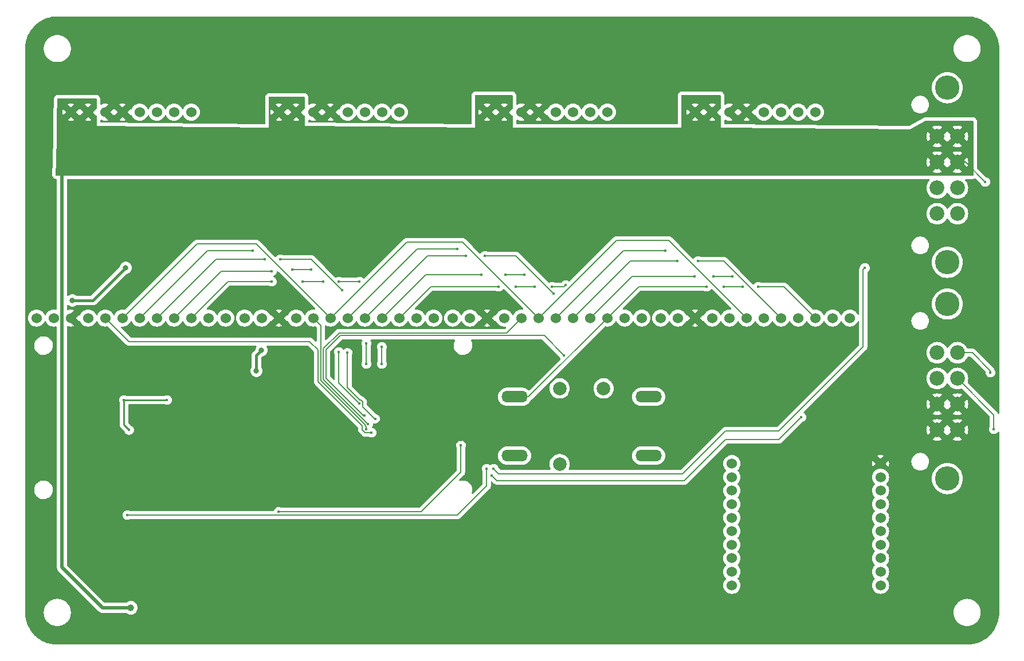
<source format=gbr>
%TF.GenerationSoftware,KiCad,Pcbnew,7.0.8*%
%TF.CreationDate,2023-12-07T17:58:44-07:00*%
%TF.ProjectId,GR-LRR-CONTROL-PCB,47522d4c-5252-42d4-934f-4e54524f4c2d,rev?*%
%TF.SameCoordinates,Original*%
%TF.FileFunction,Copper,L2,Bot*%
%TF.FilePolarity,Positive*%
%FSLAX46Y46*%
G04 Gerber Fmt 4.6, Leading zero omitted, Abs format (unit mm)*
G04 Created by KiCad (PCBNEW 7.0.8) date 2023-12-07 17:58:44*
%MOMM*%
%LPD*%
G01*
G04 APERTURE LIST*
%TA.AperFunction,ComponentPad*%
%ADD10C,1.524000*%
%TD*%
%TA.AperFunction,ComponentPad*%
%ADD11C,2.000000*%
%TD*%
%TA.AperFunction,ComponentPad*%
%ADD12O,3.900000X1.700000*%
%TD*%
%TA.AperFunction,ComponentPad*%
%ADD13C,3.600000*%
%TD*%
%TA.AperFunction,ComponentPad*%
%ADD14C,2.175000*%
%TD*%
%TA.AperFunction,ViaPad*%
%ADD15C,0.400000*%
%TD*%
%TA.AperFunction,ViaPad*%
%ADD16C,0.800000*%
%TD*%
%TA.AperFunction,ViaPad*%
%ADD17C,1.000000*%
%TD*%
%TA.AperFunction,Conductor*%
%ADD18C,0.250000*%
%TD*%
%TA.AperFunction,Conductor*%
%ADD19C,0.400000*%
%TD*%
%TA.AperFunction,Conductor*%
%ADD20C,0.500000*%
%TD*%
%TA.AperFunction,Conductor*%
%ADD21C,0.200000*%
%TD*%
G04 APERTURE END LIST*
D10*
%TO.P,DR2,20,MOTOR_VIN*%
%TO.N,+24V*%
X111806500Y-52152380D03*
%TO.P,DR2,19,MOTOR_VIN*%
X114346500Y-52152380D03*
%TO.P,DR2,18,MOTOR_GND*%
%TO.N,GND*%
X116886500Y-52152380D03*
%TO.P,DR2,17,MOTOR_GND*%
X119426500Y-52152380D03*
%TO.P,DR2,16,AOUT1*%
%TO.N,Net-(DR2-AOUT1)*%
X121966500Y-52152380D03*
%TO.P,DR2,15,AOUT2*%
%TO.N,Net-(DR2-AOUT2)*%
X124506500Y-52152380D03*
%TO.P,DR2,14,BOUT1*%
%TO.N,Net-(DR2-BOUT1)*%
X127046500Y-52152380D03*
%TO.P,DR2,13,BOUT2*%
%TO.N,Net-(DR2-BOUT2)*%
X129586500Y-52152380D03*
%TO.P,DR2,12,!FAULT*%
%TO.N,unconnected-(DR2-!FAULT-Pad12)*%
X134666500Y-82612380D03*
%TO.P,DR2,11,RESET*%
%TO.N,unconnected-(DR2-RESET-Pad11)*%
X132126500Y-82612380D03*
%TO.P,DR2,10,!SLEEP*%
%TO.N,STEPPER_ENABLE*%
X129586500Y-82612380D03*
%TO.P,DR2,9,SCS*%
%TO.N,D7 CS*%
X127046500Y-82612380D03*
%TO.P,DR2,8,SCLK*%
%TO.N,D9 CK*%
X124506500Y-82612380D03*
%TO.P,DR2,7,SDATI*%
%TO.N,D8 COPI*%
X121966500Y-82612380D03*
%TO.P,DR2,6,SDATO*%
%TO.N,D10 CIPO*%
X119426500Y-82612380D03*
%TO.P,DR2,5,DIR/AIN2*%
%TO.N,GPIO1 DIR 2*%
X116886500Y-82612380D03*
%TO.P,DR2,4,STEP/AIN1*%
%TO.N,D2 STEP 2*%
X114346500Y-82612380D03*
%TO.P,DR2,3,GND*%
%TO.N,GND*%
X111806500Y-82612380D03*
%TO.P,DR2,2,IOREF*%
%TO.N,+3.3V*%
X109266500Y-82612380D03*
%TO.P,DR2,1,5V_(OUT)*%
%TO.N,unconnected-(DR2-5V_(OUT)-Pad1)*%
X106726500Y-82612380D03*
%TD*%
%TO.P,U2,1,VCC*%
%TO.N,+3.3V*%
X169939500Y-122150380D03*
%TO.P,U2,2,DOUT/DIO13*%
%TO.N,unconnected-(U2-DOUT{slash}DIO13-Pad2)*%
X169939500Y-120150380D03*
%TO.P,U2,3,DIN/!CONFIG/DIO14*%
%TO.N,unconnected-(U2-DIN{slash}!CONFIG{slash}DIO14-Pad3)*%
X169939500Y-118150380D03*
%TO.P,U2,4,DIO12/SPI_MISO*%
%TO.N,unconnected-(U2-DIO12{slash}SPI_MISO-Pad4)*%
X169972500Y-116150380D03*
%TO.P,U2,5,!RESET*%
%TO.N,unconnected-(U2-!RESET-Pad5)*%
X169939500Y-114150380D03*
%TO.P,U2,6,RSSI_PWM/DIO10*%
%TO.N,unconnected-(U2-RSSI_PWM{slash}DIO10-Pad6)*%
X169939500Y-112150380D03*
%TO.P,U2,7,PWM1/DIO11/I2C_SDA*%
%TO.N,unconnected-(U2-PWM1{slash}DIO11{slash}I2C_SDA-Pad7)*%
X169939500Y-110150380D03*
%TO.P,U2,8,[reserved]*%
%TO.N,unconnected-(U2-[reserved]-Pad8)*%
X169939500Y-108150380D03*
%TO.P,U2,9,!DTR/SLEEP_RQ/DIO8*%
%TO.N,unconnected-(U2-!DTR{slash}SLEEP_RQ{slash}DIO8-Pad9)*%
X169939500Y-106150380D03*
%TO.P,U2,10,GND*%
%TO.N,GND*%
X169939500Y-104150380D03*
%TO.P,U2,11,DIO4/SPI_MOSI*%
%TO.N,unconnected-(U2-DIO4{slash}SPI_MOSI-Pad11)*%
X147976100Y-104150380D03*
%TO.P,U2,12,!CTS/DIO7*%
%TO.N,unconnected-(U2-!CTS{slash}DIO7-Pad12)*%
X147976100Y-106150380D03*
%TO.P,U2,13,ON/!SLEEP/DIO9*%
%TO.N,unconnected-(U2-ON{slash}!SLEEP{slash}DIO9-Pad13)*%
X147976100Y-108150380D03*
%TO.P,U2,14,[reserved]*%
%TO.N,unconnected-(U2-[reserved]-Pad14)*%
X147976100Y-110150380D03*
%TO.P,U2,15,ASSOCIATE/DIO5*%
%TO.N,unconnected-(U2-ASSOCIATE{slash}DIO5-Pad15)*%
X147976100Y-112150380D03*
%TO.P,U2,16,!RTS/DIO6*%
%TO.N,unconnected-(U2-!RTS{slash}DIO6-Pad16)*%
X147976100Y-114150380D03*
%TO.P,U2,17,AD3/DIO3/SPI_!SSEL*%
%TO.N,unconnected-(U2-AD3{slash}DIO3{slash}SPI_!SSEL-Pad17)*%
X147976100Y-116150380D03*
%TO.P,U2,18,AD2/DIO2/SPI_CLK*%
%TO.N,unconnected-(U2-AD2{slash}DIO2{slash}SPI_CLK-Pad18)*%
X147976100Y-118150380D03*
%TO.P,U2,19,AD1/DIO1/SPI_!ATTN/I2C_SCL*%
%TO.N,unconnected-(U2-AD1{slash}DIO1{slash}SPI_!ATTN{slash}I2C_SCL-Pad19)*%
X147976100Y-120150380D03*
%TO.P,U2,20,AD0/DIO0*%
%TO.N,ZIGBEE_IO*%
X147976100Y-122150380D03*
%TD*%
%TO.P,DR3,1,5V_(OUT)*%
%TO.N,unconnected-(DR3-5V_(OUT)-Pad1)*%
X75982500Y-82612380D03*
%TO.P,DR3,2,IOREF*%
%TO.N,+3.3V*%
X78522500Y-82612380D03*
%TO.P,DR3,3,GND*%
%TO.N,GND*%
X81062500Y-82612380D03*
%TO.P,DR3,4,STEP/AIN1*%
%TO.N,D3 STEP 3*%
X83602500Y-82612380D03*
%TO.P,DR3,5,DIR/AIN2*%
%TO.N,GPIO2 DIR 3*%
X86142500Y-82612380D03*
%TO.P,DR3,6,SDATO*%
%TO.N,D10 CIPO*%
X88682500Y-82612380D03*
%TO.P,DR3,7,SDATI*%
%TO.N,D8 COPI*%
X91222500Y-82612380D03*
%TO.P,DR3,8,SCLK*%
%TO.N,D9 CK*%
X93762500Y-82612380D03*
%TO.P,DR3,9,SCS*%
%TO.N,D7 CS*%
X96302500Y-82612380D03*
%TO.P,DR3,10,!SLEEP*%
%TO.N,STEPPER_ENABLE*%
X98842500Y-82612380D03*
%TO.P,DR3,11,RESET*%
%TO.N,unconnected-(DR3-RESET-Pad11)*%
X101382500Y-82612380D03*
%TO.P,DR3,12,!FAULT*%
%TO.N,unconnected-(DR3-!FAULT-Pad12)*%
X103922500Y-82612380D03*
%TO.P,DR3,13,BOUT2*%
%TO.N,Net-(DR3-BOUT2)*%
X98842500Y-52152380D03*
%TO.P,DR3,14,BOUT1*%
%TO.N,Net-(DR3-BOUT1)*%
X96302500Y-52152380D03*
%TO.P,DR3,15,AOUT2*%
%TO.N,Net-(DR3-AOUT2)*%
X93762500Y-52152380D03*
%TO.P,DR3,16,AOUT1*%
%TO.N,Net-(DR3-AOUT1)*%
X91222500Y-52152380D03*
%TO.P,DR3,17,MOTOR_GND*%
%TO.N,GND*%
X88682500Y-52152380D03*
%TO.P,DR3,18,MOTOR_GND*%
X86142500Y-52152380D03*
%TO.P,DR3,19,MOTOR_VIN*%
%TO.N,+24V*%
X83602500Y-52152380D03*
%TO.P,DR3,20,MOTOR_VIN*%
X81062500Y-52152380D03*
%TD*%
D11*
%TO.P,SW1,7*%
%TO.N,N/C*%
X122526500Y-93024380D03*
%TO.P,SW1,6*%
X122526500Y-104224380D03*
%TO.P,SW1,5*%
X129026500Y-93024380D03*
D12*
%TO.P,SW1,4*%
%TO.N,STEPPER_ENABLE*%
X115876500Y-94274380D03*
%TO.P,SW1,3*%
%TO.N,Net-(Q1-S)*%
X115876500Y-102974380D03*
%TO.P,SW1,2*%
%TO.N,unconnected-(SW1-Pad2)*%
X135676500Y-94274380D03*
%TO.P,SW1,1*%
%TO.N,unconnected-(SW1-Pad1)*%
X135676500Y-102974380D03*
%TD*%
D10*
%TO.P,DR1,20,MOTOR_VIN*%
%TO.N,+24V*%
X142540500Y-52152380D03*
%TO.P,DR1,19,MOTOR_VIN*%
X145080500Y-52152380D03*
%TO.P,DR1,18,MOTOR_GND*%
%TO.N,GND*%
X147620500Y-52152380D03*
%TO.P,DR1,17,MOTOR_GND*%
X150160500Y-52152380D03*
%TO.P,DR1,16,AOUT1*%
%TO.N,Net-(DR1-AOUT1)*%
X152700500Y-52152380D03*
%TO.P,DR1,15,AOUT2*%
%TO.N,Net-(DR1-AOUT2)*%
X155240500Y-52152380D03*
%TO.P,DR1,14,BOUT1*%
%TO.N,Net-(DR1-BOUT1)*%
X157780500Y-52152380D03*
%TO.P,DR1,13,BOUT2*%
%TO.N,Net-(DR1-BOUT2)*%
X160320500Y-52152380D03*
%TO.P,DR1,12,!FAULT*%
%TO.N,unconnected-(DR1-!FAULT-Pad12)*%
X165400500Y-82612380D03*
%TO.P,DR1,11,RESET*%
%TO.N,unconnected-(DR1-RESET-Pad11)*%
X162860500Y-82612380D03*
%TO.P,DR1,10,!SLEEP*%
%TO.N,STEPPER_ENABLE*%
X160320500Y-82612380D03*
%TO.P,DR1,9,SCS*%
%TO.N,D7 CS*%
X157780500Y-82612380D03*
%TO.P,DR1,8,SCLK*%
%TO.N,D9 CK*%
X155240500Y-82612380D03*
%TO.P,DR1,7,SDATI*%
%TO.N,D8 COPI*%
X152700500Y-82612380D03*
%TO.P,DR1,6,SDATO*%
%TO.N,D10 CIPO*%
X150160500Y-82612380D03*
%TO.P,DR1,5,DIR/AIN2*%
%TO.N,GPIO0 DIR 1*%
X147620500Y-82612380D03*
%TO.P,DR1,4,STEP/AIN1*%
%TO.N,D1 STEP 1*%
X145080500Y-82612380D03*
%TO.P,DR1,3,GND*%
%TO.N,GND*%
X142540500Y-82612380D03*
%TO.P,DR1,2,IOREF*%
%TO.N,+3.3V*%
X140000500Y-82612380D03*
%TO.P,DR1,1,5V_(OUT)*%
%TO.N,unconnected-(DR1-5V_(OUT)-Pad1)*%
X137460500Y-82612380D03*
%TD*%
%TO.P,DR4,20,MOTOR_VIN*%
%TO.N,+24V*%
X50328500Y-52152380D03*
%TO.P,DR4,19,MOTOR_VIN*%
X52868500Y-52152380D03*
%TO.P,DR4,18,MOTOR_GND*%
%TO.N,GND*%
X55408500Y-52152380D03*
%TO.P,DR4,17,MOTOR_GND*%
X57948500Y-52152380D03*
%TO.P,DR4,16,AOUT1*%
%TO.N,Net-(DR4-AOUT1)*%
X60488500Y-52152380D03*
%TO.P,DR4,15,AOUT2*%
%TO.N,Net-(DR4-AOUT2)*%
X63028500Y-52152380D03*
%TO.P,DR4,14,BOUT1*%
%TO.N,Net-(DR4-BOUT1)*%
X65568500Y-52152380D03*
%TO.P,DR4,13,BOUT2*%
%TO.N,Net-(DR4-BOUT2)*%
X68108500Y-52152380D03*
%TO.P,DR4,12,!FAULT*%
%TO.N,unconnected-(DR4-!FAULT-Pad12)*%
X73188500Y-82612380D03*
%TO.P,DR4,11,RESET*%
%TO.N,unconnected-(DR4-RESET-Pad11)*%
X70648500Y-82612380D03*
%TO.P,DR4,10,!SLEEP*%
%TO.N,STEPPER_ENABLE*%
X68108500Y-82612380D03*
%TO.P,DR4,9,SCS*%
%TO.N,D7 CS*%
X65568500Y-82612380D03*
%TO.P,DR4,8,SCLK*%
%TO.N,D9 CK*%
X63028500Y-82612380D03*
%TO.P,DR4,7,SDATI*%
%TO.N,D8 COPI*%
X60488500Y-82612380D03*
%TO.P,DR4,6,SDATO*%
%TO.N,D10 CIPO*%
X57948500Y-82612380D03*
%TO.P,DR4,5,DIR/AIN2*%
%TO.N,GPIO3 DIR 4*%
X55408500Y-82612380D03*
%TO.P,DR4,4,STEP/AIN1*%
%TO.N,D4 STEP 4*%
X52868500Y-82612380D03*
%TO.P,DR4,3,GND*%
%TO.N,GND*%
X50328500Y-82612380D03*
%TO.P,DR4,2,IOREF*%
%TO.N,+3.3V*%
X47788500Y-82612380D03*
%TO.P,DR4,1,5V_(OUT)*%
%TO.N,unconnected-(DR4-5V_(OUT)-Pad1)*%
X45248500Y-82612380D03*
%TD*%
D13*
%TO.P,J11,MH2,MH2*%
%TO.N,unconnected-(J11-PadMH2)*%
X179806500Y-106374380D03*
%TO.P,J11,MH1,MH1*%
%TO.N,unconnected-(J11-PadMH1)*%
X179806500Y-80544380D03*
D14*
%TO.P,J11,B4,B4*%
%TO.N,GND*%
X181306500Y-99174380D03*
%TO.P,J11,B3,B3*%
X181306500Y-95364380D03*
%TO.P,J11,B2,B2*%
%TO.N,+3.3V*%
X181306500Y-91554380D03*
%TO.P,J11,B1,B1*%
%TO.N,+5V*%
X181306500Y-87744380D03*
%TO.P,J11,A4,A4*%
%TO.N,GND*%
X178306500Y-99174380D03*
%TO.P,J11,A3,A3*%
X178306500Y-95364380D03*
%TO.P,J11,A2,A2*%
%TO.N,+3.3V*%
X178306500Y-91554380D03*
%TO.P,J11,A1,A1*%
%TO.N,+5V*%
X178306500Y-87744380D03*
%TD*%
D13*
%TO.P,J10,MH2,MH2*%
%TO.N,unconnected-(J10-PadMH2)*%
X179806500Y-74374380D03*
%TO.P,J10,MH1,MH1*%
%TO.N,unconnected-(J10-PadMH1)*%
X179806500Y-48544380D03*
D14*
%TO.P,J10,B4,B4*%
%TO.N,BATT-*%
X181306500Y-67174380D03*
%TO.P,J10,B3,B3*%
%TO.N,BATT+*%
X181306500Y-63364380D03*
%TO.P,J10,B2,B2*%
%TO.N,+24V*%
X181306500Y-59554380D03*
%TO.P,J10,B1,B1*%
X181306500Y-55744380D03*
%TO.P,J10,A4,A4*%
%TO.N,BATT-*%
X178306500Y-67174380D03*
%TO.P,J10,A3,A3*%
%TO.N,BATT+*%
X178306500Y-63364380D03*
%TO.P,J10,A2,A2*%
%TO.N,+24V*%
X178306500Y-59554380D03*
%TO.P,J10,A1,A1*%
X178306500Y-55744380D03*
%TD*%
D15*
%TO.N,GND*%
X64516000Y-101092000D03*
%TO.N,Net-(U1A-GND-PadJ1_31)*%
X58928000Y-99187000D03*
%TO.N,GND*%
X99695000Y-97854880D03*
X101473000Y-103124000D03*
X107950000Y-100711000D03*
X107696000Y-96012000D03*
X100711000Y-93980000D03*
D16*
%TO.N,+3.3V*%
X78486000Y-87376000D03*
X77724000Y-90424000D03*
X50546000Y-80010000D03*
X58420000Y-75184000D03*
D15*
%TO.N,Net-(U1A-GND-PadJ1_31)*%
X58166000Y-94742000D03*
%TO.N,GND*%
X64516000Y-97282000D03*
%TO.N,Net-(U1A-GND-PadJ1_31)*%
X64516000Y-94742000D03*
D17*
%TO.N,+24V*%
X59182000Y-125476000D03*
D15*
%TO.N,73_ANALOG_A0*%
X167640000Y-75184000D03*
X112776000Y-104902000D03*
%TO.N,D5 CLAMP*%
X81026000Y-111260500D03*
X107950000Y-101454880D03*
%TO.N,D0 STEPPER ENABLE*%
X112522000Y-105918000D03*
%TO.N,D7 CS*%
X96266000Y-89408000D03*
X96266000Y-86868000D03*
%TO.N,D9 CK*%
X93980000Y-86360000D03*
X93980000Y-89408000D03*
%TO.N,D8 COPI*%
X91186000Y-87746500D03*
X95264106Y-97507789D03*
%TO.N,D10 CIPO*%
X89916000Y-87630000D03*
X92964000Y-95250000D03*
%TO.N,GPIO0 DIR 1*%
X123190000Y-88138000D03*
X93698200Y-97055800D03*
%TO.N,GPIO1 DIR 2*%
X94234000Y-98298000D03*
%TO.N,GPIO2 DIR 3*%
X93980000Y-99060000D03*
%TO.N,GPIO3 DIR 4*%
X94742000Y-99568000D03*
%TO.N,STEPPER_ENABLE*%
X151892000Y-77978000D03*
X149606000Y-77978000D03*
X146812000Y-77978000D03*
X144272000Y-77978000D03*
X123444000Y-77724000D03*
X121412000Y-77978000D03*
X118872000Y-77978000D03*
X116078000Y-77978000D03*
X113538000Y-77978000D03*
X92964000Y-77216000D03*
X89916000Y-77216000D03*
X87630000Y-77216000D03*
X84582000Y-77216000D03*
X80010000Y-77216000D03*
%TO.N,D7 CS*%
X148082000Y-76454000D03*
X145288000Y-76454000D03*
X142494000Y-76454000D03*
X117348000Y-76200000D03*
X114554000Y-76200000D03*
X110998000Y-76200000D03*
X85852000Y-75438000D03*
X80010000Y-75692000D03*
X83058000Y-75438000D03*
%TO.N,D9 CK*%
X143002000Y-74168000D03*
X139954000Y-74168000D03*
X121666000Y-78994000D03*
X111506000Y-73406000D03*
X108712000Y-73406000D03*
X90424000Y-78486000D03*
X78994000Y-73914000D03*
X81280000Y-73914000D03*
%TO.N,D8 COPI*%
X138176000Y-72644000D03*
X107442000Y-72390000D03*
X77216000Y-72644000D03*
%TO.N,+24V*%
X185420000Y-62484000D03*
%TO.N,+5V*%
X186182000Y-90678000D03*
%TO.N,+3.3V*%
X186690000Y-99060000D03*
%TO.N,75_ANALOG_A1*%
X111760000Y-104902000D03*
X58674000Y-111760000D03*
%TO.N,D0 STEPPER ENABLE*%
X158242000Y-97282000D03*
%TD*%
D18*
%TO.N,Net-(U1A-GND-PadJ1_31)*%
X58166000Y-98425000D02*
X58928000Y-99187000D01*
X58166000Y-94742000D02*
X58166000Y-98425000D01*
X58166000Y-94742000D02*
X64516000Y-94742000D01*
D19*
%TO.N,+3.3V*%
X77724000Y-90424000D02*
X77724000Y-88138000D01*
X77724000Y-88138000D02*
X78486000Y-87376000D01*
X53594000Y-80010000D02*
X50546000Y-80010000D01*
X58420000Y-75184000D02*
X53594000Y-80010000D01*
D20*
%TO.N,+24V*%
X49000500Y-119485500D02*
X49000500Y-53480380D01*
X54991000Y-125476000D02*
X49000500Y-119485500D01*
X59182000Y-125476000D02*
X54991000Y-125476000D01*
X49000500Y-53480380D02*
X50328500Y-52152380D01*
D21*
%TO.N,73_ANALOG_A0*%
X113538000Y-105664000D02*
X112776000Y-104902000D01*
X154940000Y-99314000D02*
X147066000Y-99314000D01*
X167640000Y-75184000D02*
X167386000Y-75438000D01*
X167386000Y-86868000D02*
X154940000Y-99314000D01*
X167386000Y-75438000D02*
X167386000Y-86868000D01*
X147066000Y-99314000D02*
X140716000Y-105664000D01*
X140716000Y-105664000D02*
X113538000Y-105664000D01*
%TO.N,D0 STEPPER ENABLE*%
X147066000Y-100584000D02*
X154940000Y-100584000D01*
X154940000Y-100584000D02*
X158242000Y-97282000D01*
X140970000Y-106680000D02*
X147066000Y-100584000D01*
X112522000Y-105918000D02*
X113284000Y-106680000D01*
X113284000Y-106680000D02*
X140970000Y-106680000D01*
%TO.N,D5 CLAMP*%
X102099500Y-111260500D02*
X81026000Y-111260500D01*
X102362000Y-110998000D02*
X102099500Y-111260500D01*
X107950000Y-101454880D02*
X107950000Y-105410000D01*
X107950000Y-105410000D02*
X102362000Y-110998000D01*
%TO.N,75_ANALOG_A1*%
X111760000Y-107442000D02*
X107442000Y-111760000D01*
X111760000Y-104902000D02*
X111760000Y-107442000D01*
X107442000Y-111760000D02*
X58674000Y-111760000D01*
%TO.N,D9 CK*%
X93980000Y-89408000D02*
X93980000Y-86360000D01*
%TO.N,GPIO0 DIR 1*%
X120261380Y-85209380D02*
X123190000Y-88138000D01*
X93698200Y-97055800D02*
X93557486Y-97055800D01*
X88030000Y-87287686D02*
X90108306Y-85209380D01*
X90108306Y-85209380D02*
X120261380Y-85209380D01*
X93557486Y-97055800D02*
X88030000Y-91528314D01*
X88030000Y-91528314D02*
X88030000Y-87287686D01*
%TO.N,D8 COPI*%
X91186000Y-92906314D02*
X91186000Y-87746500D01*
X93029686Y-94750000D02*
X91186000Y-92906314D01*
X93171107Y-94750000D02*
X93029686Y-94750000D01*
X93464000Y-95042893D02*
X93171107Y-94750000D01*
X93464000Y-95750000D02*
X93464000Y-95042893D01*
X95264106Y-97507789D02*
X95221789Y-97507789D01*
X95221789Y-97507789D02*
X93464000Y-95750000D01*
%TO.N,D7 CS*%
X96266000Y-86868000D02*
X96266000Y-89408000D01*
%TO.N,D10 CIPO*%
X89916000Y-92202000D02*
X92964000Y-95250000D01*
X89916000Y-87630000D02*
X89916000Y-92202000D01*
%TO.N,GPIO1 DIR 2*%
X87630000Y-87122000D02*
X89942620Y-84809380D01*
X87630000Y-91693999D02*
X87630000Y-87122000D01*
X89942620Y-84809380D02*
X114689500Y-84809380D01*
X94234000Y-98298000D02*
X87630000Y-91693999D01*
X114689500Y-84809380D02*
X116886500Y-82612380D01*
%TO.N,GPIO3 DIR 4*%
X58902120Y-86106000D02*
X55408500Y-82612380D01*
X85598000Y-86106000D02*
X58902120Y-86106000D01*
X86830000Y-87338000D02*
X85598000Y-86106000D01*
X93334000Y-98529372D02*
X86830000Y-92025370D01*
X93334000Y-99121107D02*
X93334000Y-98529372D01*
X94742000Y-99568000D02*
X93780893Y-99568000D01*
X93780893Y-99568000D02*
X93334000Y-99121107D01*
X86830000Y-92025370D02*
X86830000Y-87338000D01*
%TO.N,GPIO2 DIR 3*%
X87230000Y-83699880D02*
X86142500Y-82612380D01*
X93734000Y-98505107D02*
X93734000Y-98363686D01*
X93734000Y-98363686D02*
X87230000Y-91859685D01*
X93980000Y-99060000D02*
X93980000Y-98751107D01*
X93980000Y-98751107D02*
X93734000Y-98505107D01*
X87230000Y-91859685D02*
X87230000Y-83699880D01*
%TO.N,STEPPER_ENABLE*%
X117924500Y-94274380D02*
X129586500Y-82612380D01*
X115876500Y-94274380D02*
X117924500Y-94274380D01*
X151892000Y-77978000D02*
X155686120Y-77978000D01*
X146812000Y-77978000D02*
X149606000Y-77978000D01*
X134220880Y-77978000D02*
X144272000Y-77978000D01*
X155686120Y-77978000D02*
X160320500Y-82612380D01*
X129586500Y-82612380D02*
X134220880Y-77978000D01*
X121412000Y-77978000D02*
X123190000Y-77978000D01*
X123190000Y-77978000D02*
X123444000Y-77724000D01*
X103476880Y-77978000D02*
X113538000Y-77978000D01*
X116078000Y-77978000D02*
X118872000Y-77978000D01*
X98842500Y-82612380D02*
X103476880Y-77978000D01*
X89916000Y-77216000D02*
X92964000Y-77216000D01*
X84582000Y-77216000D02*
X87630000Y-77216000D01*
X73504880Y-77216000D02*
X80010000Y-77216000D01*
X68108500Y-82612380D02*
X73504880Y-77216000D01*
%TO.N,D7 CS*%
X145288000Y-76454000D02*
X148082000Y-76454000D01*
X133204880Y-76454000D02*
X142494000Y-76454000D01*
X127046500Y-82612380D02*
X133204880Y-76454000D01*
X114554000Y-76200000D02*
X117348000Y-76200000D01*
X102714880Y-76200000D02*
X110998000Y-76200000D01*
X96302500Y-82612380D02*
X102714880Y-76200000D01*
X83058000Y-75438000D02*
X85852000Y-75438000D01*
X72488880Y-75692000D02*
X80010000Y-75692000D01*
X65568500Y-82612380D02*
X72488880Y-75692000D01*
%TO.N,D9 CK*%
X146796120Y-74168000D02*
X155240500Y-82612380D01*
X143002000Y-74168000D02*
X146796120Y-74168000D01*
X132950880Y-74168000D02*
X139954000Y-74168000D01*
X124506500Y-82612380D02*
X132950880Y-74168000D01*
X116078000Y-73406000D02*
X121666000Y-78994000D01*
X111506000Y-73406000D02*
X116078000Y-73406000D01*
X102968880Y-73406000D02*
X108712000Y-73406000D01*
X93762500Y-82612380D02*
X102968880Y-73406000D01*
X85852000Y-73914000D02*
X90424000Y-78486000D01*
X81280000Y-73914000D02*
X85852000Y-73914000D01*
X71726880Y-73914000D02*
X78994000Y-73914000D01*
X63028500Y-82612380D02*
X71726880Y-73914000D01*
%TO.N,D8 COPI*%
X131934880Y-72644000D02*
X138176000Y-72644000D01*
X121966500Y-82612380D02*
X131934880Y-72644000D01*
X101444880Y-72390000D02*
X107442000Y-72390000D01*
X91222500Y-82612380D02*
X101444880Y-72390000D01*
X70456880Y-72644000D02*
X77216000Y-72644000D01*
X60488500Y-82612380D02*
X70456880Y-72644000D01*
%TO.N,D10 CIPO*%
X119426500Y-82612380D02*
X130918880Y-71120000D01*
X130918880Y-71120000D02*
X138668120Y-71120000D01*
X138668120Y-71120000D02*
X150160500Y-82612380D01*
X108188120Y-71374000D02*
X119426500Y-82612380D01*
X99920880Y-71374000D02*
X108188120Y-71374000D01*
X88682500Y-82612380D02*
X99920880Y-71374000D01*
X77698120Y-71628000D02*
X88682500Y-82612380D01*
X68932880Y-71628000D02*
X77698120Y-71628000D01*
X57948500Y-82612380D02*
X68932880Y-71628000D01*
%TO.N,+24V*%
X182490380Y-59554380D02*
X181306500Y-59554380D01*
X185420000Y-62484000D02*
X182490380Y-59554380D01*
%TO.N,+3.3V*%
X186690000Y-96937880D02*
X181306500Y-91554380D01*
X186690000Y-99060000D02*
X186690000Y-96937880D01*
%TO.N,+5V*%
X183502380Y-87744380D02*
X181306500Y-87744380D01*
X186182000Y-90678000D02*
X186182000Y-90424000D01*
X186182000Y-90424000D02*
X183502380Y-87744380D01*
%TD*%
%TA.AperFunction,Conductor*%
%TO.N,+24V*%
G36*
X115559539Y-49622065D02*
G01*
X115605294Y-49674869D01*
X115616500Y-49726380D01*
X115616500Y-51554036D01*
X115596815Y-51621075D01*
X115544011Y-51666830D01*
X115538339Y-51667645D01*
X115089924Y-52116061D01*
X115061839Y-52131396D01*
X115050136Y-52148911D01*
X115537219Y-52635993D01*
X115540401Y-52636348D01*
X115594633Y-52680402D01*
X115616437Y-52746782D01*
X115616500Y-52750722D01*
X115616500Y-54428380D01*
X140508500Y-54428380D01*
X140508500Y-53326889D01*
X142073095Y-53326889D01*
X142107220Y-53342800D01*
X142107229Y-53342804D01*
X142320513Y-53399953D01*
X142320523Y-53399955D01*
X142540499Y-53419201D01*
X142540501Y-53419201D01*
X142760476Y-53399955D01*
X142760482Y-53399954D01*
X142973780Y-53342800D01*
X142973791Y-53342796D01*
X143007902Y-53326889D01*
X144613095Y-53326889D01*
X144647220Y-53342800D01*
X144647229Y-53342804D01*
X144860513Y-53399953D01*
X144860523Y-53399955D01*
X145080499Y-53419201D01*
X145080501Y-53419201D01*
X145300476Y-53399955D01*
X145300482Y-53399954D01*
X145513780Y-53342800D01*
X145513791Y-53342796D01*
X145547902Y-53326889D01*
X145547902Y-53326888D01*
X145077031Y-52856016D01*
X145063850Y-52864823D01*
X145060815Y-52875162D01*
X145044181Y-52895804D01*
X144613095Y-53326889D01*
X143007902Y-53326889D01*
X143007902Y-53326888D01*
X142537031Y-52856016D01*
X142523850Y-52864823D01*
X142520815Y-52875162D01*
X142504181Y-52895804D01*
X142073095Y-53326889D01*
X140508500Y-53326889D01*
X140508500Y-52152380D01*
X141273679Y-52152380D01*
X141292924Y-52372356D01*
X141292926Y-52372366D01*
X141350076Y-52585652D01*
X141350080Y-52585663D01*
X141365989Y-52619782D01*
X141365990Y-52619783D01*
X141801494Y-52184278D01*
X142155551Y-52184278D01*
X142186766Y-52307542D01*
X142256313Y-52413992D01*
X142356657Y-52492093D01*
X142476922Y-52533380D01*
X142572069Y-52533380D01*
X142665921Y-52517719D01*
X142777751Y-52457200D01*
X142863871Y-52363649D01*
X142914948Y-52247203D01*
X142923093Y-52148911D01*
X143244136Y-52148911D01*
X143715008Y-52619782D01*
X143732768Y-52616651D01*
X143744287Y-52603569D01*
X143811480Y-52584416D01*
X143878361Y-52604631D01*
X143888875Y-52616764D01*
X143905990Y-52619783D01*
X144341494Y-52184278D01*
X144695551Y-52184278D01*
X144726766Y-52307542D01*
X144796313Y-52413992D01*
X144896657Y-52492093D01*
X145016922Y-52533380D01*
X145112069Y-52533380D01*
X145205921Y-52517719D01*
X145317751Y-52457200D01*
X145403871Y-52363649D01*
X145454948Y-52247203D01*
X145465449Y-52120482D01*
X145434234Y-51997218D01*
X145364687Y-51890768D01*
X145264343Y-51812667D01*
X145144078Y-51771380D01*
X145048931Y-51771380D01*
X144955079Y-51787041D01*
X144843249Y-51847560D01*
X144757129Y-51941111D01*
X144706052Y-52057557D01*
X144695551Y-52184278D01*
X144341494Y-52184278D01*
X144373392Y-52152380D01*
X144373393Y-52152379D01*
X143905989Y-51684975D01*
X143888225Y-51688108D01*
X143876711Y-51701187D01*
X143809518Y-51720340D01*
X143742636Y-51700126D01*
X143732122Y-51687993D01*
X143715009Y-51684975D01*
X143283924Y-52116061D01*
X143255839Y-52131396D01*
X143244136Y-52148911D01*
X142923093Y-52148911D01*
X142925449Y-52120482D01*
X142894234Y-51997218D01*
X142824687Y-51890768D01*
X142724343Y-51812667D01*
X142604078Y-51771380D01*
X142508931Y-51771380D01*
X142415079Y-51787041D01*
X142303249Y-51847560D01*
X142217129Y-51941111D01*
X142166052Y-52057557D01*
X142155551Y-52184278D01*
X141801494Y-52184278D01*
X141833392Y-52152380D01*
X141833393Y-52152379D01*
X141365990Y-51684976D01*
X141350078Y-51719101D01*
X141350077Y-51719105D01*
X141292925Y-51932396D01*
X141292924Y-51932403D01*
X141273679Y-52152379D01*
X141273679Y-52152380D01*
X140508500Y-52152380D01*
X140508500Y-50977870D01*
X142073096Y-50977870D01*
X142540499Y-51445273D01*
X142540500Y-51445273D01*
X142540500Y-51445272D01*
X143007903Y-50977870D01*
X144613096Y-50977870D01*
X145080499Y-51445273D01*
X145080500Y-51445273D01*
X145080500Y-51445272D01*
X145547903Y-50977870D01*
X145547902Y-50977869D01*
X145513783Y-50961960D01*
X145513772Y-50961956D01*
X145300486Y-50904806D01*
X145300476Y-50904804D01*
X145080501Y-50885559D01*
X145080499Y-50885559D01*
X144860523Y-50904804D01*
X144860516Y-50904805D01*
X144647225Y-50961957D01*
X144647221Y-50961958D01*
X144613096Y-50977870D01*
X143007903Y-50977870D01*
X143007902Y-50977869D01*
X142973783Y-50961960D01*
X142973772Y-50961956D01*
X142760486Y-50904806D01*
X142760476Y-50904804D01*
X142540501Y-50885559D01*
X142540499Y-50885559D01*
X142320523Y-50904804D01*
X142320516Y-50904805D01*
X142107225Y-50961957D01*
X142107221Y-50961958D01*
X142073096Y-50977870D01*
X140508500Y-50977870D01*
X140508500Y-49726380D01*
X140528185Y-49659341D01*
X140580989Y-49613586D01*
X140632500Y-49602380D01*
X146226500Y-49602380D01*
X146293539Y-49622065D01*
X146339294Y-49674869D01*
X146350500Y-49726380D01*
X146350500Y-51554036D01*
X146330815Y-51621075D01*
X146278011Y-51666830D01*
X146272339Y-51667645D01*
X145823924Y-52116061D01*
X145795839Y-52131396D01*
X145784136Y-52148911D01*
X146271219Y-52635993D01*
X146274401Y-52636348D01*
X146328633Y-52680402D01*
X146350437Y-52746782D01*
X146350500Y-52750722D01*
X146350500Y-54428380D01*
X174290500Y-54682380D01*
X176548413Y-53427984D01*
X176608633Y-53412380D01*
X183564500Y-53412380D01*
X183631539Y-53432065D01*
X183677294Y-53484869D01*
X183688500Y-53536380D01*
X183688500Y-61416380D01*
X183668815Y-61483419D01*
X183616011Y-61529174D01*
X183564500Y-61540380D01*
X176576500Y-61540380D01*
X174036500Y-61540380D01*
X48179286Y-61540380D01*
X48112247Y-61520695D01*
X48066492Y-61467891D01*
X48055317Y-61413625D01*
X48096634Y-59554380D01*
X176714091Y-59554380D01*
X176733695Y-59803484D01*
X176792028Y-60046461D01*
X176792028Y-60046462D01*
X176884371Y-60269400D01*
X177579088Y-59574684D01*
X177577799Y-59596822D01*
X177607229Y-59763728D01*
X177674357Y-59919348D01*
X177775564Y-60055292D01*
X177905394Y-60164233D01*
X178056847Y-60240295D01*
X178221760Y-60279380D01*
X178288607Y-60279380D01*
X177591478Y-60976506D01*
X177814420Y-61068851D01*
X178057395Y-61127184D01*
X178057394Y-61127184D01*
X178306500Y-61146788D01*
X178555604Y-61127184D01*
X178798581Y-61068851D01*
X179021520Y-60976506D01*
X178324393Y-60279380D01*
X178348729Y-60279380D01*
X178474835Y-60264640D01*
X178634095Y-60206675D01*
X178775694Y-60113543D01*
X178891999Y-59990268D01*
X178976739Y-59843493D01*
X179025347Y-59681132D01*
X179031676Y-59572449D01*
X179728626Y-60269400D01*
X179782307Y-60258722D01*
X179830691Y-60258722D01*
X179884371Y-60269400D01*
X180579088Y-59574682D01*
X180577799Y-59596822D01*
X180607229Y-59763728D01*
X180674357Y-59919348D01*
X180775564Y-60055292D01*
X180905394Y-60164233D01*
X181056847Y-60240295D01*
X181221760Y-60279380D01*
X181288607Y-60279380D01*
X180591478Y-60976506D01*
X180814420Y-61068851D01*
X181057395Y-61127184D01*
X181057394Y-61127184D01*
X181306500Y-61146788D01*
X181555604Y-61127184D01*
X181798581Y-61068851D01*
X182021520Y-60976506D01*
X181324393Y-60279380D01*
X181348729Y-60279380D01*
X181474835Y-60264640D01*
X181634095Y-60206675D01*
X181775694Y-60113543D01*
X181891999Y-59990268D01*
X181976739Y-59843493D01*
X182025347Y-59681132D01*
X182031676Y-59572450D01*
X182728626Y-60269400D01*
X182820971Y-60046461D01*
X182879304Y-59803484D01*
X182898908Y-59554380D01*
X182879304Y-59305275D01*
X182820971Y-59062300D01*
X182728626Y-58839358D01*
X182033911Y-59534074D01*
X182035201Y-59511938D01*
X182005771Y-59345032D01*
X181938643Y-59189412D01*
X181837436Y-59053468D01*
X181707606Y-58944527D01*
X181556153Y-58868465D01*
X181391240Y-58829380D01*
X181324394Y-58829380D01*
X182021520Y-58132251D01*
X181798581Y-58039908D01*
X181555604Y-57981575D01*
X181555605Y-57981575D01*
X181306500Y-57961971D01*
X181057395Y-57981575D01*
X180814417Y-58039908D01*
X180814415Y-58039909D01*
X180591478Y-58132251D01*
X181288607Y-58829380D01*
X181264271Y-58829380D01*
X181138165Y-58844120D01*
X180978905Y-58902085D01*
X180837306Y-58995217D01*
X180721001Y-59118492D01*
X180636261Y-59265267D01*
X180587653Y-59427628D01*
X180581323Y-59536310D01*
X179884371Y-58839358D01*
X179830690Y-58850036D01*
X179782308Y-58850036D01*
X179728626Y-58839358D01*
X179033911Y-59534074D01*
X179035201Y-59511938D01*
X179005771Y-59345032D01*
X178938643Y-59189412D01*
X178837436Y-59053468D01*
X178707606Y-58944527D01*
X178556153Y-58868465D01*
X178391240Y-58829380D01*
X178324394Y-58829380D01*
X179021520Y-58132251D01*
X178798581Y-58039908D01*
X178555604Y-57981575D01*
X178555605Y-57981575D01*
X178306500Y-57961971D01*
X178057395Y-57981575D01*
X177814417Y-58039908D01*
X177814415Y-58039909D01*
X177591478Y-58132251D01*
X178288607Y-58829380D01*
X178264271Y-58829380D01*
X178138165Y-58844120D01*
X177978905Y-58902085D01*
X177837306Y-58995217D01*
X177721001Y-59118492D01*
X177636261Y-59265267D01*
X177587653Y-59427628D01*
X177581323Y-59536310D01*
X176884371Y-58839358D01*
X176792029Y-59062295D01*
X176792028Y-59062297D01*
X176733695Y-59305275D01*
X176714091Y-59554380D01*
X48096634Y-59554380D01*
X48181301Y-55744380D01*
X176714091Y-55744380D01*
X176733695Y-55993484D01*
X176792028Y-56236461D01*
X176792028Y-56236462D01*
X176884371Y-56459400D01*
X177579088Y-55764684D01*
X177577799Y-55786822D01*
X177607229Y-55953728D01*
X177674357Y-56109348D01*
X177775564Y-56245292D01*
X177905394Y-56354233D01*
X178056847Y-56430295D01*
X178221760Y-56469380D01*
X178288607Y-56469380D01*
X177591478Y-57166506D01*
X177814420Y-57258851D01*
X178057395Y-57317184D01*
X178057394Y-57317184D01*
X178306500Y-57336788D01*
X178555604Y-57317184D01*
X178798581Y-57258851D01*
X179021520Y-57166506D01*
X178324393Y-56469380D01*
X178348729Y-56469380D01*
X178474835Y-56454640D01*
X178634095Y-56396675D01*
X178775694Y-56303543D01*
X178891999Y-56180268D01*
X178976739Y-56033493D01*
X179025347Y-55871132D01*
X179031676Y-55762449D01*
X179728626Y-56459400D01*
X179782307Y-56448722D01*
X179830691Y-56448722D01*
X179884371Y-56459400D01*
X180579088Y-55764682D01*
X180577799Y-55786822D01*
X180607229Y-55953728D01*
X180674357Y-56109348D01*
X180775564Y-56245292D01*
X180905394Y-56354233D01*
X181056847Y-56430295D01*
X181221760Y-56469380D01*
X181288607Y-56469380D01*
X180591478Y-57166506D01*
X180814420Y-57258851D01*
X181057395Y-57317184D01*
X181057394Y-57317184D01*
X181306500Y-57336788D01*
X181555604Y-57317184D01*
X181798581Y-57258851D01*
X182021520Y-57166506D01*
X181324393Y-56469380D01*
X181348729Y-56469380D01*
X181474835Y-56454640D01*
X181634095Y-56396675D01*
X181775694Y-56303543D01*
X181891999Y-56180268D01*
X181976739Y-56033493D01*
X182025347Y-55871132D01*
X182031676Y-55762450D01*
X182728626Y-56459400D01*
X182820971Y-56236461D01*
X182879304Y-55993484D01*
X182898908Y-55744380D01*
X182879304Y-55495275D01*
X182820971Y-55252300D01*
X182728626Y-55029358D01*
X182033911Y-55724074D01*
X182035201Y-55701938D01*
X182005771Y-55535032D01*
X181938643Y-55379412D01*
X181837436Y-55243468D01*
X181707606Y-55134527D01*
X181556153Y-55058465D01*
X181391240Y-55019380D01*
X181324394Y-55019380D01*
X182021520Y-54322251D01*
X181798581Y-54229908D01*
X181555604Y-54171575D01*
X181555605Y-54171575D01*
X181306500Y-54151971D01*
X181057395Y-54171575D01*
X180814417Y-54229908D01*
X180814415Y-54229909D01*
X180591478Y-54322251D01*
X181288607Y-55019380D01*
X181264271Y-55019380D01*
X181138165Y-55034120D01*
X180978905Y-55092085D01*
X180837306Y-55185217D01*
X180721001Y-55308492D01*
X180636261Y-55455267D01*
X180587653Y-55617628D01*
X180581323Y-55726310D01*
X179884371Y-55029358D01*
X179830690Y-55040036D01*
X179782308Y-55040036D01*
X179728626Y-55029358D01*
X179033911Y-55724074D01*
X179035201Y-55701938D01*
X179005771Y-55535032D01*
X178938643Y-55379412D01*
X178837436Y-55243468D01*
X178707606Y-55134527D01*
X178556153Y-55058465D01*
X178391240Y-55019380D01*
X178324394Y-55019380D01*
X179021520Y-54322251D01*
X178798581Y-54229908D01*
X178555604Y-54171575D01*
X178555605Y-54171575D01*
X178306500Y-54151971D01*
X178057395Y-54171575D01*
X177814417Y-54229908D01*
X177814415Y-54229909D01*
X177591478Y-54322251D01*
X178288607Y-55019380D01*
X178264271Y-55019380D01*
X178138165Y-55034120D01*
X177978905Y-55092085D01*
X177837306Y-55185217D01*
X177721001Y-55308492D01*
X177636261Y-55455267D01*
X177587653Y-55617628D01*
X177581323Y-55726310D01*
X176884371Y-55029358D01*
X176792029Y-55252295D01*
X176792028Y-55252297D01*
X176733695Y-55495275D01*
X176714091Y-55744380D01*
X48181301Y-55744380D01*
X48235023Y-53326889D01*
X49861095Y-53326889D01*
X49895220Y-53342800D01*
X49895229Y-53342804D01*
X50108513Y-53399953D01*
X50108523Y-53399955D01*
X50328499Y-53419201D01*
X50328501Y-53419201D01*
X50548476Y-53399955D01*
X50548482Y-53399954D01*
X50761780Y-53342800D01*
X50761791Y-53342796D01*
X50795902Y-53326889D01*
X52401095Y-53326889D01*
X52435220Y-53342800D01*
X52435229Y-53342804D01*
X52648513Y-53399953D01*
X52648523Y-53399955D01*
X52868499Y-53419201D01*
X52868501Y-53419201D01*
X53088476Y-53399955D01*
X53088482Y-53399954D01*
X53301780Y-53342800D01*
X53301791Y-53342796D01*
X53335902Y-53326889D01*
X53335902Y-53326888D01*
X52865031Y-52856016D01*
X52851850Y-52864823D01*
X52848815Y-52875162D01*
X52832181Y-52895804D01*
X52401095Y-53326889D01*
X50795902Y-53326889D01*
X50795902Y-53326888D01*
X50325031Y-52856016D01*
X50311850Y-52864823D01*
X50308815Y-52875162D01*
X50292181Y-52895804D01*
X49861095Y-53326889D01*
X48235023Y-53326889D01*
X48261123Y-52152380D01*
X49061679Y-52152380D01*
X49080924Y-52372356D01*
X49080926Y-52372366D01*
X49138076Y-52585652D01*
X49138080Y-52585663D01*
X49153989Y-52619782D01*
X49153990Y-52619783D01*
X49589494Y-52184278D01*
X49943551Y-52184278D01*
X49974766Y-52307542D01*
X50044313Y-52413992D01*
X50144657Y-52492093D01*
X50264922Y-52533380D01*
X50360069Y-52533380D01*
X50453921Y-52517719D01*
X50565751Y-52457200D01*
X50651871Y-52363649D01*
X50702948Y-52247203D01*
X50711093Y-52148911D01*
X51032136Y-52148911D01*
X51503008Y-52619782D01*
X51520768Y-52616651D01*
X51532287Y-52603569D01*
X51599480Y-52584416D01*
X51666361Y-52604631D01*
X51676875Y-52616764D01*
X51693990Y-52619783D01*
X52129494Y-52184278D01*
X52483551Y-52184278D01*
X52514766Y-52307542D01*
X52584313Y-52413992D01*
X52684657Y-52492093D01*
X52804922Y-52533380D01*
X52900069Y-52533380D01*
X52993921Y-52517719D01*
X53105751Y-52457200D01*
X53191871Y-52363649D01*
X53242948Y-52247203D01*
X53253449Y-52120482D01*
X53222234Y-51997218D01*
X53152687Y-51890768D01*
X53052343Y-51812667D01*
X52932078Y-51771380D01*
X52836931Y-51771380D01*
X52743079Y-51787041D01*
X52631249Y-51847560D01*
X52545129Y-51941111D01*
X52494052Y-52057557D01*
X52483551Y-52184278D01*
X52129494Y-52184278D01*
X52161392Y-52152380D01*
X52161393Y-52152379D01*
X51693989Y-51684975D01*
X51676225Y-51688108D01*
X51664711Y-51701187D01*
X51597518Y-51720340D01*
X51530636Y-51700126D01*
X51520122Y-51687993D01*
X51503009Y-51684975D01*
X51071924Y-52116061D01*
X51043839Y-52131396D01*
X51032136Y-52148911D01*
X50711093Y-52148911D01*
X50713449Y-52120482D01*
X50682234Y-51997218D01*
X50612687Y-51890768D01*
X50512343Y-51812667D01*
X50392078Y-51771380D01*
X50296931Y-51771380D01*
X50203079Y-51787041D01*
X50091249Y-51847560D01*
X50005129Y-51941111D01*
X49954052Y-52057557D01*
X49943551Y-52184278D01*
X49589494Y-52184278D01*
X49621392Y-52152380D01*
X49621393Y-52152379D01*
X49153990Y-51684976D01*
X49138078Y-51719101D01*
X49138077Y-51719105D01*
X49080925Y-51932396D01*
X49080924Y-51932403D01*
X49061679Y-52152379D01*
X49061679Y-52152380D01*
X48261123Y-52152380D01*
X48287223Y-50977870D01*
X49861096Y-50977870D01*
X50328499Y-51445273D01*
X50328500Y-51445273D01*
X50328500Y-51445272D01*
X50795903Y-50977870D01*
X52401096Y-50977870D01*
X52868499Y-51445273D01*
X52868500Y-51445273D01*
X52868500Y-51445272D01*
X53335903Y-50977870D01*
X53335902Y-50977869D01*
X53301783Y-50961960D01*
X53301772Y-50961956D01*
X53088486Y-50904806D01*
X53088476Y-50904804D01*
X52868501Y-50885559D01*
X52868499Y-50885559D01*
X52648523Y-50904804D01*
X52648516Y-50904805D01*
X52435225Y-50961957D01*
X52435221Y-50961958D01*
X52401096Y-50977870D01*
X50795903Y-50977870D01*
X50795902Y-50977869D01*
X50761783Y-50961960D01*
X50761772Y-50961956D01*
X50548486Y-50904806D01*
X50548476Y-50904804D01*
X50328501Y-50885559D01*
X50328499Y-50885559D01*
X50108523Y-50904804D01*
X50108516Y-50904805D01*
X49895225Y-50961957D01*
X49895221Y-50961958D01*
X49861096Y-50977870D01*
X48287223Y-50977870D01*
X48303806Y-50231625D01*
X48324975Y-50165040D01*
X48378782Y-50120469D01*
X48427775Y-50110380D01*
X54024500Y-50110380D01*
X54091539Y-50130065D01*
X54137294Y-50182869D01*
X54148500Y-50234380D01*
X54148500Y-51555799D01*
X54128815Y-51622838D01*
X54076011Y-51668593D01*
X54056601Y-51671383D01*
X53611924Y-52116061D01*
X53583839Y-52131396D01*
X53572136Y-52148911D01*
X54055980Y-52632754D01*
X54072405Y-52634586D01*
X54126635Y-52678642D01*
X54148438Y-52745023D01*
X54148500Y-52748959D01*
X54148500Y-54174380D01*
X79548500Y-54428380D01*
X79548500Y-54428379D01*
X79548500Y-53326889D01*
X80595095Y-53326889D01*
X80629220Y-53342800D01*
X80629229Y-53342804D01*
X80842513Y-53399953D01*
X80842523Y-53399955D01*
X81062499Y-53419201D01*
X81062501Y-53419201D01*
X81282476Y-53399955D01*
X81282482Y-53399954D01*
X81495780Y-53342800D01*
X81495791Y-53342796D01*
X81529902Y-53326889D01*
X83135095Y-53326889D01*
X83169220Y-53342800D01*
X83169229Y-53342804D01*
X83382513Y-53399953D01*
X83382523Y-53399955D01*
X83602499Y-53419201D01*
X83602501Y-53419201D01*
X83822476Y-53399955D01*
X83822482Y-53399954D01*
X84035780Y-53342800D01*
X84035791Y-53342796D01*
X84069902Y-53326889D01*
X84069902Y-53326888D01*
X83599031Y-52856016D01*
X83585850Y-52864823D01*
X83582815Y-52875162D01*
X83566181Y-52895804D01*
X83135095Y-53326889D01*
X81529902Y-53326889D01*
X81529902Y-53326888D01*
X81059031Y-52856016D01*
X81045850Y-52864823D01*
X81042815Y-52875162D01*
X81026181Y-52895804D01*
X80595095Y-53326889D01*
X79548500Y-53326889D01*
X79548500Y-52167177D01*
X79550699Y-52159686D01*
X79549833Y-52150986D01*
X79795012Y-52150986D01*
X79796028Y-52156370D01*
X79814924Y-52372355D01*
X79814926Y-52372366D01*
X79872076Y-52585652D01*
X79872080Y-52585663D01*
X79887989Y-52619782D01*
X79887990Y-52619783D01*
X80323494Y-52184278D01*
X80677551Y-52184278D01*
X80708766Y-52307542D01*
X80778313Y-52413992D01*
X80878657Y-52492093D01*
X80998922Y-52533380D01*
X81094069Y-52533380D01*
X81187921Y-52517719D01*
X81299751Y-52457200D01*
X81385871Y-52363649D01*
X81436948Y-52247203D01*
X81445093Y-52148911D01*
X81766136Y-52148911D01*
X82237008Y-52619782D01*
X82254768Y-52616651D01*
X82266287Y-52603569D01*
X82333480Y-52584416D01*
X82400361Y-52604631D01*
X82410875Y-52616764D01*
X82427990Y-52619783D01*
X82863494Y-52184278D01*
X83217551Y-52184278D01*
X83248766Y-52307542D01*
X83318313Y-52413992D01*
X83418657Y-52492093D01*
X83538922Y-52533380D01*
X83634069Y-52533380D01*
X83727921Y-52517719D01*
X83839751Y-52457200D01*
X83925871Y-52363649D01*
X83976948Y-52247203D01*
X83987449Y-52120482D01*
X83956234Y-51997218D01*
X83886687Y-51890768D01*
X83786343Y-51812667D01*
X83666078Y-51771380D01*
X83570931Y-51771380D01*
X83477079Y-51787041D01*
X83365249Y-51847560D01*
X83279129Y-51941111D01*
X83228052Y-52057557D01*
X83217551Y-52184278D01*
X82863494Y-52184278D01*
X82895392Y-52152380D01*
X82895393Y-52152379D01*
X82427989Y-51684975D01*
X82410225Y-51688108D01*
X82398711Y-51701187D01*
X82331518Y-51720340D01*
X82264636Y-51700126D01*
X82254122Y-51687993D01*
X82237009Y-51684975D01*
X81805924Y-52116061D01*
X81777839Y-52131396D01*
X81766136Y-52148911D01*
X81445093Y-52148911D01*
X81447449Y-52120482D01*
X81416234Y-51997218D01*
X81346687Y-51890768D01*
X81246343Y-51812667D01*
X81126078Y-51771380D01*
X81030931Y-51771380D01*
X80937079Y-51787041D01*
X80825249Y-51847560D01*
X80739129Y-51941111D01*
X80688052Y-52057557D01*
X80677551Y-52184278D01*
X80323494Y-52184278D01*
X80355392Y-52152380D01*
X80355393Y-52152379D01*
X79887990Y-51684976D01*
X79872078Y-51719101D01*
X79872077Y-51719105D01*
X79814925Y-51932396D01*
X79814924Y-51932403D01*
X79796028Y-52148390D01*
X79795012Y-52150986D01*
X79549833Y-52150986D01*
X79548500Y-52137582D01*
X79548500Y-50977870D01*
X80595096Y-50977870D01*
X81062499Y-51445273D01*
X81062500Y-51445273D01*
X81062500Y-51445272D01*
X81529903Y-50977870D01*
X83135096Y-50977870D01*
X83602499Y-51445273D01*
X83602500Y-51445273D01*
X83602500Y-51445272D01*
X84069903Y-50977870D01*
X84069902Y-50977869D01*
X84035783Y-50961960D01*
X84035772Y-50961956D01*
X83822486Y-50904806D01*
X83822476Y-50904804D01*
X83602501Y-50885559D01*
X83602499Y-50885559D01*
X83382523Y-50904804D01*
X83382516Y-50904805D01*
X83169225Y-50961957D01*
X83169221Y-50961958D01*
X83135096Y-50977870D01*
X81529903Y-50977870D01*
X81529902Y-50977869D01*
X81495783Y-50961960D01*
X81495772Y-50961956D01*
X81282486Y-50904806D01*
X81282476Y-50904804D01*
X81062501Y-50885559D01*
X81062499Y-50885559D01*
X80842523Y-50904804D01*
X80842516Y-50904805D01*
X80629225Y-50961957D01*
X80629221Y-50961958D01*
X80595096Y-50977870D01*
X79548500Y-50977870D01*
X79548500Y-49980380D01*
X79568185Y-49913341D01*
X79620989Y-49867586D01*
X79672500Y-49856380D01*
X84758500Y-49856380D01*
X84825539Y-49876065D01*
X84871294Y-49928869D01*
X84882500Y-49980380D01*
X84882500Y-51555799D01*
X84862815Y-51622838D01*
X84810011Y-51668593D01*
X84790601Y-51671383D01*
X84345924Y-52116061D01*
X84317839Y-52131396D01*
X84306136Y-52148911D01*
X84789980Y-52632754D01*
X84806405Y-52634586D01*
X84860635Y-52678642D01*
X84882438Y-52745023D01*
X84882500Y-52748959D01*
X84882500Y-54174380D01*
X84882499Y-54174380D01*
X85133959Y-54176919D01*
X110028500Y-54428380D01*
X110028500Y-54428379D01*
X110028500Y-53326889D01*
X111339095Y-53326889D01*
X111373220Y-53342800D01*
X111373229Y-53342804D01*
X111586513Y-53399953D01*
X111586523Y-53399955D01*
X111806499Y-53419201D01*
X111806501Y-53419201D01*
X112026476Y-53399955D01*
X112026482Y-53399954D01*
X112239780Y-53342800D01*
X112239791Y-53342796D01*
X112273902Y-53326889D01*
X113879095Y-53326889D01*
X113913220Y-53342800D01*
X113913229Y-53342804D01*
X114126513Y-53399953D01*
X114126523Y-53399955D01*
X114346499Y-53419201D01*
X114346501Y-53419201D01*
X114566476Y-53399955D01*
X114566482Y-53399954D01*
X114779780Y-53342800D01*
X114779791Y-53342796D01*
X114813902Y-53326889D01*
X114813902Y-53326888D01*
X114343031Y-52856016D01*
X114329850Y-52864823D01*
X114326815Y-52875162D01*
X114310181Y-52895804D01*
X113879095Y-53326889D01*
X112273902Y-53326889D01*
X112273902Y-53326888D01*
X111803031Y-52856016D01*
X111789850Y-52864823D01*
X111786815Y-52875162D01*
X111770181Y-52895804D01*
X111339095Y-53326889D01*
X110028500Y-53326889D01*
X110028500Y-52152380D01*
X110539679Y-52152380D01*
X110558924Y-52372356D01*
X110558926Y-52372366D01*
X110616076Y-52585652D01*
X110616080Y-52585663D01*
X110631989Y-52619782D01*
X110631990Y-52619783D01*
X111067494Y-52184278D01*
X111421551Y-52184278D01*
X111452766Y-52307542D01*
X111522313Y-52413992D01*
X111622657Y-52492093D01*
X111742922Y-52533380D01*
X111838069Y-52533380D01*
X111931921Y-52517719D01*
X112043751Y-52457200D01*
X112129871Y-52363649D01*
X112180948Y-52247203D01*
X112189093Y-52148911D01*
X112510136Y-52148911D01*
X112981008Y-52619782D01*
X112998768Y-52616651D01*
X113010287Y-52603569D01*
X113077480Y-52584416D01*
X113144361Y-52604631D01*
X113154875Y-52616764D01*
X113171990Y-52619783D01*
X113607494Y-52184278D01*
X113961551Y-52184278D01*
X113992766Y-52307542D01*
X114062313Y-52413992D01*
X114162657Y-52492093D01*
X114282922Y-52533380D01*
X114378069Y-52533380D01*
X114471921Y-52517719D01*
X114583751Y-52457200D01*
X114669871Y-52363649D01*
X114720948Y-52247203D01*
X114731449Y-52120482D01*
X114700234Y-51997218D01*
X114630687Y-51890768D01*
X114530343Y-51812667D01*
X114410078Y-51771380D01*
X114314931Y-51771380D01*
X114221079Y-51787041D01*
X114109249Y-51847560D01*
X114023129Y-51941111D01*
X113972052Y-52057557D01*
X113961551Y-52184278D01*
X113607494Y-52184278D01*
X113639392Y-52152380D01*
X113639393Y-52152379D01*
X113171989Y-51684975D01*
X113154225Y-51688108D01*
X113142711Y-51701187D01*
X113075518Y-51720340D01*
X113008636Y-51700126D01*
X112998122Y-51687993D01*
X112981009Y-51684975D01*
X112549924Y-52116061D01*
X112521839Y-52131396D01*
X112510136Y-52148911D01*
X112189093Y-52148911D01*
X112191449Y-52120482D01*
X112160234Y-51997218D01*
X112090687Y-51890768D01*
X111990343Y-51812667D01*
X111870078Y-51771380D01*
X111774931Y-51771380D01*
X111681079Y-51787041D01*
X111569249Y-51847560D01*
X111483129Y-51941111D01*
X111432052Y-52057557D01*
X111421551Y-52184278D01*
X111067494Y-52184278D01*
X111099392Y-52152380D01*
X111099393Y-52152379D01*
X110631990Y-51684976D01*
X110616078Y-51719101D01*
X110616077Y-51719105D01*
X110558925Y-51932396D01*
X110558924Y-51932403D01*
X110539679Y-52152379D01*
X110539679Y-52152380D01*
X110028500Y-52152380D01*
X110028500Y-50977870D01*
X111339096Y-50977870D01*
X111806499Y-51445273D01*
X111806500Y-51445273D01*
X111806500Y-51445272D01*
X112273903Y-50977870D01*
X113879096Y-50977870D01*
X114346499Y-51445273D01*
X114346500Y-51445273D01*
X114346500Y-51445272D01*
X114813903Y-50977870D01*
X114813902Y-50977869D01*
X114779783Y-50961960D01*
X114779772Y-50961956D01*
X114566486Y-50904806D01*
X114566476Y-50904804D01*
X114346501Y-50885559D01*
X114346499Y-50885559D01*
X114126523Y-50904804D01*
X114126516Y-50904805D01*
X113913225Y-50961957D01*
X113913221Y-50961958D01*
X113879096Y-50977870D01*
X112273903Y-50977870D01*
X112273902Y-50977869D01*
X112239783Y-50961960D01*
X112239772Y-50961956D01*
X112026486Y-50904806D01*
X112026476Y-50904804D01*
X111806501Y-50885559D01*
X111806499Y-50885559D01*
X111586523Y-50904804D01*
X111586516Y-50904805D01*
X111373225Y-50961957D01*
X111373221Y-50961958D01*
X111339096Y-50977870D01*
X110028500Y-50977870D01*
X110028500Y-49726380D01*
X110048185Y-49659341D01*
X110100989Y-49613586D01*
X110152500Y-49602380D01*
X115492500Y-49602380D01*
X115559539Y-49622065D01*
G37*
%TD.AperFunction*%
%TD*%
%TA.AperFunction,Conductor*%
%TO.N,GND*%
G36*
X80917080Y-75696195D02*
G01*
X86365638Y-81144753D01*
X86399123Y-81206076D01*
X86394139Y-81275768D01*
X86352267Y-81331701D01*
X86286803Y-81356118D01*
X86267150Y-81355962D01*
X86142502Y-81345057D01*
X86142498Y-81345057D01*
X85922437Y-81364309D01*
X85922429Y-81364310D01*
X85709054Y-81421484D01*
X85709048Y-81421487D01*
X85508840Y-81514845D01*
X85508838Y-81514846D01*
X85327877Y-81641555D01*
X85171675Y-81797757D01*
X85044966Y-81978718D01*
X85044965Y-81978720D01*
X84984882Y-82107569D01*
X84938709Y-82160008D01*
X84871516Y-82179160D01*
X84804635Y-82158944D01*
X84760118Y-82107569D01*
X84700034Y-81978720D01*
X84700033Y-81978718D01*
X84573327Y-81797761D01*
X84519446Y-81743880D01*
X84417120Y-81641554D01*
X84417116Y-81641551D01*
X84417115Y-81641550D01*
X84236166Y-81514848D01*
X84236162Y-81514846D01*
X84236160Y-81514845D01*
X84035950Y-81421486D01*
X84035947Y-81421485D01*
X84035945Y-81421484D01*
X83822570Y-81364310D01*
X83822562Y-81364309D01*
X83602502Y-81345057D01*
X83602498Y-81345057D01*
X83382437Y-81364309D01*
X83382429Y-81364310D01*
X83169054Y-81421484D01*
X83169048Y-81421487D01*
X82968840Y-81514845D01*
X82968838Y-81514846D01*
X82787877Y-81641555D01*
X82631675Y-81797757D01*
X82504966Y-81978718D01*
X82504965Y-81978720D01*
X82444606Y-82108160D01*
X82398433Y-82160599D01*
X82331240Y-82179751D01*
X82264358Y-82159535D01*
X82254399Y-82148042D01*
X82237009Y-82144975D01*
X81805924Y-82576061D01*
X81777839Y-82591396D01*
X81766136Y-82608911D01*
X82237008Y-83079782D01*
X82255057Y-83076600D01*
X82266012Y-83064159D01*
X82333205Y-83045006D01*
X82400087Y-83065221D01*
X82444605Y-83116597D01*
X82504966Y-83246042D01*
X82504968Y-83246046D01*
X82631670Y-83426995D01*
X82631675Y-83427001D01*
X82787878Y-83583204D01*
X82787884Y-83583209D01*
X82968833Y-83709911D01*
X82968835Y-83709912D01*
X82968838Y-83709914D01*
X83169050Y-83803274D01*
X83382432Y-83860450D01*
X83529243Y-83873294D01*
X83602498Y-83879703D01*
X83602500Y-83879703D01*
X83602502Y-83879703D01*
X83657517Y-83874889D01*
X83822568Y-83860450D01*
X84035950Y-83803274D01*
X84236162Y-83709914D01*
X84417120Y-83583206D01*
X84573326Y-83427000D01*
X84700034Y-83246042D01*
X84760118Y-83117191D01*
X84806290Y-83064751D01*
X84873483Y-83045599D01*
X84940365Y-83065815D01*
X84984882Y-83117191D01*
X85044964Y-83246038D01*
X85044968Y-83246046D01*
X85171670Y-83426995D01*
X85171675Y-83427001D01*
X85327878Y-83583204D01*
X85327884Y-83583209D01*
X85508833Y-83709911D01*
X85508835Y-83709912D01*
X85508838Y-83709914D01*
X85709050Y-83803274D01*
X85922432Y-83860450D01*
X86069243Y-83873294D01*
X86142498Y-83879703D01*
X86142500Y-83879703D01*
X86142502Y-83879703D01*
X86173002Y-83877034D01*
X86362568Y-83860450D01*
X86362576Y-83860448D01*
X86372753Y-83857720D01*
X86434403Y-83841201D01*
X86504252Y-83842862D01*
X86554179Y-83873294D01*
X86593181Y-83912296D01*
X86626666Y-83973619D01*
X86629500Y-83999977D01*
X86629500Y-85988903D01*
X86609815Y-86055942D01*
X86557011Y-86101697D01*
X86487853Y-86111641D01*
X86424297Y-86082616D01*
X86417819Y-86076584D01*
X86053328Y-85712093D01*
X86047974Y-85705988D01*
X86026286Y-85677722D01*
X86026283Y-85677720D01*
X86026282Y-85677718D01*
X85900841Y-85581464D01*
X85802295Y-85540645D01*
X85754762Y-85520956D01*
X85754760Y-85520955D01*
X85637361Y-85505500D01*
X85598000Y-85500318D01*
X85562670Y-85504969D01*
X85554572Y-85505500D01*
X59202217Y-85505500D01*
X59135178Y-85485815D01*
X59114536Y-85469181D01*
X57725361Y-84080006D01*
X57691876Y-84018683D01*
X57696860Y-83948991D01*
X57738732Y-83893058D01*
X57804196Y-83868641D01*
X57823839Y-83868796D01*
X57933675Y-83878406D01*
X57948499Y-83879703D01*
X57948500Y-83879703D01*
X57948502Y-83879703D01*
X58003517Y-83874889D01*
X58168568Y-83860450D01*
X58381950Y-83803274D01*
X58582162Y-83709914D01*
X58763120Y-83583206D01*
X58919326Y-83427000D01*
X59046034Y-83246042D01*
X59106118Y-83117191D01*
X59152290Y-83064751D01*
X59219483Y-83045599D01*
X59286365Y-83065815D01*
X59330882Y-83117191D01*
X59390964Y-83246038D01*
X59390968Y-83246046D01*
X59517670Y-83426995D01*
X59517675Y-83427001D01*
X59673878Y-83583204D01*
X59673884Y-83583209D01*
X59854833Y-83709911D01*
X59854835Y-83709912D01*
X59854838Y-83709914D01*
X60055050Y-83803274D01*
X60268432Y-83860450D01*
X60415243Y-83873294D01*
X60488498Y-83879703D01*
X60488500Y-83879703D01*
X60488502Y-83879703D01*
X60543517Y-83874889D01*
X60708568Y-83860450D01*
X60921950Y-83803274D01*
X61122162Y-83709914D01*
X61303120Y-83583206D01*
X61459326Y-83427000D01*
X61586034Y-83246042D01*
X61646118Y-83117191D01*
X61692290Y-83064751D01*
X61759483Y-83045599D01*
X61826365Y-83065815D01*
X61870882Y-83117191D01*
X61930964Y-83246038D01*
X61930968Y-83246046D01*
X62057670Y-83426995D01*
X62057675Y-83427001D01*
X62213878Y-83583204D01*
X62213884Y-83583209D01*
X62394833Y-83709911D01*
X62394835Y-83709912D01*
X62394838Y-83709914D01*
X62595050Y-83803274D01*
X62808432Y-83860450D01*
X62955243Y-83873294D01*
X63028498Y-83879703D01*
X63028500Y-83879703D01*
X63028502Y-83879703D01*
X63083517Y-83874889D01*
X63248568Y-83860450D01*
X63461950Y-83803274D01*
X63662162Y-83709914D01*
X63843120Y-83583206D01*
X63999326Y-83427000D01*
X64126034Y-83246042D01*
X64186118Y-83117191D01*
X64232290Y-83064751D01*
X64299483Y-83045599D01*
X64366365Y-83065815D01*
X64410882Y-83117191D01*
X64470964Y-83246038D01*
X64470968Y-83246046D01*
X64597670Y-83426995D01*
X64597675Y-83427001D01*
X64753878Y-83583204D01*
X64753884Y-83583209D01*
X64934833Y-83709911D01*
X64934835Y-83709912D01*
X64934838Y-83709914D01*
X65135050Y-83803274D01*
X65348432Y-83860450D01*
X65495243Y-83873294D01*
X65568498Y-83879703D01*
X65568500Y-83879703D01*
X65568502Y-83879703D01*
X65623517Y-83874889D01*
X65788568Y-83860450D01*
X66001950Y-83803274D01*
X66202162Y-83709914D01*
X66383120Y-83583206D01*
X66539326Y-83427000D01*
X66666034Y-83246042D01*
X66726118Y-83117191D01*
X66772290Y-83064751D01*
X66839483Y-83045599D01*
X66906365Y-83065815D01*
X66950882Y-83117191D01*
X67010964Y-83246038D01*
X67010968Y-83246046D01*
X67137670Y-83426995D01*
X67137675Y-83427001D01*
X67293878Y-83583204D01*
X67293884Y-83583209D01*
X67474833Y-83709911D01*
X67474835Y-83709912D01*
X67474838Y-83709914D01*
X67675050Y-83803274D01*
X67888432Y-83860450D01*
X68035243Y-83873294D01*
X68108498Y-83879703D01*
X68108500Y-83879703D01*
X68108502Y-83879703D01*
X68163517Y-83874889D01*
X68328568Y-83860450D01*
X68541950Y-83803274D01*
X68742162Y-83709914D01*
X68923120Y-83583206D01*
X69079326Y-83427000D01*
X69206034Y-83246042D01*
X69266118Y-83117191D01*
X69312290Y-83064751D01*
X69379483Y-83045599D01*
X69446365Y-83065815D01*
X69490882Y-83117191D01*
X69550964Y-83246038D01*
X69550968Y-83246046D01*
X69677670Y-83426995D01*
X69677675Y-83427001D01*
X69833878Y-83583204D01*
X69833884Y-83583209D01*
X70014833Y-83709911D01*
X70014835Y-83709912D01*
X70014838Y-83709914D01*
X70215050Y-83803274D01*
X70428432Y-83860450D01*
X70575243Y-83873294D01*
X70648498Y-83879703D01*
X70648500Y-83879703D01*
X70648502Y-83879703D01*
X70703517Y-83874889D01*
X70868568Y-83860450D01*
X71081950Y-83803274D01*
X71282162Y-83709914D01*
X71463120Y-83583206D01*
X71619326Y-83427000D01*
X71746034Y-83246042D01*
X71806118Y-83117191D01*
X71852290Y-83064751D01*
X71919483Y-83045599D01*
X71986365Y-83065815D01*
X72030882Y-83117191D01*
X72090964Y-83246038D01*
X72090968Y-83246046D01*
X72217670Y-83426995D01*
X72217675Y-83427001D01*
X72373878Y-83583204D01*
X72373884Y-83583209D01*
X72554833Y-83709911D01*
X72554835Y-83709912D01*
X72554838Y-83709914D01*
X72755050Y-83803274D01*
X72968432Y-83860450D01*
X73115243Y-83873294D01*
X73188498Y-83879703D01*
X73188500Y-83879703D01*
X73188502Y-83879703D01*
X73243517Y-83874889D01*
X73408568Y-83860450D01*
X73621950Y-83803274D01*
X73822162Y-83709914D01*
X74003120Y-83583206D01*
X74159326Y-83427000D01*
X74286034Y-83246042D01*
X74379394Y-83045830D01*
X74436570Y-82832448D01*
X74455823Y-82612380D01*
X74715177Y-82612380D01*
X74734429Y-82832442D01*
X74734430Y-82832450D01*
X74791604Y-83045825D01*
X74791605Y-83045827D01*
X74791606Y-83045830D01*
X74884964Y-83246038D01*
X74884966Y-83246042D01*
X74884968Y-83246046D01*
X75011670Y-83426995D01*
X75011675Y-83427001D01*
X75167878Y-83583204D01*
X75167884Y-83583209D01*
X75348833Y-83709911D01*
X75348835Y-83709912D01*
X75348838Y-83709914D01*
X75549050Y-83803274D01*
X75762432Y-83860450D01*
X75909243Y-83873294D01*
X75982498Y-83879703D01*
X75982500Y-83879703D01*
X75982502Y-83879703D01*
X76037517Y-83874889D01*
X76202568Y-83860450D01*
X76415950Y-83803274D01*
X76616162Y-83709914D01*
X76797120Y-83583206D01*
X76953326Y-83427000D01*
X77080034Y-83246042D01*
X77140118Y-83117191D01*
X77186290Y-83064751D01*
X77253483Y-83045599D01*
X77320365Y-83065815D01*
X77364882Y-83117191D01*
X77424964Y-83246038D01*
X77424968Y-83246046D01*
X77551670Y-83426995D01*
X77551675Y-83427001D01*
X77707878Y-83583204D01*
X77707884Y-83583209D01*
X77888833Y-83709911D01*
X77888835Y-83709912D01*
X77888838Y-83709914D01*
X78089050Y-83803274D01*
X78302432Y-83860450D01*
X78449243Y-83873294D01*
X78522498Y-83879703D01*
X78522500Y-83879703D01*
X78522502Y-83879703D01*
X78577517Y-83874889D01*
X78742568Y-83860450D01*
X78955950Y-83803274D01*
X78991088Y-83786889D01*
X80595095Y-83786889D01*
X80629220Y-83802800D01*
X80629229Y-83802804D01*
X80842513Y-83859953D01*
X80842523Y-83859955D01*
X81062499Y-83879201D01*
X81062501Y-83879201D01*
X81282476Y-83859955D01*
X81282482Y-83859954D01*
X81495780Y-83802800D01*
X81495791Y-83802796D01*
X81529902Y-83786889D01*
X81529902Y-83786888D01*
X81059031Y-83316016D01*
X81045850Y-83324823D01*
X81042815Y-83335162D01*
X81026181Y-83355804D01*
X80595095Y-83786889D01*
X78991088Y-83786889D01*
X79156162Y-83709914D01*
X79337120Y-83583206D01*
X79493326Y-83427000D01*
X79620034Y-83246042D01*
X79680393Y-83116600D01*
X79726565Y-83064161D01*
X79793758Y-83045009D01*
X79860640Y-83065224D01*
X79870597Y-83076715D01*
X79887990Y-83079783D01*
X80323494Y-82644278D01*
X80677551Y-82644278D01*
X80708766Y-82767542D01*
X80778313Y-82873992D01*
X80878657Y-82952093D01*
X80998922Y-82993380D01*
X81094069Y-82993380D01*
X81187921Y-82977719D01*
X81299751Y-82917200D01*
X81385871Y-82823649D01*
X81436948Y-82707203D01*
X81447449Y-82580482D01*
X81416234Y-82457218D01*
X81346687Y-82350768D01*
X81246343Y-82272667D01*
X81126078Y-82231380D01*
X81030931Y-82231380D01*
X80937079Y-82247041D01*
X80825249Y-82307560D01*
X80739129Y-82401111D01*
X80688052Y-82517557D01*
X80677551Y-82644278D01*
X80323494Y-82644278D01*
X80355392Y-82612380D01*
X80355393Y-82612379D01*
X79887989Y-82144975D01*
X79869934Y-82148159D01*
X79858984Y-82160597D01*
X79791790Y-82179749D01*
X79724909Y-82159533D01*
X79680392Y-82108158D01*
X79620034Y-81978719D01*
X79493326Y-81797760D01*
X79337120Y-81641554D01*
X79337116Y-81641551D01*
X79337115Y-81641550D01*
X79156166Y-81514848D01*
X79156162Y-81514846D01*
X79156160Y-81514845D01*
X78991086Y-81437870D01*
X80595096Y-81437870D01*
X81062499Y-81905273D01*
X81062500Y-81905273D01*
X81062500Y-81905272D01*
X81529903Y-81437870D01*
X81529902Y-81437869D01*
X81495783Y-81421960D01*
X81495772Y-81421956D01*
X81282486Y-81364806D01*
X81282476Y-81364804D01*
X81062501Y-81345559D01*
X81062499Y-81345559D01*
X80842523Y-81364804D01*
X80842516Y-81364805D01*
X80629225Y-81421957D01*
X80629221Y-81421958D01*
X80595096Y-81437870D01*
X78991086Y-81437870D01*
X78955950Y-81421486D01*
X78955947Y-81421485D01*
X78955945Y-81421484D01*
X78742570Y-81364310D01*
X78742562Y-81364309D01*
X78522502Y-81345057D01*
X78522498Y-81345057D01*
X78302437Y-81364309D01*
X78302429Y-81364310D01*
X78089054Y-81421484D01*
X78089048Y-81421487D01*
X77888840Y-81514845D01*
X77888838Y-81514846D01*
X77707877Y-81641555D01*
X77551675Y-81797757D01*
X77424966Y-81978718D01*
X77424965Y-81978720D01*
X77364882Y-82107569D01*
X77318709Y-82160008D01*
X77251516Y-82179160D01*
X77184635Y-82158944D01*
X77140118Y-82107569D01*
X77080034Y-81978720D01*
X77080033Y-81978718D01*
X76953327Y-81797761D01*
X76899446Y-81743880D01*
X76797120Y-81641554D01*
X76797116Y-81641551D01*
X76797115Y-81641550D01*
X76616166Y-81514848D01*
X76616162Y-81514846D01*
X76616160Y-81514845D01*
X76415950Y-81421486D01*
X76415947Y-81421485D01*
X76415945Y-81421484D01*
X76202570Y-81364310D01*
X76202562Y-81364309D01*
X75982502Y-81345057D01*
X75982498Y-81345057D01*
X75762437Y-81364309D01*
X75762429Y-81364310D01*
X75549054Y-81421484D01*
X75549048Y-81421487D01*
X75348840Y-81514845D01*
X75348838Y-81514846D01*
X75167877Y-81641555D01*
X75011675Y-81797757D01*
X74884966Y-81978718D01*
X74884965Y-81978720D01*
X74791607Y-82178928D01*
X74791604Y-82178934D01*
X74734430Y-82392309D01*
X74734429Y-82392317D01*
X74715177Y-82612377D01*
X74715177Y-82612380D01*
X74455823Y-82612380D01*
X74454555Y-82597891D01*
X74447527Y-82517557D01*
X74436570Y-82392312D01*
X74379394Y-82178930D01*
X74286034Y-81978719D01*
X74159326Y-81797760D01*
X74003120Y-81641554D01*
X74003116Y-81641551D01*
X74003115Y-81641550D01*
X73822166Y-81514848D01*
X73822162Y-81514846D01*
X73822160Y-81514845D01*
X73621950Y-81421486D01*
X73621947Y-81421485D01*
X73621945Y-81421484D01*
X73408570Y-81364310D01*
X73408562Y-81364309D01*
X73188502Y-81345057D01*
X73188498Y-81345057D01*
X72968437Y-81364309D01*
X72968429Y-81364310D01*
X72755054Y-81421484D01*
X72755048Y-81421487D01*
X72554840Y-81514845D01*
X72554838Y-81514846D01*
X72373877Y-81641555D01*
X72217675Y-81797757D01*
X72090966Y-81978718D01*
X72090965Y-81978720D01*
X72030882Y-82107569D01*
X71984709Y-82160008D01*
X71917516Y-82179160D01*
X71850635Y-82158944D01*
X71806118Y-82107569D01*
X71746034Y-81978720D01*
X71746033Y-81978718D01*
X71619327Y-81797761D01*
X71565446Y-81743880D01*
X71463120Y-81641554D01*
X71463116Y-81641551D01*
X71463115Y-81641550D01*
X71282166Y-81514848D01*
X71282162Y-81514846D01*
X71282160Y-81514845D01*
X71081950Y-81421486D01*
X71081947Y-81421485D01*
X71081945Y-81421484D01*
X70868570Y-81364310D01*
X70868562Y-81364309D01*
X70648502Y-81345057D01*
X70648498Y-81345057D01*
X70523848Y-81355962D01*
X70455348Y-81342195D01*
X70405165Y-81293580D01*
X70389232Y-81225551D01*
X70412608Y-81159708D01*
X70425353Y-81144760D01*
X73717296Y-77852819D01*
X73778619Y-77819334D01*
X73804977Y-77816500D01*
X79616246Y-77816500D01*
X79673871Y-77830703D01*
X79759775Y-77875790D01*
X79924944Y-77916500D01*
X80095056Y-77916500D01*
X80260225Y-77875790D01*
X80367792Y-77819334D01*
X80410849Y-77796736D01*
X80410850Y-77796734D01*
X80410852Y-77796734D01*
X80538183Y-77683929D01*
X80634818Y-77543930D01*
X80695140Y-77384872D01*
X80715645Y-77216000D01*
X80695140Y-77047128D01*
X80690440Y-77034736D01*
X80639532Y-76900500D01*
X80634818Y-76888070D01*
X80631929Y-76883885D01*
X80584177Y-76814704D01*
X80538183Y-76748071D01*
X80410852Y-76635266D01*
X80410850Y-76635265D01*
X80410849Y-76635264D01*
X80274679Y-76563796D01*
X80224467Y-76515212D01*
X80208492Y-76447193D01*
X80231827Y-76381335D01*
X80274679Y-76344204D01*
X80346128Y-76306704D01*
X80410852Y-76272734D01*
X80538183Y-76159929D01*
X80634818Y-76019930D01*
X80695140Y-75860872D01*
X80706304Y-75768928D01*
X80733924Y-75704752D01*
X80791858Y-75665695D01*
X80861711Y-75664160D01*
X80917080Y-75696195D01*
G37*
%TD.AperFunction*%
%TA.AperFunction,Conductor*%
G36*
X114308695Y-78343939D02*
G01*
X114312130Y-78347245D01*
X117109638Y-81144753D01*
X117143123Y-81206076D01*
X117138139Y-81275768D01*
X117096267Y-81331701D01*
X117030803Y-81356118D01*
X117011150Y-81355962D01*
X116886502Y-81345057D01*
X116886498Y-81345057D01*
X116666437Y-81364309D01*
X116666429Y-81364310D01*
X116453054Y-81421484D01*
X116453048Y-81421487D01*
X116252840Y-81514845D01*
X116252838Y-81514846D01*
X116071877Y-81641555D01*
X115915675Y-81797757D01*
X115788966Y-81978718D01*
X115788965Y-81978720D01*
X115728882Y-82107569D01*
X115682709Y-82160008D01*
X115615516Y-82179160D01*
X115548635Y-82158944D01*
X115504118Y-82107569D01*
X115444034Y-81978720D01*
X115444033Y-81978718D01*
X115317327Y-81797761D01*
X115263446Y-81743880D01*
X115161120Y-81641554D01*
X115161116Y-81641551D01*
X115161115Y-81641550D01*
X114980166Y-81514848D01*
X114980162Y-81514846D01*
X114980160Y-81514845D01*
X114779950Y-81421486D01*
X114779947Y-81421485D01*
X114779945Y-81421484D01*
X114566570Y-81364310D01*
X114566562Y-81364309D01*
X114346502Y-81345057D01*
X114346498Y-81345057D01*
X114126437Y-81364309D01*
X114126429Y-81364310D01*
X113913054Y-81421484D01*
X113913048Y-81421487D01*
X113712840Y-81514845D01*
X113712838Y-81514846D01*
X113531877Y-81641555D01*
X113375675Y-81797757D01*
X113248966Y-81978718D01*
X113248965Y-81978720D01*
X113188606Y-82108160D01*
X113142433Y-82160599D01*
X113075240Y-82179751D01*
X113008358Y-82159535D01*
X112998399Y-82148042D01*
X112981009Y-82144975D01*
X112549924Y-82576061D01*
X112521839Y-82591396D01*
X112510136Y-82608911D01*
X112981008Y-83079782D01*
X112999057Y-83076600D01*
X113010012Y-83064159D01*
X113077205Y-83045006D01*
X113144087Y-83065221D01*
X113188605Y-83116597D01*
X113248966Y-83246042D01*
X113248968Y-83246046D01*
X113375670Y-83426995D01*
X113375675Y-83427001D01*
X113531878Y-83583204D01*
X113531884Y-83583209D01*
X113712833Y-83709911D01*
X113712835Y-83709912D01*
X113712838Y-83709914D01*
X113913050Y-83803274D01*
X114126432Y-83860450D01*
X114273243Y-83873294D01*
X114346498Y-83879703D01*
X114346500Y-83879703D01*
X114346501Y-83879703D01*
X114361325Y-83878406D01*
X114471151Y-83868797D01*
X114539648Y-83882563D01*
X114589831Y-83931178D01*
X114605765Y-83999207D01*
X114582390Y-84065050D01*
X114569638Y-84080005D01*
X114477085Y-84172560D01*
X114415762Y-84206046D01*
X114389403Y-84208880D01*
X89986054Y-84208880D01*
X89977954Y-84208349D01*
X89942620Y-84203697D01*
X89942619Y-84203697D01*
X89785858Y-84224335D01*
X89639780Y-84284843D01*
X89514334Y-84381101D01*
X89492644Y-84409370D01*
X89487291Y-84415474D01*
X88042181Y-85860584D01*
X87980858Y-85894069D01*
X87911166Y-85889085D01*
X87855233Y-85847213D01*
X87830816Y-85781749D01*
X87830500Y-85772903D01*
X87830500Y-83795234D01*
X87850185Y-83728195D01*
X87902989Y-83682440D01*
X87972147Y-83672496D01*
X88025623Y-83693659D01*
X88048833Y-83709911D01*
X88048835Y-83709912D01*
X88048838Y-83709914D01*
X88249050Y-83803274D01*
X88462432Y-83860450D01*
X88609243Y-83873294D01*
X88682498Y-83879703D01*
X88682500Y-83879703D01*
X88682502Y-83879703D01*
X88737517Y-83874889D01*
X88902568Y-83860450D01*
X89115950Y-83803274D01*
X89316162Y-83709914D01*
X89497120Y-83583206D01*
X89653326Y-83427000D01*
X89780034Y-83246042D01*
X89840118Y-83117191D01*
X89886290Y-83064751D01*
X89953483Y-83045599D01*
X90020365Y-83065815D01*
X90064882Y-83117191D01*
X90124964Y-83246038D01*
X90124968Y-83246046D01*
X90251670Y-83426995D01*
X90251675Y-83427001D01*
X90407878Y-83583204D01*
X90407884Y-83583209D01*
X90588833Y-83709911D01*
X90588835Y-83709912D01*
X90588838Y-83709914D01*
X90789050Y-83803274D01*
X91002432Y-83860450D01*
X91149243Y-83873294D01*
X91222498Y-83879703D01*
X91222500Y-83879703D01*
X91222502Y-83879703D01*
X91277517Y-83874889D01*
X91442568Y-83860450D01*
X91655950Y-83803274D01*
X91856162Y-83709914D01*
X92037120Y-83583206D01*
X92193326Y-83427000D01*
X92320034Y-83246042D01*
X92380118Y-83117191D01*
X92426290Y-83064751D01*
X92493483Y-83045599D01*
X92560365Y-83065815D01*
X92604882Y-83117191D01*
X92664964Y-83246038D01*
X92664968Y-83246046D01*
X92791670Y-83426995D01*
X92791675Y-83427001D01*
X92947878Y-83583204D01*
X92947884Y-83583209D01*
X93128833Y-83709911D01*
X93128835Y-83709912D01*
X93128838Y-83709914D01*
X93329050Y-83803274D01*
X93542432Y-83860450D01*
X93689243Y-83873294D01*
X93762498Y-83879703D01*
X93762500Y-83879703D01*
X93762502Y-83879703D01*
X93817517Y-83874889D01*
X93982568Y-83860450D01*
X94195950Y-83803274D01*
X94396162Y-83709914D01*
X94577120Y-83583206D01*
X94733326Y-83427000D01*
X94860034Y-83246042D01*
X94920118Y-83117191D01*
X94966290Y-83064751D01*
X95033483Y-83045599D01*
X95100365Y-83065815D01*
X95144882Y-83117191D01*
X95204964Y-83246038D01*
X95204968Y-83246046D01*
X95331670Y-83426995D01*
X95331675Y-83427001D01*
X95487878Y-83583204D01*
X95487884Y-83583209D01*
X95668833Y-83709911D01*
X95668835Y-83709912D01*
X95668838Y-83709914D01*
X95869050Y-83803274D01*
X96082432Y-83860450D01*
X96229243Y-83873294D01*
X96302498Y-83879703D01*
X96302500Y-83879703D01*
X96302502Y-83879703D01*
X96357517Y-83874889D01*
X96522568Y-83860450D01*
X96735950Y-83803274D01*
X96936162Y-83709914D01*
X97117120Y-83583206D01*
X97273326Y-83427000D01*
X97400034Y-83246042D01*
X97460118Y-83117191D01*
X97506290Y-83064751D01*
X97573483Y-83045599D01*
X97640365Y-83065815D01*
X97684882Y-83117191D01*
X97744964Y-83246038D01*
X97744968Y-83246046D01*
X97871670Y-83426995D01*
X97871675Y-83427001D01*
X98027878Y-83583204D01*
X98027884Y-83583209D01*
X98208833Y-83709911D01*
X98208835Y-83709912D01*
X98208838Y-83709914D01*
X98409050Y-83803274D01*
X98622432Y-83860450D01*
X98769243Y-83873294D01*
X98842498Y-83879703D01*
X98842500Y-83879703D01*
X98842502Y-83879703D01*
X98897517Y-83874889D01*
X99062568Y-83860450D01*
X99275950Y-83803274D01*
X99476162Y-83709914D01*
X99657120Y-83583206D01*
X99813326Y-83427000D01*
X99940034Y-83246042D01*
X100000118Y-83117191D01*
X100046290Y-83064751D01*
X100113483Y-83045599D01*
X100180365Y-83065815D01*
X100224882Y-83117191D01*
X100284964Y-83246038D01*
X100284968Y-83246046D01*
X100411670Y-83426995D01*
X100411675Y-83427001D01*
X100567878Y-83583204D01*
X100567884Y-83583209D01*
X100748833Y-83709911D01*
X100748835Y-83709912D01*
X100748838Y-83709914D01*
X100949050Y-83803274D01*
X101162432Y-83860450D01*
X101309243Y-83873294D01*
X101382498Y-83879703D01*
X101382500Y-83879703D01*
X101382502Y-83879703D01*
X101437517Y-83874889D01*
X101602568Y-83860450D01*
X101815950Y-83803274D01*
X102016162Y-83709914D01*
X102197120Y-83583206D01*
X102353326Y-83427000D01*
X102480034Y-83246042D01*
X102540118Y-83117191D01*
X102586290Y-83064751D01*
X102653483Y-83045599D01*
X102720365Y-83065815D01*
X102764882Y-83117191D01*
X102824964Y-83246038D01*
X102824968Y-83246046D01*
X102951670Y-83426995D01*
X102951675Y-83427001D01*
X103107878Y-83583204D01*
X103107884Y-83583209D01*
X103288833Y-83709911D01*
X103288835Y-83709912D01*
X103288838Y-83709914D01*
X103489050Y-83803274D01*
X103702432Y-83860450D01*
X103849243Y-83873294D01*
X103922498Y-83879703D01*
X103922500Y-83879703D01*
X103922502Y-83879703D01*
X103977517Y-83874889D01*
X104142568Y-83860450D01*
X104355950Y-83803274D01*
X104556162Y-83709914D01*
X104737120Y-83583206D01*
X104893326Y-83427000D01*
X105020034Y-83246042D01*
X105113394Y-83045830D01*
X105170570Y-82832448D01*
X105189823Y-82612380D01*
X105459177Y-82612380D01*
X105478429Y-82832442D01*
X105478430Y-82832450D01*
X105535604Y-83045825D01*
X105535605Y-83045827D01*
X105535606Y-83045830D01*
X105628964Y-83246038D01*
X105628966Y-83246042D01*
X105628968Y-83246046D01*
X105755670Y-83426995D01*
X105755675Y-83427001D01*
X105911878Y-83583204D01*
X105911884Y-83583209D01*
X106092833Y-83709911D01*
X106092835Y-83709912D01*
X106092838Y-83709914D01*
X106293050Y-83803274D01*
X106506432Y-83860450D01*
X106653243Y-83873294D01*
X106726498Y-83879703D01*
X106726500Y-83879703D01*
X106726502Y-83879703D01*
X106781517Y-83874889D01*
X106946568Y-83860450D01*
X107159950Y-83803274D01*
X107360162Y-83709914D01*
X107541120Y-83583206D01*
X107697326Y-83427000D01*
X107824034Y-83246042D01*
X107884118Y-83117191D01*
X107930290Y-83064751D01*
X107997483Y-83045599D01*
X108064365Y-83065815D01*
X108108882Y-83117191D01*
X108168964Y-83246038D01*
X108168968Y-83246046D01*
X108295670Y-83426995D01*
X108295675Y-83427001D01*
X108451878Y-83583204D01*
X108451884Y-83583209D01*
X108632833Y-83709911D01*
X108632835Y-83709912D01*
X108632838Y-83709914D01*
X108833050Y-83803274D01*
X109046432Y-83860450D01*
X109193243Y-83873294D01*
X109266498Y-83879703D01*
X109266500Y-83879703D01*
X109266502Y-83879703D01*
X109321517Y-83874889D01*
X109486568Y-83860450D01*
X109699950Y-83803274D01*
X109735088Y-83786889D01*
X111339095Y-83786889D01*
X111373220Y-83802800D01*
X111373229Y-83802804D01*
X111586513Y-83859953D01*
X111586523Y-83859955D01*
X111806499Y-83879201D01*
X111806501Y-83879201D01*
X112026476Y-83859955D01*
X112026482Y-83859954D01*
X112239780Y-83802800D01*
X112239791Y-83802796D01*
X112273902Y-83786889D01*
X112273902Y-83786888D01*
X111803031Y-83316016D01*
X111789850Y-83324823D01*
X111786815Y-83335162D01*
X111770181Y-83355804D01*
X111339095Y-83786889D01*
X109735088Y-83786889D01*
X109900162Y-83709914D01*
X110081120Y-83583206D01*
X110237326Y-83427000D01*
X110364034Y-83246042D01*
X110424393Y-83116600D01*
X110470565Y-83064161D01*
X110537758Y-83045009D01*
X110604640Y-83065224D01*
X110614597Y-83076715D01*
X110631990Y-83079783D01*
X111067494Y-82644278D01*
X111421551Y-82644278D01*
X111452766Y-82767542D01*
X111522313Y-82873992D01*
X111622657Y-82952093D01*
X111742922Y-82993380D01*
X111838069Y-82993380D01*
X111931921Y-82977719D01*
X112043751Y-82917200D01*
X112129871Y-82823649D01*
X112180948Y-82707203D01*
X112191449Y-82580482D01*
X112160234Y-82457218D01*
X112090687Y-82350768D01*
X111990343Y-82272667D01*
X111870078Y-82231380D01*
X111774931Y-82231380D01*
X111681079Y-82247041D01*
X111569249Y-82307560D01*
X111483129Y-82401111D01*
X111432052Y-82517557D01*
X111421551Y-82644278D01*
X111067494Y-82644278D01*
X111099392Y-82612380D01*
X111099393Y-82612379D01*
X110631989Y-82144975D01*
X110613934Y-82148159D01*
X110602984Y-82160597D01*
X110535790Y-82179749D01*
X110468909Y-82159533D01*
X110424392Y-82108158D01*
X110364034Y-81978719D01*
X110237326Y-81797760D01*
X110081120Y-81641554D01*
X110081116Y-81641551D01*
X110081115Y-81641550D01*
X109900166Y-81514848D01*
X109900162Y-81514846D01*
X109900160Y-81514845D01*
X109735086Y-81437870D01*
X111339096Y-81437870D01*
X111806499Y-81905273D01*
X111806500Y-81905273D01*
X111806500Y-81905272D01*
X112273903Y-81437870D01*
X112273902Y-81437869D01*
X112239783Y-81421960D01*
X112239772Y-81421956D01*
X112026486Y-81364806D01*
X112026476Y-81364804D01*
X111806501Y-81345559D01*
X111806499Y-81345559D01*
X111586523Y-81364804D01*
X111586516Y-81364805D01*
X111373225Y-81421957D01*
X111373221Y-81421958D01*
X111339096Y-81437870D01*
X109735086Y-81437870D01*
X109699950Y-81421486D01*
X109699947Y-81421485D01*
X109699945Y-81421484D01*
X109486570Y-81364310D01*
X109486562Y-81364309D01*
X109266502Y-81345057D01*
X109266498Y-81345057D01*
X109046437Y-81364309D01*
X109046429Y-81364310D01*
X108833054Y-81421484D01*
X108833048Y-81421487D01*
X108632840Y-81514845D01*
X108632838Y-81514846D01*
X108451877Y-81641555D01*
X108295675Y-81797757D01*
X108168966Y-81978718D01*
X108168965Y-81978720D01*
X108108882Y-82107569D01*
X108062709Y-82160008D01*
X107995516Y-82179160D01*
X107928635Y-82158944D01*
X107884118Y-82107569D01*
X107824034Y-81978720D01*
X107824033Y-81978718D01*
X107697327Y-81797761D01*
X107643446Y-81743880D01*
X107541120Y-81641554D01*
X107541116Y-81641551D01*
X107541115Y-81641550D01*
X107360166Y-81514848D01*
X107360162Y-81514846D01*
X107360160Y-81514845D01*
X107159950Y-81421486D01*
X107159947Y-81421485D01*
X107159945Y-81421484D01*
X106946570Y-81364310D01*
X106946562Y-81364309D01*
X106726502Y-81345057D01*
X106726498Y-81345057D01*
X106506437Y-81364309D01*
X106506429Y-81364310D01*
X106293054Y-81421484D01*
X106293048Y-81421487D01*
X106092840Y-81514845D01*
X106092838Y-81514846D01*
X105911877Y-81641555D01*
X105755675Y-81797757D01*
X105628966Y-81978718D01*
X105628965Y-81978720D01*
X105535607Y-82178928D01*
X105535604Y-82178934D01*
X105478430Y-82392309D01*
X105478429Y-82392317D01*
X105459177Y-82612377D01*
X105459177Y-82612380D01*
X105189823Y-82612380D01*
X105188555Y-82597891D01*
X105181527Y-82517557D01*
X105170570Y-82392312D01*
X105113394Y-82178930D01*
X105020034Y-81978719D01*
X104893326Y-81797760D01*
X104737120Y-81641554D01*
X104737116Y-81641551D01*
X104737115Y-81641550D01*
X104556166Y-81514848D01*
X104556162Y-81514846D01*
X104556160Y-81514845D01*
X104355950Y-81421486D01*
X104355947Y-81421485D01*
X104355945Y-81421484D01*
X104142570Y-81364310D01*
X104142562Y-81364309D01*
X103922502Y-81345057D01*
X103922498Y-81345057D01*
X103702437Y-81364309D01*
X103702429Y-81364310D01*
X103489054Y-81421484D01*
X103489048Y-81421487D01*
X103288840Y-81514845D01*
X103288838Y-81514846D01*
X103107877Y-81641555D01*
X102951675Y-81797757D01*
X102824966Y-81978718D01*
X102824965Y-81978720D01*
X102764882Y-82107569D01*
X102718709Y-82160008D01*
X102651516Y-82179160D01*
X102584635Y-82158944D01*
X102540118Y-82107569D01*
X102480034Y-81978720D01*
X102480033Y-81978718D01*
X102353327Y-81797761D01*
X102299446Y-81743880D01*
X102197120Y-81641554D01*
X102197116Y-81641551D01*
X102197115Y-81641550D01*
X102016166Y-81514848D01*
X102016162Y-81514846D01*
X102016160Y-81514845D01*
X101815950Y-81421486D01*
X101815947Y-81421485D01*
X101815945Y-81421484D01*
X101602570Y-81364310D01*
X101602562Y-81364309D01*
X101382502Y-81345057D01*
X101382498Y-81345057D01*
X101257848Y-81355962D01*
X101189348Y-81342195D01*
X101139165Y-81293580D01*
X101123232Y-81225551D01*
X101146608Y-81159708D01*
X101159353Y-81144760D01*
X103689296Y-78614819D01*
X103750619Y-78581334D01*
X103776977Y-78578500D01*
X113144246Y-78578500D01*
X113201871Y-78592703D01*
X113287775Y-78637790D01*
X113452944Y-78678500D01*
X113623056Y-78678500D01*
X113788225Y-78637790D01*
X113895792Y-78581334D01*
X113938849Y-78558736D01*
X113938850Y-78558734D01*
X113938852Y-78558734D01*
X114066183Y-78445929D01*
X114122399Y-78364485D01*
X114176682Y-78320496D01*
X114246130Y-78312836D01*
X114308695Y-78343939D01*
G37*
%TD.AperFunction*%
%TA.AperFunction,Conductor*%
G36*
X182926747Y-37991018D02*
G01*
X182930381Y-37991185D01*
X183147806Y-38001230D01*
X183152978Y-38001689D01*
X183364331Y-38029516D01*
X183571682Y-38058442D01*
X183576496Y-38059309D01*
X183786280Y-38105819D01*
X183988717Y-38153433D01*
X183993161Y-38154655D01*
X184012393Y-38160718D01*
X184198758Y-38219480D01*
X184395535Y-38285435D01*
X184399559Y-38286941D01*
X184599143Y-38369612D01*
X184788859Y-38453382D01*
X184792384Y-38455075D01*
X184984343Y-38555004D01*
X185165475Y-38655895D01*
X185168574Y-38657743D01*
X185351324Y-38774167D01*
X185451521Y-38842805D01*
X185522400Y-38891359D01*
X185525103Y-38893320D01*
X185697157Y-39025342D01*
X185828447Y-39134364D01*
X185856766Y-39157881D01*
X185858999Y-39159828D01*
X186018709Y-39306175D01*
X186019047Y-39306485D01*
X186092939Y-39380377D01*
X186166824Y-39454263D01*
X186313458Y-39614288D01*
X186315446Y-39616566D01*
X186447971Y-39776160D01*
X186579991Y-39948212D01*
X186581953Y-39950917D01*
X186699143Y-40121993D01*
X186815551Y-40304719D01*
X186817426Y-40307862D01*
X186918303Y-40488971D01*
X187018058Y-40680598D01*
X187018218Y-40680904D01*
X187019937Y-40684483D01*
X187101006Y-40868086D01*
X187103702Y-40874192D01*
X187186363Y-41073754D01*
X187187869Y-41077778D01*
X187253836Y-41274592D01*
X187318649Y-41480154D01*
X187319872Y-41484604D01*
X187367506Y-41687130D01*
X187413985Y-41896784D01*
X187414860Y-41901639D01*
X187443801Y-42109099D01*
X187471609Y-42320318D01*
X187472073Y-42325549D01*
X187482097Y-42542318D01*
X187490940Y-42744834D01*
X187490940Y-96678947D01*
X187471255Y-96745986D01*
X187418451Y-96791741D01*
X187349293Y-96801685D01*
X187285737Y-96772660D01*
X187252379Y-96726399D01*
X187214538Y-96635043D01*
X187214538Y-96635042D01*
X187172348Y-96580059D01*
X187142450Y-96541095D01*
X187130366Y-96525346D01*
X187118283Y-96509598D01*
X187090009Y-96487903D01*
X187083912Y-96482557D01*
X182829223Y-92227868D01*
X182795738Y-92166545D01*
X182800722Y-92096853D01*
X182802323Y-92092785D01*
X182821447Y-92046616D01*
X182879799Y-91803566D01*
X182899410Y-91554380D01*
X182879799Y-91305194D01*
X182821447Y-91062144D01*
X182798163Y-91005931D01*
X182725795Y-90831217D01*
X182725793Y-90831214D01*
X182595194Y-90618096D01*
X182595193Y-90618094D01*
X182595192Y-90618093D01*
X182595191Y-90618091D01*
X182432857Y-90428023D01*
X182242789Y-90265689D01*
X182242787Y-90265687D01*
X182242785Y-90265686D01*
X182242783Y-90265685D01*
X182029665Y-90135086D01*
X182029662Y-90135084D01*
X181798740Y-90039434D01*
X181798736Y-90039433D01*
X181555686Y-89981081D01*
X181555684Y-89981080D01*
X181555681Y-89981080D01*
X181306500Y-89961470D01*
X181057318Y-89981080D01*
X180814259Y-90039434D01*
X180583337Y-90135084D01*
X180583334Y-90135086D01*
X180370216Y-90265685D01*
X180370214Y-90265686D01*
X180180143Y-90428023D01*
X180017806Y-90618094D01*
X180017805Y-90618096D01*
X179912227Y-90790384D01*
X179860415Y-90837259D01*
X179791486Y-90848682D01*
X179727323Y-90821025D01*
X179700773Y-90790384D01*
X179595194Y-90618096D01*
X179595193Y-90618094D01*
X179595192Y-90618093D01*
X179595191Y-90618091D01*
X179432857Y-90428023D01*
X179242789Y-90265689D01*
X179242787Y-90265687D01*
X179242785Y-90265686D01*
X179242783Y-90265685D01*
X179029665Y-90135086D01*
X179029662Y-90135084D01*
X178798740Y-90039434D01*
X178798736Y-90039433D01*
X178555686Y-89981081D01*
X178555684Y-89981080D01*
X178555681Y-89981080D01*
X178306500Y-89961470D01*
X178057318Y-89981080D01*
X177814259Y-90039434D01*
X177583337Y-90135084D01*
X177583334Y-90135086D01*
X177370216Y-90265685D01*
X177370214Y-90265686D01*
X177180143Y-90428023D01*
X177017806Y-90618094D01*
X177017805Y-90618096D01*
X176887206Y-90831214D01*
X176887204Y-90831217D01*
X176791554Y-91062139D01*
X176733200Y-91305198D01*
X176713590Y-91554380D01*
X176733200Y-91803561D01*
X176791554Y-92046620D01*
X176887204Y-92277542D01*
X176887206Y-92277545D01*
X177017805Y-92490663D01*
X177017806Y-92490665D01*
X177017807Y-92490667D01*
X177017809Y-92490669D01*
X177180143Y-92680737D01*
X177370211Y-92843071D01*
X177527270Y-92939317D01*
X177583334Y-92973673D01*
X177583337Y-92973675D01*
X177768145Y-93050224D01*
X177814264Y-93069327D01*
X178057314Y-93127679D01*
X178306500Y-93147290D01*
X178555686Y-93127679D01*
X178798736Y-93069327D01*
X178964953Y-93000478D01*
X179029662Y-92973675D01*
X179029663Y-92973674D01*
X179029666Y-92973673D01*
X179242789Y-92843071D01*
X179432857Y-92680737D01*
X179595191Y-92490669D01*
X179700774Y-92318373D01*
X179752584Y-92271500D01*
X179821514Y-92260077D01*
X179885677Y-92287734D01*
X179912224Y-92318371D01*
X180017809Y-92490669D01*
X180180143Y-92680737D01*
X180370211Y-92843071D01*
X180527270Y-92939317D01*
X180583334Y-92973673D01*
X180583337Y-92973675D01*
X180768145Y-93050224D01*
X180814264Y-93069327D01*
X181057314Y-93127679D01*
X181306500Y-93147290D01*
X181555686Y-93127679D01*
X181798736Y-93069327D01*
X181844855Y-93050223D01*
X181914322Y-93042754D01*
X181976801Y-93074028D01*
X181979988Y-93077103D01*
X186053181Y-97150296D01*
X186086666Y-97211619D01*
X186089500Y-97237977D01*
X186089500Y-98658199D01*
X186069815Y-98725238D01*
X186067551Y-98728638D01*
X186065182Y-98732069D01*
X186004860Y-98891125D01*
X186004859Y-98891130D01*
X185984355Y-99060000D01*
X186004859Y-99228869D01*
X186004860Y-99228874D01*
X186065182Y-99387931D01*
X186117340Y-99463493D01*
X186161817Y-99527929D01*
X186254759Y-99610268D01*
X186289150Y-99640736D01*
X186439773Y-99719789D01*
X186439775Y-99719790D01*
X186604944Y-99760500D01*
X186775056Y-99760500D01*
X186940225Y-99719790D01*
X187063810Y-99654927D01*
X187090849Y-99640736D01*
X187090850Y-99640734D01*
X187090852Y-99640734D01*
X187218183Y-99527929D01*
X187264891Y-99460261D01*
X187319173Y-99416272D01*
X187388621Y-99408612D01*
X187451186Y-99439715D01*
X187487004Y-99499706D01*
X187490940Y-99530702D01*
X187490940Y-126163620D01*
X187482605Y-126354501D01*
X187472033Y-126582905D01*
X187471569Y-126588133D01*
X187444499Y-126793752D01*
X187414772Y-127006852D01*
X187413897Y-127011707D01*
X187368198Y-127217839D01*
X187319727Y-127423919D01*
X187318504Y-127428368D01*
X187254525Y-127631288D01*
X187187671Y-127830752D01*
X187186165Y-127834776D01*
X187104384Y-128032212D01*
X187019668Y-128224076D01*
X187017945Y-128227662D01*
X186918984Y-128417764D01*
X186817075Y-128600728D01*
X186815200Y-128603872D01*
X186699806Y-128785003D01*
X186581515Y-128957685D01*
X186579553Y-128960389D01*
X186448626Y-129131019D01*
X186314904Y-129292054D01*
X186312916Y-129294332D01*
X186167454Y-129453078D01*
X186018395Y-129602138D01*
X185859648Y-129747604D01*
X185857369Y-129749591D01*
X185696334Y-129883314D01*
X185525709Y-130014240D01*
X185523004Y-130016202D01*
X185350317Y-130134497D01*
X185169190Y-130249888D01*
X185166046Y-130251762D01*
X184983085Y-130353673D01*
X184792980Y-130452635D01*
X184789395Y-130454358D01*
X184597530Y-130539076D01*
X184400100Y-130620855D01*
X184396075Y-130622361D01*
X184196601Y-130689221D01*
X183993684Y-130753201D01*
X183989234Y-130754424D01*
X183783170Y-130802891D01*
X183577021Y-130848594D01*
X183572166Y-130849469D01*
X183359174Y-130879182D01*
X183153461Y-130906266D01*
X183148229Y-130906730D01*
X182915652Y-130917486D01*
X182729392Y-130925620D01*
X48306500Y-130925620D01*
X48115454Y-130917278D01*
X47887223Y-130906715D01*
X47881994Y-130906251D01*
X47676300Y-130879172D01*
X47463267Y-130849455D01*
X47458411Y-130848580D01*
X47252271Y-130802880D01*
X47200118Y-130790614D01*
X47046206Y-130754414D01*
X47041756Y-130753191D01*
X46838811Y-130689204D01*
X46639357Y-130622353D01*
X46635332Y-130620847D01*
X46437894Y-130539066D01*
X46246046Y-130454357D01*
X46242460Y-130452634D01*
X46052341Y-130353665D01*
X45869390Y-130251762D01*
X45866247Y-130249887D01*
X45685116Y-130134495D01*
X45512426Y-130016199D01*
X45509721Y-130014237D01*
X45414058Y-129940833D01*
X45339097Y-129883314D01*
X45178016Y-129749554D01*
X45175803Y-129747624D01*
X45017038Y-129602143D01*
X44867969Y-129453075D01*
X44722487Y-129294309D01*
X44720555Y-129292095D01*
X44635146Y-129189241D01*
X44586802Y-129131022D01*
X44528236Y-129054699D01*
X44455847Y-128960359D01*
X44453898Y-128957671D01*
X44335616Y-128785001D01*
X44220219Y-128603866D01*
X44218354Y-128600737D01*
X44208510Y-128583064D01*
X44116437Y-128417764D01*
X44017450Y-128227612D01*
X44015777Y-128224129D01*
X43931037Y-128032212D01*
X43849256Y-127834776D01*
X43847754Y-127830763D01*
X43831112Y-127781112D01*
X43780893Y-127631279D01*
X43770162Y-127597246D01*
X43716910Y-127428355D01*
X43715698Y-127423946D01*
X43667231Y-127217880D01*
X43621517Y-127011682D01*
X43620651Y-127006874D01*
X43590931Y-126793824D01*
X43563849Y-126588125D01*
X43563387Y-126582909D01*
X43552623Y-126350116D01*
X43544500Y-126164094D01*
X43544500Y-126163620D01*
X46300890Y-126163620D01*
X46308245Y-126266464D01*
X46308890Y-126275473D01*
X46309048Y-126279897D01*
X46309048Y-126306481D01*
X46309829Y-126311913D01*
X46312831Y-126332792D01*
X46313304Y-126337194D01*
X46321304Y-126449048D01*
X46321305Y-126449055D01*
X46345138Y-126558616D01*
X46345924Y-126562970D01*
X46349710Y-126589295D01*
X46357200Y-126614807D01*
X46358294Y-126619094D01*
X46382130Y-126728666D01*
X46382131Y-126728667D01*
X46421319Y-126833737D01*
X46422716Y-126837935D01*
X46430206Y-126863439D01*
X46430207Y-126863443D01*
X46441247Y-126887616D01*
X46442940Y-126891704D01*
X46482132Y-126996779D01*
X46482135Y-126996786D01*
X46535875Y-127095202D01*
X46537856Y-127099160D01*
X46548898Y-127123339D01*
X46548901Y-127123344D01*
X46563269Y-127145701D01*
X46565527Y-127149507D01*
X46619273Y-127247934D01*
X46619276Y-127247938D01*
X46686476Y-127337707D01*
X46689000Y-127341342D01*
X46698077Y-127355466D01*
X46703373Y-127363706D01*
X46703375Y-127363708D01*
X46703382Y-127363717D01*
X46720784Y-127383800D01*
X46723555Y-127387238D01*
X46790761Y-127477015D01*
X46790764Y-127477018D01*
X46870045Y-127556299D01*
X46873062Y-127559539D01*
X46890473Y-127579633D01*
X46890476Y-127579636D01*
X46890480Y-127579640D01*
X46910584Y-127597060D01*
X46913807Y-127600061D01*
X46993105Y-127679359D01*
X47082895Y-127746574D01*
X47086303Y-127749321D01*
X47106414Y-127766747D01*
X47106416Y-127766748D01*
X47106420Y-127766752D01*
X47128777Y-127781119D01*
X47132408Y-127783639D01*
X47144005Y-127792321D01*
X47222182Y-127850844D01*
X47222190Y-127850849D01*
X47320609Y-127904590D01*
X47324416Y-127906849D01*
X47346778Y-127921220D01*
X47346783Y-127921222D01*
X47346786Y-127921224D01*
X47354492Y-127924742D01*
X47370972Y-127932269D01*
X47374910Y-127934240D01*
X47473339Y-127987987D01*
X47578414Y-128027178D01*
X47582502Y-128028872D01*
X47606679Y-128039913D01*
X47632191Y-128047404D01*
X47636372Y-128048795D01*
X47741454Y-128087989D01*
X47851048Y-128111829D01*
X47855313Y-128112919D01*
X47863081Y-128115199D01*
X47880826Y-128120410D01*
X47907184Y-128124199D01*
X47911456Y-128124970D01*
X48021072Y-128148816D01*
X48132953Y-128156817D01*
X48137316Y-128157287D01*
X48163637Y-128161071D01*
X48163638Y-128161072D01*
X48190221Y-128161072D01*
X48194643Y-128161229D01*
X48243844Y-128164748D01*
X48306499Y-128169230D01*
X48306500Y-128169230D01*
X48306501Y-128169230D01*
X48369155Y-128164748D01*
X48418356Y-128161229D01*
X48422779Y-128161072D01*
X48449361Y-128161072D01*
X48475731Y-128157280D01*
X48480012Y-128156820D01*
X48591928Y-128148816D01*
X48701538Y-128124971D01*
X48705842Y-128124195D01*
X48732174Y-128120410D01*
X48732176Y-128120409D01*
X48732178Y-128120409D01*
X48737322Y-128118898D01*
X48757705Y-128112913D01*
X48761938Y-128111832D01*
X48871546Y-128087989D01*
X48976644Y-128048789D01*
X48980799Y-128047406D01*
X49006321Y-128039913D01*
X49030540Y-128028852D01*
X49034546Y-128027192D01*
X49139661Y-127987987D01*
X49139667Y-127987983D01*
X49139671Y-127987982D01*
X49171833Y-127970419D01*
X49238101Y-127934234D01*
X49242015Y-127932274D01*
X49266222Y-127921220D01*
X49288611Y-127906831D01*
X49292378Y-127904596D01*
X49390815Y-127850846D01*
X49480613Y-127783624D01*
X49484210Y-127781126D01*
X49506586Y-127766747D01*
X49526696Y-127749321D01*
X49530097Y-127746580D01*
X49619895Y-127679359D01*
X49699219Y-127600034D01*
X49702408Y-127597066D01*
X49722520Y-127579640D01*
X49739946Y-127559528D01*
X49742914Y-127556339D01*
X49822239Y-127477015D01*
X49889460Y-127387217D01*
X49892201Y-127383816D01*
X49909627Y-127363706D01*
X49924006Y-127341330D01*
X49926504Y-127337733D01*
X49993726Y-127247935D01*
X50047476Y-127149498D01*
X50049711Y-127145731D01*
X50064100Y-127123342D01*
X50075154Y-127099135D01*
X50077114Y-127095221D01*
X50130867Y-126996781D01*
X50170072Y-126891666D01*
X50171732Y-126887660D01*
X50182793Y-126863441D01*
X50190286Y-126837919D01*
X50191669Y-126833764D01*
X50230869Y-126728666D01*
X50254712Y-126619058D01*
X50255793Y-126614825D01*
X50263290Y-126589294D01*
X50267075Y-126562962D01*
X50267851Y-126558658D01*
X50291696Y-126449048D01*
X50299698Y-126337160D01*
X50300166Y-126332812D01*
X50303952Y-126306481D01*
X50304607Y-126269729D01*
X50304750Y-126266521D01*
X50312110Y-126163620D01*
X50304750Y-126060722D01*
X50304607Y-126057509D01*
X50303952Y-126020759D01*
X50300163Y-125994409D01*
X50299697Y-125990070D01*
X50291696Y-125878192D01*
X50267850Y-125768576D01*
X50267079Y-125764304D01*
X50263290Y-125737946D01*
X50255799Y-125712433D01*
X50254705Y-125708148D01*
X50230869Y-125598574D01*
X50191675Y-125493492D01*
X50190283Y-125489307D01*
X50182793Y-125463799D01*
X50171752Y-125439622D01*
X50170058Y-125435534D01*
X50170053Y-125435520D01*
X50130867Y-125330459D01*
X50077120Y-125232030D01*
X50075146Y-125228086D01*
X50064100Y-125203898D01*
X50049724Y-125181528D01*
X50047470Y-125177729D01*
X49993729Y-125079310D01*
X49993724Y-125079302D01*
X49926524Y-124989534D01*
X49923999Y-124985897D01*
X49909632Y-124963540D01*
X49909628Y-124963536D01*
X49909627Y-124963534D01*
X49892201Y-124943423D01*
X49889454Y-124940015D01*
X49822239Y-124850225D01*
X49742943Y-124770929D01*
X49739940Y-124767704D01*
X49722520Y-124747600D01*
X49722516Y-124747596D01*
X49722513Y-124747593D01*
X49702419Y-124730182D01*
X49699179Y-124727165D01*
X49619898Y-124647884D01*
X49619895Y-124647881D01*
X49530119Y-124580675D01*
X49526680Y-124577904D01*
X49506597Y-124560502D01*
X49506591Y-124560497D01*
X49506586Y-124560493D01*
X49498346Y-124555197D01*
X49484222Y-124546120D01*
X49480587Y-124543596D01*
X49390818Y-124476396D01*
X49390814Y-124476393D01*
X49292387Y-124422647D01*
X49288581Y-124420389D01*
X49266224Y-124406021D01*
X49266219Y-124406018D01*
X49242040Y-124394976D01*
X49238082Y-124392995D01*
X49139666Y-124339255D01*
X49139659Y-124339252D01*
X49034584Y-124300060D01*
X49030496Y-124298367D01*
X49006323Y-124287327D01*
X49006319Y-124287326D01*
X48980815Y-124279836D01*
X48976617Y-124278439D01*
X48871547Y-124239251D01*
X48871546Y-124239250D01*
X48761974Y-124215414D01*
X48757687Y-124214320D01*
X48732175Y-124206830D01*
X48705850Y-124203044D01*
X48701496Y-124202258D01*
X48591935Y-124178425D01*
X48591928Y-124178424D01*
X48480074Y-124170424D01*
X48475674Y-124169951D01*
X48449361Y-124166168D01*
X48449360Y-124166168D01*
X48422779Y-124166168D01*
X48418356Y-124166010D01*
X48369155Y-124162491D01*
X48306501Y-124158010D01*
X48306499Y-124158010D01*
X48243844Y-124162491D01*
X48194643Y-124166010D01*
X48190221Y-124166168D01*
X48163635Y-124166168D01*
X48137324Y-124169951D01*
X48132924Y-124170424D01*
X48021071Y-124178424D01*
X48021064Y-124178425D01*
X47911495Y-124202261D01*
X47907144Y-124203045D01*
X47902662Y-124203690D01*
X47880833Y-124206828D01*
X47880823Y-124206831D01*
X47855313Y-124214319D01*
X47851028Y-124215413D01*
X47741450Y-124239251D01*
X47741447Y-124239252D01*
X47636384Y-124278438D01*
X47632187Y-124279835D01*
X47606681Y-124287325D01*
X47582488Y-124298373D01*
X47578400Y-124300066D01*
X47473345Y-124339250D01*
X47473331Y-124339256D01*
X47374920Y-124392992D01*
X47370966Y-124394971D01*
X47346778Y-124406019D01*
X47324408Y-124420395D01*
X47320604Y-124422652D01*
X47222188Y-124476391D01*
X47132403Y-124543601D01*
X47128771Y-124546123D01*
X47106413Y-124560492D01*
X47086321Y-124577902D01*
X47082876Y-124580678D01*
X46993119Y-124647869D01*
X46993104Y-124647881D01*
X46913809Y-124727175D01*
X46910571Y-124730189D01*
X46890479Y-124747599D01*
X46873069Y-124767691D01*
X46870055Y-124770929D01*
X46790761Y-124850224D01*
X46790749Y-124850239D01*
X46723558Y-124939996D01*
X46720782Y-124943441D01*
X46703372Y-124963533D01*
X46689003Y-124985891D01*
X46686481Y-124989523D01*
X46619271Y-125079308D01*
X46565532Y-125177724D01*
X46563275Y-125181528D01*
X46548899Y-125203898D01*
X46537851Y-125228086D01*
X46535872Y-125232040D01*
X46482136Y-125330451D01*
X46482130Y-125330465D01*
X46442946Y-125435520D01*
X46441253Y-125439608D01*
X46430205Y-125463801D01*
X46422715Y-125489307D01*
X46421318Y-125493504D01*
X46382132Y-125598567D01*
X46382131Y-125598570D01*
X46358293Y-125708148D01*
X46357199Y-125712433D01*
X46349711Y-125737943D01*
X46349708Y-125737953D01*
X46345927Y-125764259D01*
X46345141Y-125768615D01*
X46321305Y-125878184D01*
X46321304Y-125878191D01*
X46313304Y-125990044D01*
X46312831Y-125994444D01*
X46309048Y-126020755D01*
X46309048Y-126047341D01*
X46308890Y-126051765D01*
X46304074Y-126119108D01*
X46300890Y-126163620D01*
X43544500Y-126163620D01*
X43544500Y-107965791D01*
X44893271Y-107965791D01*
X44903207Y-108199721D01*
X44903207Y-108199722D01*
X44952538Y-108428616D01*
X45031254Y-108624508D01*
X45039840Y-108645874D01*
X45060739Y-108679816D01*
X45162603Y-108845255D01*
X45267992Y-108965000D01*
X45317297Y-109021021D01*
X45477506Y-109150380D01*
X45499469Y-109168114D01*
X45499469Y-109168115D01*
X45703877Y-109282304D01*
X45703881Y-109282306D01*
X45924651Y-109360309D01*
X46053429Y-109382390D01*
X46155419Y-109399879D01*
X46155428Y-109399880D01*
X46330933Y-109399880D01*
X46505796Y-109384997D01*
X46505799Y-109384996D01*
X46505801Y-109384996D01*
X46732390Y-109325997D01*
X46862742Y-109267073D01*
X46945744Y-109229555D01*
X46945745Y-109229553D01*
X46945750Y-109229552D01*
X47139741Y-109098437D01*
X47308783Y-108936424D01*
X47448013Y-108748172D01*
X47553426Y-108539098D01*
X47621989Y-108315217D01*
X47651729Y-108082969D01*
X47641792Y-107849035D01*
X47592462Y-107620146D01*
X47583868Y-107598760D01*
X47548065Y-107509660D01*
X47505160Y-107402886D01*
X47434066Y-107287423D01*
X47382396Y-107203504D01*
X47227706Y-107027742D01*
X47227705Y-107027741D01*
X47227703Y-107027739D01*
X47045530Y-106880645D01*
X47045530Y-106880644D01*
X46841122Y-106766455D01*
X46620352Y-106688452D01*
X46620351Y-106688451D01*
X46620349Y-106688451D01*
X46620345Y-106688450D01*
X46620344Y-106688450D01*
X46389580Y-106648880D01*
X46389572Y-106648880D01*
X46214072Y-106648880D01*
X46214067Y-106648880D01*
X46039203Y-106663762D01*
X45812610Y-106722762D01*
X45599255Y-106819204D01*
X45599247Y-106819209D01*
X45405268Y-106950315D01*
X45405259Y-106950323D01*
X45236221Y-107112331D01*
X45236218Y-107112335D01*
X45236217Y-107112336D01*
X45208080Y-107150380D01*
X45096985Y-107300590D01*
X44991574Y-107509660D01*
X44923010Y-107733546D01*
X44893271Y-107965791D01*
X43544500Y-107965791D01*
X43544500Y-86625791D01*
X44893271Y-86625791D01*
X44903207Y-86859721D01*
X44903207Y-86859722D01*
X44952538Y-87088616D01*
X45038311Y-87302070D01*
X45039840Y-87305874D01*
X45078684Y-87368960D01*
X45162603Y-87505255D01*
X45317293Y-87681017D01*
X45317297Y-87681021D01*
X45499469Y-87828114D01*
X45499469Y-87828115D01*
X45696248Y-87938042D01*
X45703881Y-87942306D01*
X45924651Y-88020309D01*
X46053429Y-88042390D01*
X46155419Y-88059879D01*
X46155428Y-88059880D01*
X46330933Y-88059880D01*
X46505796Y-88044997D01*
X46505799Y-88044996D01*
X46505801Y-88044996D01*
X46732390Y-87985997D01*
X46862742Y-87927073D01*
X46945744Y-87889555D01*
X46945745Y-87889553D01*
X46945750Y-87889552D01*
X47139741Y-87758437D01*
X47308783Y-87596424D01*
X47448013Y-87408172D01*
X47553426Y-87199098D01*
X47621989Y-86975217D01*
X47651729Y-86742969D01*
X47650202Y-86707031D01*
X47642635Y-86528872D01*
X47641792Y-86509035D01*
X47592462Y-86280146D01*
X47505160Y-86062886D01*
X47399985Y-85892071D01*
X47382396Y-85863504D01*
X47227706Y-85687742D01*
X47227705Y-85687741D01*
X47227703Y-85687739D01*
X47045530Y-85540645D01*
X47045530Y-85540644D01*
X46841122Y-85426455D01*
X46620352Y-85348452D01*
X46620351Y-85348451D01*
X46620349Y-85348451D01*
X46620345Y-85348450D01*
X46620344Y-85348450D01*
X46389580Y-85308880D01*
X46389572Y-85308880D01*
X46214072Y-85308880D01*
X46214067Y-85308880D01*
X46039203Y-85323762D01*
X45812610Y-85382762D01*
X45599255Y-85479204D01*
X45599247Y-85479209D01*
X45405268Y-85610315D01*
X45405259Y-85610323D01*
X45236221Y-85772331D01*
X45236218Y-85772335D01*
X45236217Y-85772336D01*
X45198861Y-85822845D01*
X45096985Y-85960590D01*
X44991574Y-86169660D01*
X44923010Y-86393546D01*
X44893271Y-86625791D01*
X43544500Y-86625791D01*
X43544500Y-82612380D01*
X43981177Y-82612380D01*
X44000429Y-82832442D01*
X44000430Y-82832450D01*
X44057604Y-83045825D01*
X44057605Y-83045827D01*
X44057606Y-83045830D01*
X44150964Y-83246038D01*
X44150966Y-83246042D01*
X44150968Y-83246046D01*
X44277670Y-83426995D01*
X44277675Y-83427001D01*
X44433878Y-83583204D01*
X44433884Y-83583209D01*
X44614833Y-83709911D01*
X44614835Y-83709912D01*
X44614838Y-83709914D01*
X44815050Y-83803274D01*
X45028432Y-83860450D01*
X45175243Y-83873294D01*
X45248498Y-83879703D01*
X45248500Y-83879703D01*
X45248502Y-83879703D01*
X45303517Y-83874889D01*
X45468568Y-83860450D01*
X45681950Y-83803274D01*
X45882162Y-83709914D01*
X46063120Y-83583206D01*
X46219326Y-83427000D01*
X46346034Y-83246042D01*
X46406118Y-83117191D01*
X46452290Y-83064751D01*
X46519483Y-83045599D01*
X46586365Y-83065815D01*
X46630882Y-83117191D01*
X46690964Y-83246038D01*
X46690968Y-83246046D01*
X46817670Y-83426995D01*
X46817675Y-83427001D01*
X46973878Y-83583204D01*
X46973884Y-83583209D01*
X47154833Y-83709911D01*
X47154835Y-83709912D01*
X47154838Y-83709914D01*
X47355050Y-83803274D01*
X47568432Y-83860450D01*
X47715243Y-83873294D01*
X47788498Y-83879703D01*
X47788500Y-83879703D01*
X47788502Y-83879703D01*
X47843517Y-83874889D01*
X48008568Y-83860450D01*
X48093907Y-83837583D01*
X48163755Y-83839244D01*
X48221618Y-83878406D01*
X48249123Y-83942634D01*
X48250000Y-83957357D01*
X48250000Y-119421794D01*
X48248691Y-119439763D01*
X48245210Y-119463525D01*
X48249764Y-119515564D01*
X48250000Y-119520970D01*
X48250000Y-119529209D01*
X48253806Y-119561774D01*
X48260500Y-119638291D01*
X48261961Y-119645367D01*
X48261903Y-119645378D01*
X48263534Y-119652737D01*
X48263592Y-119652724D01*
X48265257Y-119659750D01*
X48291525Y-119731924D01*
X48315685Y-119804831D01*
X48318736Y-119811374D01*
X48318682Y-119811398D01*
X48321970Y-119818188D01*
X48322021Y-119818163D01*
X48325261Y-119824613D01*
X48325262Y-119824614D01*
X48325263Y-119824617D01*
X48367465Y-119888783D01*
X48407787Y-119954155D01*
X48412266Y-119959819D01*
X48412219Y-119959856D01*
X48416982Y-119965702D01*
X48417028Y-119965664D01*
X48421673Y-119971200D01*
X48477518Y-120023886D01*
X54415267Y-125961634D01*
X54427048Y-125975266D01*
X54441390Y-125994530D01*
X54481420Y-126028119D01*
X54485392Y-126031759D01*
X54491223Y-126037590D01*
X54491222Y-126037590D01*
X54516415Y-126057509D01*
X54516944Y-126057927D01*
X54575786Y-126107302D01*
X54575794Y-126107306D01*
X54581824Y-126111273D01*
X54581790Y-126111323D01*
X54588137Y-126115366D01*
X54588169Y-126115316D01*
X54594318Y-126119108D01*
X54594320Y-126119109D01*
X54594323Y-126119111D01*
X54663930Y-126151569D01*
X54732567Y-126186040D01*
X54732576Y-126186042D01*
X54739355Y-126188510D01*
X54739334Y-126188567D01*
X54746451Y-126191040D01*
X54746470Y-126190984D01*
X54753330Y-126193257D01*
X54828532Y-126208784D01*
X54903279Y-126226500D01*
X54903288Y-126226500D01*
X54910452Y-126227338D01*
X54910445Y-126227397D01*
X54917946Y-126228163D01*
X54917952Y-126228104D01*
X54925140Y-126228733D01*
X54925143Y-126228732D01*
X54925144Y-126228733D01*
X55001898Y-126226500D01*
X58475022Y-126226500D01*
X58542061Y-126246185D01*
X58553687Y-126254647D01*
X58623460Y-126311909D01*
X58623467Y-126311913D01*
X58797266Y-126404811D01*
X58797269Y-126404811D01*
X58797273Y-126404814D01*
X58985868Y-126462024D01*
X59182000Y-126481341D01*
X59378132Y-126462024D01*
X59566727Y-126404814D01*
X59740538Y-126311910D01*
X59892883Y-126186883D01*
X59911975Y-126163620D01*
X180723330Y-126163620D01*
X180730685Y-126266464D01*
X180731330Y-126275473D01*
X180731488Y-126279897D01*
X180731488Y-126306481D01*
X180732269Y-126311913D01*
X180735271Y-126332792D01*
X180735744Y-126337194D01*
X180743744Y-126449048D01*
X180743745Y-126449055D01*
X180767578Y-126558616D01*
X180768364Y-126562970D01*
X180772150Y-126589295D01*
X180779640Y-126614807D01*
X180780734Y-126619094D01*
X180804570Y-126728666D01*
X180804571Y-126728667D01*
X180843759Y-126833737D01*
X180845156Y-126837935D01*
X180852646Y-126863439D01*
X180852647Y-126863443D01*
X180863687Y-126887616D01*
X180865380Y-126891704D01*
X180904572Y-126996779D01*
X180904575Y-126996786D01*
X180958315Y-127095202D01*
X180960296Y-127099160D01*
X180971338Y-127123339D01*
X180971341Y-127123344D01*
X180985709Y-127145701D01*
X180987967Y-127149507D01*
X181041713Y-127247934D01*
X181041716Y-127247938D01*
X181108916Y-127337707D01*
X181111440Y-127341342D01*
X181120517Y-127355466D01*
X181125813Y-127363706D01*
X181125815Y-127363708D01*
X181125822Y-127363717D01*
X181143224Y-127383800D01*
X181145995Y-127387238D01*
X181213201Y-127477015D01*
X181213204Y-127477018D01*
X181292485Y-127556299D01*
X181295502Y-127559539D01*
X181312913Y-127579633D01*
X181312916Y-127579636D01*
X181312920Y-127579640D01*
X181333024Y-127597060D01*
X181336247Y-127600061D01*
X181415545Y-127679359D01*
X181505335Y-127746574D01*
X181508743Y-127749321D01*
X181528854Y-127766747D01*
X181528856Y-127766748D01*
X181528860Y-127766752D01*
X181551217Y-127781119D01*
X181554848Y-127783639D01*
X181566445Y-127792321D01*
X181644622Y-127850844D01*
X181644630Y-127850849D01*
X181743049Y-127904590D01*
X181746856Y-127906849D01*
X181769218Y-127921220D01*
X181769223Y-127921222D01*
X181769226Y-127921224D01*
X181776932Y-127924742D01*
X181793412Y-127932269D01*
X181797350Y-127934240D01*
X181895779Y-127987987D01*
X182000854Y-128027178D01*
X182004942Y-128028872D01*
X182029119Y-128039913D01*
X182054631Y-128047404D01*
X182058812Y-128048795D01*
X182163894Y-128087989D01*
X182273488Y-128111829D01*
X182277753Y-128112919D01*
X182285521Y-128115199D01*
X182303266Y-128120410D01*
X182329624Y-128124199D01*
X182333896Y-128124970D01*
X182443512Y-128148816D01*
X182555393Y-128156817D01*
X182559756Y-128157287D01*
X182586077Y-128161071D01*
X182586078Y-128161072D01*
X182612661Y-128161072D01*
X182617083Y-128161229D01*
X182666284Y-128164748D01*
X182728939Y-128169230D01*
X182728940Y-128169230D01*
X182728941Y-128169230D01*
X182791595Y-128164748D01*
X182840796Y-128161229D01*
X182845219Y-128161072D01*
X182871801Y-128161072D01*
X182898171Y-128157280D01*
X182902452Y-128156820D01*
X183014368Y-128148816D01*
X183123978Y-128124971D01*
X183128282Y-128124195D01*
X183154614Y-128120410D01*
X183154616Y-128120409D01*
X183154618Y-128120409D01*
X183159762Y-128118898D01*
X183180145Y-128112913D01*
X183184378Y-128111832D01*
X183293986Y-128087989D01*
X183399084Y-128048789D01*
X183403239Y-128047406D01*
X183428761Y-128039913D01*
X183452980Y-128028852D01*
X183456986Y-128027192D01*
X183562101Y-127987987D01*
X183562107Y-127987983D01*
X183562111Y-127987982D01*
X183594273Y-127970419D01*
X183660541Y-127934234D01*
X183664455Y-127932274D01*
X183688662Y-127921220D01*
X183711051Y-127906831D01*
X183714818Y-127904596D01*
X183813255Y-127850846D01*
X183903053Y-127783624D01*
X183906650Y-127781126D01*
X183929026Y-127766747D01*
X183949136Y-127749321D01*
X183952537Y-127746580D01*
X184042335Y-127679359D01*
X184121659Y-127600034D01*
X184124848Y-127597066D01*
X184144960Y-127579640D01*
X184162386Y-127559528D01*
X184165354Y-127556339D01*
X184244679Y-127477015D01*
X184311900Y-127387217D01*
X184314641Y-127383816D01*
X184332067Y-127363706D01*
X184346446Y-127341330D01*
X184348944Y-127337733D01*
X184416166Y-127247935D01*
X184469916Y-127149498D01*
X184472151Y-127145731D01*
X184486540Y-127123342D01*
X184497594Y-127099135D01*
X184499554Y-127095221D01*
X184553307Y-126996781D01*
X184592512Y-126891666D01*
X184594172Y-126887660D01*
X184605233Y-126863441D01*
X184612726Y-126837919D01*
X184614109Y-126833764D01*
X184653309Y-126728666D01*
X184677152Y-126619058D01*
X184678233Y-126614825D01*
X184685730Y-126589294D01*
X184689515Y-126562962D01*
X184690291Y-126558658D01*
X184714136Y-126449048D01*
X184722138Y-126337160D01*
X184722606Y-126332812D01*
X184726392Y-126306481D01*
X184727047Y-126269729D01*
X184727190Y-126266521D01*
X184734550Y-126163620D01*
X184727190Y-126060722D01*
X184727047Y-126057509D01*
X184726392Y-126020759D01*
X184722603Y-125994409D01*
X184722137Y-125990070D01*
X184714136Y-125878192D01*
X184690290Y-125768576D01*
X184689519Y-125764304D01*
X184685730Y-125737946D01*
X184678239Y-125712433D01*
X184677145Y-125708148D01*
X184653309Y-125598574D01*
X184614115Y-125493492D01*
X184612723Y-125489307D01*
X184605233Y-125463799D01*
X184594192Y-125439622D01*
X184592498Y-125435534D01*
X184592493Y-125435520D01*
X184553307Y-125330459D01*
X184499560Y-125232030D01*
X184497586Y-125228086D01*
X184486540Y-125203898D01*
X184472164Y-125181528D01*
X184469910Y-125177729D01*
X184416169Y-125079310D01*
X184416164Y-125079302D01*
X184348964Y-124989534D01*
X184346439Y-124985897D01*
X184332072Y-124963540D01*
X184332068Y-124963536D01*
X184332067Y-124963534D01*
X184314641Y-124943423D01*
X184311894Y-124940015D01*
X184244679Y-124850225D01*
X184165383Y-124770929D01*
X184162380Y-124767704D01*
X184144960Y-124747600D01*
X184144956Y-124747596D01*
X184144953Y-124747593D01*
X184124859Y-124730182D01*
X184121619Y-124727165D01*
X184042338Y-124647884D01*
X184042335Y-124647881D01*
X183952559Y-124580675D01*
X183949120Y-124577904D01*
X183929037Y-124560502D01*
X183929031Y-124560497D01*
X183929026Y-124560493D01*
X183920786Y-124555197D01*
X183906662Y-124546120D01*
X183903027Y-124543596D01*
X183813258Y-124476396D01*
X183813254Y-124476393D01*
X183714827Y-124422647D01*
X183711021Y-124420389D01*
X183688664Y-124406021D01*
X183688659Y-124406018D01*
X183664480Y-124394976D01*
X183660522Y-124392995D01*
X183562106Y-124339255D01*
X183562099Y-124339252D01*
X183457024Y-124300060D01*
X183452936Y-124298367D01*
X183428763Y-124287327D01*
X183428759Y-124287326D01*
X183403255Y-124279836D01*
X183399057Y-124278439D01*
X183293987Y-124239251D01*
X183293986Y-124239250D01*
X183184414Y-124215414D01*
X183180127Y-124214320D01*
X183154615Y-124206830D01*
X183128290Y-124203044D01*
X183123936Y-124202258D01*
X183014375Y-124178425D01*
X183014368Y-124178424D01*
X182902514Y-124170424D01*
X182898114Y-124169951D01*
X182871801Y-124166168D01*
X182871800Y-124166168D01*
X182845219Y-124166168D01*
X182840796Y-124166010D01*
X182791595Y-124162491D01*
X182728941Y-124158010D01*
X182728939Y-124158010D01*
X182666284Y-124162491D01*
X182617083Y-124166010D01*
X182612661Y-124166168D01*
X182586075Y-124166168D01*
X182559764Y-124169951D01*
X182555364Y-124170424D01*
X182443511Y-124178424D01*
X182443504Y-124178425D01*
X182333935Y-124202261D01*
X182329584Y-124203045D01*
X182325102Y-124203690D01*
X182303273Y-124206828D01*
X182303263Y-124206831D01*
X182277753Y-124214319D01*
X182273468Y-124215413D01*
X182163890Y-124239251D01*
X182163887Y-124239252D01*
X182058824Y-124278438D01*
X182054627Y-124279835D01*
X182029121Y-124287325D01*
X182004928Y-124298373D01*
X182000840Y-124300066D01*
X181895785Y-124339250D01*
X181895771Y-124339256D01*
X181797360Y-124392992D01*
X181793406Y-124394971D01*
X181769218Y-124406019D01*
X181746848Y-124420395D01*
X181743044Y-124422652D01*
X181644628Y-124476391D01*
X181554843Y-124543601D01*
X181551211Y-124546123D01*
X181528853Y-124560492D01*
X181508761Y-124577902D01*
X181505316Y-124580678D01*
X181415559Y-124647869D01*
X181415544Y-124647881D01*
X181336249Y-124727175D01*
X181333011Y-124730189D01*
X181312919Y-124747599D01*
X181295509Y-124767691D01*
X181292495Y-124770929D01*
X181213201Y-124850224D01*
X181213189Y-124850239D01*
X181145998Y-124939996D01*
X181143222Y-124943441D01*
X181125812Y-124963533D01*
X181111443Y-124985891D01*
X181108921Y-124989523D01*
X181041711Y-125079308D01*
X180987972Y-125177724D01*
X180985715Y-125181528D01*
X180971339Y-125203898D01*
X180960291Y-125228086D01*
X180958312Y-125232040D01*
X180904576Y-125330451D01*
X180904570Y-125330465D01*
X180865386Y-125435520D01*
X180863693Y-125439608D01*
X180852645Y-125463801D01*
X180845155Y-125489307D01*
X180843758Y-125493504D01*
X180804572Y-125598567D01*
X180804571Y-125598570D01*
X180780733Y-125708148D01*
X180779639Y-125712433D01*
X180772151Y-125737943D01*
X180772148Y-125737953D01*
X180768367Y-125764259D01*
X180767581Y-125768615D01*
X180743745Y-125878184D01*
X180743744Y-125878191D01*
X180735744Y-125990044D01*
X180735271Y-125994444D01*
X180731488Y-126020755D01*
X180731488Y-126047341D01*
X180731330Y-126051763D01*
X180723330Y-126163620D01*
X59911975Y-126163620D01*
X60017910Y-126034538D01*
X60110814Y-125860727D01*
X60168024Y-125672132D01*
X60187341Y-125476000D01*
X60168024Y-125279868D01*
X60110814Y-125091273D01*
X60110811Y-125091269D01*
X60110811Y-125091266D01*
X60017913Y-124917467D01*
X60017909Y-124917460D01*
X59892883Y-124765116D01*
X59740539Y-124640090D01*
X59740532Y-124640086D01*
X59566733Y-124547188D01*
X59566727Y-124547186D01*
X59378132Y-124489976D01*
X59378129Y-124489975D01*
X59182000Y-124470659D01*
X58985870Y-124489975D01*
X58797266Y-124547188D01*
X58623467Y-124640086D01*
X58623460Y-124640090D01*
X58553687Y-124697353D01*
X58489377Y-124724666D01*
X58475022Y-124725500D01*
X55353230Y-124725500D01*
X55286191Y-124705815D01*
X55265549Y-124689181D01*
X52726750Y-122150382D01*
X146708777Y-122150382D01*
X146728029Y-122370442D01*
X146728030Y-122370450D01*
X146785204Y-122583825D01*
X146785205Y-122583827D01*
X146785206Y-122583830D01*
X146878566Y-122784042D01*
X146878568Y-122784046D01*
X147005270Y-122964995D01*
X147005275Y-122965001D01*
X147161478Y-123121204D01*
X147161484Y-123121209D01*
X147342433Y-123247911D01*
X147342435Y-123247912D01*
X147342438Y-123247914D01*
X147542650Y-123341274D01*
X147756032Y-123398450D01*
X147913223Y-123412202D01*
X147976098Y-123417703D01*
X147976100Y-123417703D01*
X147976102Y-123417703D01*
X148031117Y-123412889D01*
X148196168Y-123398450D01*
X148409550Y-123341274D01*
X148609762Y-123247914D01*
X148790720Y-123121206D01*
X148946926Y-122965000D01*
X149073634Y-122784042D01*
X149166994Y-122583830D01*
X149224170Y-122370448D01*
X149243423Y-122150382D01*
X168672177Y-122150382D01*
X168691429Y-122370442D01*
X168691430Y-122370450D01*
X168748604Y-122583825D01*
X168748605Y-122583827D01*
X168748606Y-122583830D01*
X168841966Y-122784042D01*
X168841968Y-122784046D01*
X168968670Y-122964995D01*
X168968675Y-122965001D01*
X169124878Y-123121204D01*
X169124884Y-123121209D01*
X169305833Y-123247911D01*
X169305835Y-123247912D01*
X169305838Y-123247914D01*
X169506050Y-123341274D01*
X169719432Y-123398450D01*
X169876623Y-123412202D01*
X169939498Y-123417703D01*
X169939500Y-123417703D01*
X169939502Y-123417703D01*
X169994517Y-123412889D01*
X170159568Y-123398450D01*
X170372950Y-123341274D01*
X170573162Y-123247914D01*
X170754120Y-123121206D01*
X170910326Y-122965000D01*
X171037034Y-122784042D01*
X171130394Y-122583830D01*
X171187570Y-122370448D01*
X171206823Y-122150380D01*
X171187570Y-121930312D01*
X171130394Y-121716930D01*
X171037034Y-121516719D01*
X170910326Y-121335760D01*
X170910324Y-121335757D01*
X170812627Y-121238060D01*
X170779142Y-121176737D01*
X170784126Y-121107045D01*
X170812623Y-121062702D01*
X170910326Y-120965000D01*
X171037034Y-120784042D01*
X171130394Y-120583830D01*
X171187570Y-120370448D01*
X171206823Y-120150380D01*
X171187570Y-119930312D01*
X171130394Y-119716930D01*
X171037034Y-119516719D01*
X170910326Y-119335760D01*
X170910324Y-119335757D01*
X170812627Y-119238060D01*
X170779142Y-119176737D01*
X170784126Y-119107045D01*
X170812623Y-119062702D01*
X170910326Y-118965000D01*
X171037034Y-118784042D01*
X171130394Y-118583830D01*
X171187570Y-118370448D01*
X171206823Y-118150380D01*
X171187570Y-117930312D01*
X171130394Y-117716930D01*
X171037034Y-117516719D01*
X170910326Y-117335760D01*
X170829125Y-117254559D01*
X170795642Y-117193239D01*
X170800626Y-117123547D01*
X170829127Y-117079199D01*
X170862127Y-117046199D01*
X170943326Y-116965000D01*
X171070034Y-116784042D01*
X171163394Y-116583830D01*
X171220570Y-116370448D01*
X171239823Y-116150380D01*
X171220570Y-115930312D01*
X171163394Y-115716930D01*
X171070034Y-115516719D01*
X170943326Y-115335760D01*
X170829125Y-115221559D01*
X170795642Y-115160239D01*
X170800626Y-115090547D01*
X170829127Y-115046199D01*
X170910326Y-114965000D01*
X171037034Y-114784042D01*
X171130394Y-114583830D01*
X171187570Y-114370448D01*
X171206823Y-114150380D01*
X171187570Y-113930312D01*
X171130394Y-113716930D01*
X171037034Y-113516719D01*
X170910326Y-113335760D01*
X170910324Y-113335757D01*
X170812627Y-113238060D01*
X170779142Y-113176737D01*
X170784126Y-113107045D01*
X170812623Y-113062702D01*
X170910326Y-112965000D01*
X171037034Y-112784042D01*
X171130394Y-112583830D01*
X171187570Y-112370448D01*
X171206823Y-112150380D01*
X171201359Y-112087930D01*
X171187570Y-111930317D01*
X171187570Y-111930312D01*
X171130394Y-111716930D01*
X171037034Y-111516719D01*
X170910326Y-111335760D01*
X170910324Y-111335757D01*
X170812627Y-111238060D01*
X170779142Y-111176737D01*
X170784126Y-111107045D01*
X170812623Y-111062702D01*
X170910326Y-110965000D01*
X171037034Y-110784042D01*
X171130394Y-110583830D01*
X171187570Y-110370448D01*
X171206823Y-110150380D01*
X171187570Y-109930312D01*
X171130394Y-109716930D01*
X171037034Y-109516719D01*
X170910326Y-109335760D01*
X170910324Y-109335757D01*
X170812627Y-109238060D01*
X170779142Y-109176737D01*
X170784126Y-109107045D01*
X170812623Y-109062702D01*
X170910326Y-108965000D01*
X171037034Y-108784042D01*
X171130394Y-108583830D01*
X171187570Y-108370448D01*
X171206823Y-108150380D01*
X171187570Y-107930312D01*
X171130394Y-107716930D01*
X171037034Y-107516719D01*
X170910326Y-107335760D01*
X170910324Y-107335757D01*
X170812627Y-107238060D01*
X170779142Y-107176737D01*
X170784126Y-107107045D01*
X170812623Y-107062702D01*
X170910326Y-106965000D01*
X171037034Y-106784042D01*
X171130394Y-106583830D01*
X171186516Y-106374380D01*
X177501064Y-106374380D01*
X177520787Y-106675298D01*
X177520788Y-106675310D01*
X177579618Y-106971063D01*
X177579622Y-106971078D01*
X177676553Y-107256627D01*
X177676562Y-107256648D01*
X177809931Y-107527093D01*
X177809935Y-107527100D01*
X177977473Y-107777839D01*
X178176310Y-108004569D01*
X178403040Y-108203406D01*
X178653779Y-108370944D01*
X178653786Y-108370948D01*
X178924231Y-108504317D01*
X178924236Y-108504319D01*
X178924248Y-108504325D01*
X179209809Y-108601260D01*
X179326684Y-108624508D01*
X179505569Y-108660091D01*
X179505570Y-108660091D01*
X179505580Y-108660093D01*
X179806500Y-108679816D01*
X180107420Y-108660093D01*
X180403191Y-108601260D01*
X180688752Y-108504325D01*
X180959218Y-108370946D01*
X181209961Y-108203405D01*
X181436689Y-108004569D01*
X181635525Y-107777841D01*
X181803066Y-107527098D01*
X181936445Y-107256632D01*
X182033380Y-106971071D01*
X182092213Y-106675300D01*
X182111936Y-106374380D01*
X182092213Y-106073460D01*
X182033380Y-105777689D01*
X181936445Y-105492128D01*
X181895943Y-105409999D01*
X181803068Y-105221666D01*
X181803064Y-105221659D01*
X181635526Y-104970920D01*
X181436689Y-104744190D01*
X181209959Y-104545353D01*
X180959220Y-104377815D01*
X180959213Y-104377811D01*
X180688768Y-104244442D01*
X180688747Y-104244433D01*
X180403198Y-104147502D01*
X180403192Y-104147500D01*
X180403191Y-104147500D01*
X180403189Y-104147499D01*
X180403183Y-104147498D01*
X180107430Y-104088668D01*
X180107421Y-104088667D01*
X180107420Y-104088667D01*
X179806500Y-104068944D01*
X179505580Y-104088667D01*
X179505579Y-104088667D01*
X179505569Y-104088668D01*
X179209816Y-104147498D01*
X179209801Y-104147502D01*
X178924252Y-104244433D01*
X178924231Y-104244442D01*
X178653786Y-104377811D01*
X178653779Y-104377815D01*
X178403040Y-104545353D01*
X178176310Y-104744190D01*
X177977473Y-104970920D01*
X177809935Y-105221659D01*
X177809931Y-105221666D01*
X177676562Y-105492111D01*
X177676553Y-105492132D01*
X177579622Y-105777681D01*
X177579618Y-105777696D01*
X177520788Y-106073449D01*
X177520787Y-106073459D01*
X177520787Y-106073460D01*
X177515745Y-106150382D01*
X177501064Y-106374380D01*
X171186516Y-106374380D01*
X171187570Y-106370448D01*
X171206823Y-106150380D01*
X171187570Y-105930312D01*
X171130394Y-105716930D01*
X171037034Y-105516719D01*
X170910326Y-105335760D01*
X170754120Y-105179554D01*
X170754116Y-105179551D01*
X170754115Y-105179550D01*
X170573166Y-105052848D01*
X170573162Y-105052846D01*
X170507231Y-105022102D01*
X170372950Y-104959486D01*
X170372947Y-104959485D01*
X170372945Y-104959484D01*
X170159570Y-104902310D01*
X170159563Y-104902309D01*
X170012482Y-104889441D01*
X169947413Y-104863988D01*
X169936063Y-104853994D01*
X169916709Y-104866926D01*
X169878867Y-104882600D01*
X169842225Y-104891566D01*
X169719435Y-104902309D01*
X169719429Y-104902310D01*
X169506054Y-104959484D01*
X169506048Y-104959487D01*
X169305840Y-105052845D01*
X169305838Y-105052846D01*
X169124877Y-105179555D01*
X168968675Y-105335757D01*
X168841966Y-105516718D01*
X168841965Y-105516720D01*
X168748607Y-105716928D01*
X168748604Y-105716934D01*
X168691430Y-105930309D01*
X168691429Y-105930317D01*
X168672177Y-106150377D01*
X168672177Y-106150382D01*
X168691429Y-106370442D01*
X168691430Y-106370450D01*
X168748604Y-106583825D01*
X168748605Y-106583827D01*
X168748606Y-106583830D01*
X168797392Y-106688452D01*
X168841966Y-106784042D01*
X168841968Y-106784046D01*
X168968670Y-106964995D01*
X168968675Y-106965001D01*
X169066372Y-107062698D01*
X169099857Y-107124021D01*
X169094873Y-107193713D01*
X169066373Y-107238060D01*
X168968672Y-107335761D01*
X168841966Y-107516718D01*
X168841965Y-107516720D01*
X168748607Y-107716928D01*
X168748604Y-107716934D01*
X168691430Y-107930309D01*
X168691429Y-107930317D01*
X168672177Y-108150377D01*
X168672177Y-108150382D01*
X168691429Y-108370442D01*
X168691430Y-108370450D01*
X168748604Y-108583825D01*
X168748605Y-108583827D01*
X168748606Y-108583830D01*
X168793365Y-108679816D01*
X168841966Y-108784042D01*
X168841968Y-108784046D01*
X168968670Y-108964995D01*
X168968675Y-108965001D01*
X169066372Y-109062698D01*
X169099857Y-109124021D01*
X169094873Y-109193713D01*
X169066373Y-109238060D01*
X168968672Y-109335761D01*
X168841966Y-109516718D01*
X168841965Y-109516720D01*
X168748607Y-109716928D01*
X168748604Y-109716934D01*
X168691430Y-109930309D01*
X168691429Y-109930317D01*
X168672177Y-110150377D01*
X168672177Y-110150382D01*
X168691429Y-110370442D01*
X168691430Y-110370450D01*
X168748604Y-110583825D01*
X168748605Y-110583827D01*
X168748606Y-110583830D01*
X168767189Y-110623681D01*
X168841966Y-110784042D01*
X168841968Y-110784046D01*
X168968670Y-110964995D01*
X168968675Y-110965001D01*
X169066372Y-111062698D01*
X169099857Y-111124021D01*
X169094873Y-111193713D01*
X169066373Y-111238060D01*
X168968672Y-111335761D01*
X168841966Y-111516718D01*
X168841965Y-111516720D01*
X168748607Y-111716928D01*
X168748604Y-111716934D01*
X168691430Y-111930309D01*
X168691429Y-111930317D01*
X168672177Y-112150377D01*
X168672177Y-112150382D01*
X168691429Y-112370442D01*
X168691430Y-112370450D01*
X168748604Y-112583825D01*
X168748605Y-112583827D01*
X168748606Y-112583830D01*
X168841966Y-112784042D01*
X168841968Y-112784046D01*
X168968670Y-112964995D01*
X168968675Y-112965001D01*
X169066372Y-113062698D01*
X169099857Y-113124021D01*
X169094873Y-113193713D01*
X169066373Y-113238060D01*
X168968672Y-113335761D01*
X168841966Y-113516718D01*
X168841965Y-113516720D01*
X168748607Y-113716928D01*
X168748604Y-113716934D01*
X168691430Y-113930309D01*
X168691429Y-113930317D01*
X168672177Y-114150377D01*
X168672177Y-114150382D01*
X168691429Y-114370442D01*
X168691430Y-114370450D01*
X168748604Y-114583825D01*
X168748605Y-114583827D01*
X168748606Y-114583830D01*
X168841966Y-114784042D01*
X168841968Y-114784046D01*
X168968670Y-114964995D01*
X168968675Y-114965001D01*
X169082872Y-115079198D01*
X169116357Y-115140521D01*
X169111373Y-115210213D01*
X169082873Y-115254560D01*
X169001672Y-115335761D01*
X168874966Y-115516718D01*
X168874965Y-115516720D01*
X168781607Y-115716928D01*
X168781604Y-115716934D01*
X168724430Y-115930309D01*
X168724429Y-115930317D01*
X168705177Y-116150377D01*
X168705177Y-116150382D01*
X168724429Y-116370442D01*
X168724430Y-116370450D01*
X168781604Y-116583825D01*
X168781605Y-116583827D01*
X168781606Y-116583830D01*
X168874966Y-116784042D01*
X168874968Y-116784046D01*
X169001670Y-116964995D01*
X169001674Y-116965000D01*
X169082873Y-117046199D01*
X169116357Y-117107523D01*
X169111373Y-117177214D01*
X169082872Y-117221561D01*
X168968675Y-117335757D01*
X168841966Y-117516718D01*
X168841965Y-117516720D01*
X168748607Y-117716928D01*
X168748604Y-117716934D01*
X168691430Y-117930309D01*
X168691429Y-117930317D01*
X168672177Y-118150377D01*
X168672177Y-118150382D01*
X168691429Y-118370442D01*
X168691430Y-118370450D01*
X168748604Y-118583825D01*
X168748605Y-118583827D01*
X168748606Y-118583830D01*
X168841966Y-118784042D01*
X168841968Y-118784046D01*
X168968670Y-118964995D01*
X168968675Y-118965001D01*
X169066372Y-119062698D01*
X169099857Y-119124021D01*
X169094873Y-119193713D01*
X169066373Y-119238060D01*
X168968672Y-119335761D01*
X168841966Y-119516718D01*
X168841965Y-119516720D01*
X168748607Y-119716928D01*
X168748604Y-119716934D01*
X168691430Y-119930309D01*
X168691429Y-119930317D01*
X168672177Y-120150377D01*
X168672177Y-120150382D01*
X168691429Y-120370442D01*
X168691430Y-120370450D01*
X168748604Y-120583825D01*
X168748605Y-120583827D01*
X168748606Y-120583830D01*
X168841966Y-120784042D01*
X168841968Y-120784046D01*
X168968670Y-120964995D01*
X168968675Y-120965001D01*
X169066372Y-121062698D01*
X169099857Y-121124021D01*
X169094873Y-121193713D01*
X169066373Y-121238060D01*
X168968672Y-121335761D01*
X168841966Y-121516718D01*
X168841965Y-121516720D01*
X168748607Y-121716928D01*
X168748604Y-121716934D01*
X168691430Y-121930309D01*
X168691429Y-121930317D01*
X168672177Y-122150377D01*
X168672177Y-122150382D01*
X149243423Y-122150382D01*
X149243423Y-122150380D01*
X149224170Y-121930312D01*
X149166994Y-121716930D01*
X149073634Y-121516719D01*
X148946926Y-121335760D01*
X148946924Y-121335757D01*
X148849227Y-121238060D01*
X148815742Y-121176737D01*
X148820726Y-121107045D01*
X148849223Y-121062702D01*
X148946926Y-120965000D01*
X149073634Y-120784042D01*
X149166994Y-120583830D01*
X149224170Y-120370448D01*
X149243423Y-120150380D01*
X149224170Y-119930312D01*
X149166994Y-119716930D01*
X149073634Y-119516719D01*
X148946926Y-119335760D01*
X148946924Y-119335757D01*
X148849227Y-119238060D01*
X148815742Y-119176737D01*
X148820726Y-119107045D01*
X148849223Y-119062702D01*
X148946926Y-118965000D01*
X149073634Y-118784042D01*
X149166994Y-118583830D01*
X149224170Y-118370448D01*
X149243423Y-118150380D01*
X149224170Y-117930312D01*
X149166994Y-117716930D01*
X149073634Y-117516719D01*
X148946926Y-117335760D01*
X148946924Y-117335757D01*
X148849227Y-117238060D01*
X148815742Y-117176737D01*
X148820726Y-117107045D01*
X148849223Y-117062702D01*
X148946926Y-116965000D01*
X149073634Y-116784042D01*
X149166994Y-116583830D01*
X149224170Y-116370448D01*
X149243423Y-116150380D01*
X149224170Y-115930312D01*
X149166994Y-115716930D01*
X149073634Y-115516719D01*
X148946926Y-115335760D01*
X148946924Y-115335757D01*
X148849227Y-115238060D01*
X148815742Y-115176737D01*
X148820726Y-115107045D01*
X148849223Y-115062702D01*
X148946926Y-114965000D01*
X149073634Y-114784042D01*
X149166994Y-114583830D01*
X149224170Y-114370448D01*
X149243423Y-114150380D01*
X149224170Y-113930312D01*
X149166994Y-113716930D01*
X149073634Y-113516719D01*
X148946926Y-113335760D01*
X148946924Y-113335757D01*
X148849227Y-113238060D01*
X148815742Y-113176737D01*
X148820726Y-113107045D01*
X148849223Y-113062702D01*
X148946926Y-112965000D01*
X149073634Y-112784042D01*
X149166994Y-112583830D01*
X149224170Y-112370448D01*
X149243423Y-112150380D01*
X149237959Y-112087930D01*
X149224170Y-111930317D01*
X149224170Y-111930312D01*
X149166994Y-111716930D01*
X149073634Y-111516719D01*
X148946926Y-111335760D01*
X148946924Y-111335757D01*
X148849227Y-111238060D01*
X148815742Y-111176737D01*
X148820726Y-111107045D01*
X148849223Y-111062702D01*
X148946926Y-110965000D01*
X149073634Y-110784042D01*
X149166994Y-110583830D01*
X149224170Y-110370448D01*
X149243423Y-110150380D01*
X149224170Y-109930312D01*
X149166994Y-109716930D01*
X149073634Y-109516719D01*
X148946926Y-109335760D01*
X148946924Y-109335757D01*
X148849227Y-109238060D01*
X148815742Y-109176737D01*
X148820726Y-109107045D01*
X148849223Y-109062702D01*
X148946926Y-108965000D01*
X149073634Y-108784042D01*
X149166994Y-108583830D01*
X149224170Y-108370448D01*
X149243423Y-108150380D01*
X149224170Y-107930312D01*
X149166994Y-107716930D01*
X149073634Y-107516719D01*
X148946926Y-107335760D01*
X148946924Y-107335757D01*
X148849227Y-107238060D01*
X148815742Y-107176737D01*
X148820726Y-107107045D01*
X148849223Y-107062702D01*
X148946926Y-106965000D01*
X149073634Y-106784042D01*
X149166994Y-106583830D01*
X149224170Y-106370448D01*
X149243423Y-106150380D01*
X149224170Y-105930312D01*
X149166994Y-105716930D01*
X149073634Y-105516719D01*
X148946926Y-105335760D01*
X148946924Y-105335757D01*
X148849227Y-105238060D01*
X148815742Y-105176737D01*
X148820726Y-105107045D01*
X148849223Y-105062702D01*
X148946926Y-104965000D01*
X149073634Y-104784042D01*
X149166994Y-104583830D01*
X149224170Y-104370448D01*
X149243423Y-104150380D01*
X168672679Y-104150380D01*
X168691924Y-104370356D01*
X168691926Y-104370366D01*
X168749076Y-104583652D01*
X168749080Y-104583663D01*
X168764989Y-104617782D01*
X168764990Y-104617783D01*
X169200494Y-104182278D01*
X169554551Y-104182278D01*
X169585766Y-104305542D01*
X169655313Y-104411992D01*
X169755657Y-104490093D01*
X169875922Y-104531380D01*
X169971069Y-104531380D01*
X170064921Y-104515719D01*
X170176751Y-104455200D01*
X170262871Y-104361649D01*
X170313948Y-104245203D01*
X170322093Y-104146911D01*
X170643136Y-104146911D01*
X171114008Y-104617782D01*
X171114009Y-104617782D01*
X171129916Y-104583671D01*
X171129920Y-104583660D01*
X171187074Y-104370362D01*
X171187075Y-104370356D01*
X171206321Y-104150380D01*
X171206321Y-104150379D01*
X171187075Y-103930403D01*
X171187073Y-103930393D01*
X171172065Y-103874381D01*
X174501032Y-103874381D01*
X174520864Y-104101066D01*
X174520866Y-104101077D01*
X174579758Y-104320868D01*
X174579761Y-104320877D01*
X174675931Y-104527112D01*
X174675932Y-104527114D01*
X174806454Y-104713521D01*
X174967358Y-104874425D01*
X174967361Y-104874427D01*
X175153766Y-105004948D01*
X175360004Y-105101119D01*
X175360009Y-105101120D01*
X175360011Y-105101121D01*
X175412915Y-105115296D01*
X175579808Y-105160015D01*
X175749716Y-105174880D01*
X175863284Y-105174880D01*
X176033192Y-105160015D01*
X176252996Y-105101119D01*
X176459234Y-105004948D01*
X176645639Y-104874427D01*
X176806547Y-104713519D01*
X176937068Y-104527114D01*
X177033239Y-104320876D01*
X177092135Y-104101072D01*
X177111968Y-103874380D01*
X177092135Y-103647688D01*
X177047416Y-103480795D01*
X177033241Y-103427891D01*
X177033238Y-103427882D01*
X176990281Y-103335761D01*
X176937068Y-103221646D01*
X176839339Y-103082073D01*
X176806545Y-103035238D01*
X176645641Y-102874334D01*
X176459234Y-102743812D01*
X176459232Y-102743811D01*
X176252997Y-102647641D01*
X176252988Y-102647638D01*
X176033197Y-102588746D01*
X176033187Y-102588744D01*
X175863284Y-102573880D01*
X175749716Y-102573880D01*
X175579812Y-102588744D01*
X175579802Y-102588746D01*
X175360011Y-102647638D01*
X175360002Y-102647641D01*
X175153767Y-102743811D01*
X175153765Y-102743812D01*
X174967358Y-102874334D01*
X174806454Y-103035238D01*
X174675932Y-103221645D01*
X174675931Y-103221647D01*
X174579761Y-103427882D01*
X174579758Y-103427891D01*
X174520866Y-103647682D01*
X174520864Y-103647693D01*
X174501032Y-103874378D01*
X174501032Y-103874381D01*
X171172065Y-103874381D01*
X171129924Y-103717109D01*
X171129920Y-103717100D01*
X171114008Y-103682975D01*
X170682924Y-104114061D01*
X170654839Y-104129396D01*
X170643136Y-104146911D01*
X170322093Y-104146911D01*
X170324449Y-104118482D01*
X170293234Y-103995218D01*
X170223687Y-103888768D01*
X170123343Y-103810667D01*
X170003078Y-103769380D01*
X169907931Y-103769380D01*
X169814079Y-103785041D01*
X169702249Y-103845560D01*
X169616129Y-103939111D01*
X169565052Y-104055557D01*
X169554551Y-104182278D01*
X169200494Y-104182278D01*
X169232392Y-104150380D01*
X169232393Y-104150379D01*
X168764990Y-103682976D01*
X168749078Y-103717101D01*
X168749077Y-103717105D01*
X168691925Y-103930396D01*
X168691924Y-103930403D01*
X168672679Y-104150379D01*
X168672679Y-104150380D01*
X149243423Y-104150380D01*
X149240632Y-104118482D01*
X149229848Y-103995218D01*
X149224170Y-103930312D01*
X149166994Y-103716930D01*
X149073634Y-103516719D01*
X148946926Y-103335760D01*
X148790720Y-103179554D01*
X148790716Y-103179551D01*
X148790715Y-103179550D01*
X148609766Y-103052848D01*
X148609762Y-103052846D01*
X148572001Y-103035238D01*
X148444686Y-102975870D01*
X169472096Y-102975870D01*
X169939499Y-103443273D01*
X169939500Y-103443273D01*
X169939500Y-103443272D01*
X170406903Y-102975870D01*
X170406902Y-102975869D01*
X170372783Y-102959960D01*
X170372772Y-102959956D01*
X170159486Y-102902806D01*
X170159476Y-102902804D01*
X169939501Y-102883559D01*
X169939499Y-102883559D01*
X169719523Y-102902804D01*
X169719516Y-102902805D01*
X169506225Y-102959957D01*
X169506221Y-102959958D01*
X169472096Y-102975870D01*
X148444686Y-102975870D01*
X148409550Y-102959486D01*
X148409547Y-102959485D01*
X148409545Y-102959484D01*
X148196170Y-102902310D01*
X148196162Y-102902309D01*
X147976102Y-102883057D01*
X147976098Y-102883057D01*
X147756037Y-102902309D01*
X147756029Y-102902310D01*
X147542654Y-102959484D01*
X147542648Y-102959487D01*
X147342440Y-103052845D01*
X147342438Y-103052846D01*
X147161477Y-103179555D01*
X147005275Y-103335757D01*
X146878566Y-103516718D01*
X146878565Y-103516720D01*
X146785207Y-103716928D01*
X146785204Y-103716934D01*
X146728030Y-103930309D01*
X146728029Y-103930317D01*
X146708777Y-104150377D01*
X146708777Y-104150380D01*
X146728029Y-104370442D01*
X146728030Y-104370450D01*
X146785204Y-104583825D01*
X146785205Y-104583827D01*
X146785206Y-104583830D01*
X146857360Y-104738565D01*
X146878566Y-104784042D01*
X146878568Y-104784046D01*
X147005270Y-104964995D01*
X147005275Y-104965001D01*
X147102972Y-105062698D01*
X147136457Y-105124021D01*
X147131473Y-105193713D01*
X147102973Y-105238060D01*
X147005272Y-105335761D01*
X146878566Y-105516718D01*
X146878565Y-105516720D01*
X146785207Y-105716928D01*
X146785204Y-105716934D01*
X146728030Y-105930309D01*
X146728029Y-105930317D01*
X146708777Y-106150377D01*
X146708777Y-106150382D01*
X146728029Y-106370442D01*
X146728030Y-106370450D01*
X146785204Y-106583825D01*
X146785205Y-106583827D01*
X146785206Y-106583830D01*
X146833992Y-106688452D01*
X146878566Y-106784042D01*
X146878568Y-106784046D01*
X147005270Y-106964995D01*
X147005275Y-106965001D01*
X147102972Y-107062698D01*
X147136457Y-107124021D01*
X147131473Y-107193713D01*
X147102973Y-107238060D01*
X147005272Y-107335761D01*
X146878566Y-107516718D01*
X146878565Y-107516720D01*
X146785207Y-107716928D01*
X146785204Y-107716934D01*
X146728030Y-107930309D01*
X146728029Y-107930317D01*
X146708777Y-108150377D01*
X146708777Y-108150382D01*
X146728029Y-108370442D01*
X146728030Y-108370450D01*
X146785204Y-108583825D01*
X146785205Y-108583827D01*
X146785206Y-108583830D01*
X146829965Y-108679816D01*
X146878566Y-108784042D01*
X146878568Y-108784046D01*
X147005270Y-108964995D01*
X147005275Y-108965001D01*
X147102972Y-109062698D01*
X147136457Y-109124021D01*
X147131473Y-109193713D01*
X147102973Y-109238060D01*
X147005272Y-109335761D01*
X146878566Y-109516718D01*
X146878565Y-109516720D01*
X146785207Y-109716928D01*
X146785204Y-109716934D01*
X146728030Y-109930309D01*
X146728029Y-109930317D01*
X146708777Y-110150377D01*
X146708777Y-110150382D01*
X146728029Y-110370442D01*
X146728030Y-110370450D01*
X146785204Y-110583825D01*
X146785205Y-110583827D01*
X146785206Y-110583830D01*
X146803789Y-110623681D01*
X146878566Y-110784042D01*
X146878568Y-110784046D01*
X147005270Y-110964995D01*
X147005275Y-110965001D01*
X147102972Y-111062698D01*
X147136457Y-111124021D01*
X147131473Y-111193713D01*
X147102973Y-111238060D01*
X147005272Y-111335761D01*
X146878566Y-111516718D01*
X146878565Y-111516720D01*
X146785207Y-111716928D01*
X146785204Y-111716934D01*
X146728030Y-111930309D01*
X146728029Y-111930317D01*
X146708777Y-112150377D01*
X146708777Y-112150382D01*
X146728029Y-112370442D01*
X146728030Y-112370450D01*
X146785204Y-112583825D01*
X146785205Y-112583827D01*
X146785206Y-112583830D01*
X146878566Y-112784042D01*
X146878568Y-112784046D01*
X147005270Y-112964995D01*
X147005275Y-112965001D01*
X147102972Y-113062698D01*
X147136457Y-113124021D01*
X147131473Y-113193713D01*
X147102973Y-113238060D01*
X147005272Y-113335761D01*
X146878566Y-113516718D01*
X146878565Y-113516720D01*
X146785207Y-113716928D01*
X146785204Y-113716934D01*
X146728030Y-113930309D01*
X146728029Y-113930317D01*
X146708777Y-114150377D01*
X146708777Y-114150382D01*
X146728029Y-114370442D01*
X146728030Y-114370450D01*
X146785204Y-114583825D01*
X146785205Y-114583827D01*
X146785206Y-114583830D01*
X146878566Y-114784042D01*
X146878568Y-114784046D01*
X147005270Y-114964995D01*
X147005275Y-114965001D01*
X147102972Y-115062698D01*
X147136457Y-115124021D01*
X147131473Y-115193713D01*
X147102973Y-115238060D01*
X147005272Y-115335761D01*
X146878566Y-115516718D01*
X146878565Y-115516720D01*
X146785207Y-115716928D01*
X146785204Y-115716934D01*
X146728030Y-115930309D01*
X146728029Y-115930317D01*
X146708777Y-116150377D01*
X146708777Y-116150382D01*
X146728029Y-116370442D01*
X146728030Y-116370450D01*
X146785204Y-116583825D01*
X146785205Y-116583827D01*
X146785206Y-116583830D01*
X146878566Y-116784042D01*
X146878568Y-116784046D01*
X147005270Y-116964995D01*
X147005275Y-116965001D01*
X147102972Y-117062698D01*
X147136457Y-117124021D01*
X147131473Y-117193713D01*
X147102973Y-117238060D01*
X147005272Y-117335761D01*
X146878566Y-117516718D01*
X146878565Y-117516720D01*
X146785207Y-117716928D01*
X146785204Y-117716934D01*
X146728030Y-117930309D01*
X146728029Y-117930317D01*
X146708777Y-118150377D01*
X146708777Y-118150382D01*
X146728029Y-118370442D01*
X146728030Y-118370450D01*
X146785204Y-118583825D01*
X146785205Y-118583827D01*
X146785206Y-118583830D01*
X146878566Y-118784042D01*
X146878568Y-118784046D01*
X147005270Y-118964995D01*
X147005275Y-118965001D01*
X147102972Y-119062698D01*
X147136457Y-119124021D01*
X147131473Y-119193713D01*
X147102973Y-119238060D01*
X147005272Y-119335761D01*
X146878566Y-119516718D01*
X146878565Y-119516720D01*
X146785207Y-119716928D01*
X146785204Y-119716934D01*
X146728030Y-119930309D01*
X146728029Y-119930317D01*
X146708777Y-120150377D01*
X146708777Y-120150382D01*
X146728029Y-120370442D01*
X146728030Y-120370450D01*
X146785204Y-120583825D01*
X146785205Y-120583827D01*
X146785206Y-120583830D01*
X146878566Y-120784042D01*
X146878568Y-120784046D01*
X147005270Y-120964995D01*
X147005275Y-120965001D01*
X147102972Y-121062698D01*
X147136457Y-121124021D01*
X147131473Y-121193713D01*
X147102973Y-121238060D01*
X147005272Y-121335761D01*
X146878566Y-121516718D01*
X146878565Y-121516720D01*
X146785207Y-121716928D01*
X146785204Y-121716934D01*
X146728030Y-121930309D01*
X146728029Y-121930317D01*
X146708777Y-122150377D01*
X146708777Y-122150382D01*
X52726750Y-122150382D01*
X49787319Y-119210951D01*
X49753834Y-119149628D01*
X49751000Y-119123270D01*
X49751000Y-94742000D01*
X57460355Y-94742000D01*
X57480859Y-94910870D01*
X57480860Y-94910875D01*
X57532442Y-95046883D01*
X57540500Y-95090854D01*
X57540500Y-98342255D01*
X57538775Y-98357872D01*
X57539061Y-98357899D01*
X57538326Y-98365665D01*
X57540500Y-98434814D01*
X57540500Y-98464343D01*
X57540501Y-98464360D01*
X57541368Y-98471231D01*
X57541826Y-98477050D01*
X57543290Y-98523624D01*
X57543291Y-98523627D01*
X57548880Y-98542867D01*
X57552824Y-98561911D01*
X57555336Y-98581792D01*
X57565026Y-98606266D01*
X57572490Y-98625119D01*
X57574382Y-98630647D01*
X57586823Y-98673468D01*
X57587382Y-98675390D01*
X57591468Y-98682300D01*
X57597580Y-98692634D01*
X57606138Y-98710103D01*
X57613514Y-98728732D01*
X57640898Y-98766423D01*
X57644106Y-98771307D01*
X57667827Y-98811416D01*
X57667833Y-98811424D01*
X57681990Y-98825580D01*
X57694627Y-98840375D01*
X57706406Y-98856587D01*
X57741623Y-98885721D01*
X57742309Y-98886288D01*
X57746620Y-98890210D01*
X58016877Y-99160467D01*
X58242718Y-99386308D01*
X58270979Y-99430018D01*
X58303182Y-99514930D01*
X58303182Y-99514931D01*
X58326967Y-99549389D01*
X58399817Y-99654929D01*
X58492312Y-99736872D01*
X58527150Y-99767736D01*
X58639449Y-99826675D01*
X58677775Y-99846790D01*
X58842944Y-99887500D01*
X59013056Y-99887500D01*
X59178225Y-99846790D01*
X59257692Y-99805081D01*
X59328849Y-99767736D01*
X59328850Y-99767734D01*
X59328852Y-99767734D01*
X59456183Y-99654929D01*
X59552818Y-99514930D01*
X59613140Y-99355872D01*
X59633645Y-99187000D01*
X59613140Y-99018128D01*
X59552818Y-98859070D01*
X59551103Y-98856586D01*
X59488527Y-98765929D01*
X59456183Y-98719071D01*
X59353201Y-98627837D01*
X59328849Y-98606263D01*
X59178228Y-98527211D01*
X59178224Y-98527209D01*
X59178035Y-98527163D01*
X59177899Y-98527086D01*
X59171216Y-98524552D01*
X59171601Y-98523534D01*
X59120041Y-98494450D01*
X58827819Y-98202228D01*
X58794334Y-98140905D01*
X58791500Y-98114547D01*
X58791500Y-95491500D01*
X58811185Y-95424461D01*
X58863989Y-95378706D01*
X58915500Y-95367500D01*
X64169879Y-95367500D01*
X64227504Y-95381703D01*
X64265775Y-95401790D01*
X64430944Y-95442500D01*
X64601056Y-95442500D01*
X64766225Y-95401790D01*
X64845692Y-95360081D01*
X64916849Y-95322736D01*
X64916850Y-95322734D01*
X64916852Y-95322734D01*
X65044183Y-95209929D01*
X65140818Y-95069930D01*
X65201140Y-94910872D01*
X65221645Y-94742000D01*
X65201140Y-94573128D01*
X65140818Y-94414070D01*
X65133320Y-94403208D01*
X65100799Y-94356093D01*
X65044183Y-94274071D01*
X64949316Y-94190026D01*
X64916849Y-94161263D01*
X64766226Y-94082210D01*
X64601056Y-94041500D01*
X64430944Y-94041500D01*
X64265775Y-94082209D01*
X64240762Y-94095337D01*
X64227504Y-94102296D01*
X64169879Y-94116500D01*
X58512121Y-94116500D01*
X58454495Y-94102296D01*
X58434314Y-94091704D01*
X58416224Y-94082209D01*
X58251056Y-94041500D01*
X58080944Y-94041500D01*
X57915773Y-94082210D01*
X57765150Y-94161263D01*
X57637816Y-94274072D01*
X57541182Y-94414068D01*
X57480860Y-94573125D01*
X57480859Y-94573130D01*
X57460355Y-94742000D01*
X49751000Y-94742000D01*
X49751000Y-83925758D01*
X49770685Y-83858719D01*
X49823489Y-83812964D01*
X49892647Y-83803020D01*
X49907094Y-83805983D01*
X50108516Y-83859954D01*
X50108523Y-83859955D01*
X50328499Y-83879201D01*
X50328501Y-83879201D01*
X50548476Y-83859955D01*
X50548482Y-83859954D01*
X50761780Y-83802800D01*
X50761791Y-83802796D01*
X50795902Y-83786889D01*
X50795902Y-83786888D01*
X50269922Y-83260907D01*
X50269912Y-83260899D01*
X49787319Y-82778306D01*
X49753834Y-82716983D01*
X49751000Y-82690625D01*
X49751000Y-82644278D01*
X49943551Y-82644278D01*
X49974766Y-82767542D01*
X50044313Y-82873992D01*
X50144657Y-82952093D01*
X50264922Y-82993380D01*
X50360069Y-82993380D01*
X50453921Y-82977719D01*
X50565751Y-82917200D01*
X50651871Y-82823649D01*
X50702948Y-82707203D01*
X50710806Y-82612380D01*
X51035606Y-82612380D01*
X51503008Y-83079782D01*
X51521057Y-83076600D01*
X51532012Y-83064159D01*
X51599205Y-83045006D01*
X51666087Y-83065221D01*
X51710605Y-83116597D01*
X51770966Y-83246042D01*
X51770968Y-83246046D01*
X51897670Y-83426995D01*
X51897675Y-83427001D01*
X52053878Y-83583204D01*
X52053884Y-83583209D01*
X52234833Y-83709911D01*
X52234835Y-83709912D01*
X52234838Y-83709914D01*
X52435050Y-83803274D01*
X52648432Y-83860450D01*
X52795243Y-83873294D01*
X52868498Y-83879703D01*
X52868500Y-83879703D01*
X52868502Y-83879703D01*
X52923517Y-83874889D01*
X53088568Y-83860450D01*
X53301950Y-83803274D01*
X53502162Y-83709914D01*
X53683120Y-83583206D01*
X53839326Y-83427000D01*
X53966034Y-83246042D01*
X54026118Y-83117191D01*
X54072290Y-83064751D01*
X54139483Y-83045599D01*
X54206365Y-83065815D01*
X54250882Y-83117191D01*
X54310964Y-83246038D01*
X54310968Y-83246046D01*
X54437670Y-83426995D01*
X54437675Y-83427001D01*
X54593878Y-83583204D01*
X54593884Y-83583209D01*
X54774833Y-83709911D01*
X54774835Y-83709912D01*
X54774838Y-83709914D01*
X54975050Y-83803274D01*
X55188432Y-83860450D01*
X55335243Y-83873294D01*
X55408498Y-83879703D01*
X55408500Y-83879703D01*
X55408502Y-83879703D01*
X55439002Y-83877034D01*
X55628568Y-83860450D01*
X55628576Y-83860448D01*
X55638753Y-83857720D01*
X55700403Y-83841201D01*
X55770252Y-83842862D01*
X55820179Y-83873294D01*
X58446789Y-86499904D01*
X58452140Y-86506005D01*
X58473838Y-86534282D01*
X58514078Y-86565159D01*
X58599279Y-86630536D01*
X58599281Y-86630536D01*
X58599283Y-86630538D01*
X58659750Y-86655584D01*
X58745358Y-86691044D01*
X58806778Y-86699130D01*
X58902119Y-86711682D01*
X58902120Y-86711682D01*
X58937449Y-86707030D01*
X58945548Y-86706500D01*
X77617954Y-86706500D01*
X77684993Y-86726185D01*
X77730748Y-86778989D01*
X77740692Y-86848147D01*
X77725341Y-86892500D01*
X77658821Y-87007715D01*
X77658818Y-87007722D01*
X77600327Y-87187739D01*
X77600325Y-87187750D01*
X77595134Y-87237129D01*
X77568549Y-87301743D01*
X77559495Y-87311846D01*
X77244966Y-87626375D01*
X77242240Y-87628942D01*
X77195818Y-87670068D01*
X77160586Y-87721109D01*
X77158368Y-87724124D01*
X77120124Y-87772939D01*
X77120119Y-87772948D01*
X77115960Y-87782188D01*
X77104942Y-87801723D01*
X77099187Y-87810061D01*
X77099183Y-87810067D01*
X77099182Y-87810070D01*
X77099180Y-87810074D01*
X77099179Y-87810077D01*
X77077189Y-87868055D01*
X77075757Y-87871513D01*
X77050305Y-87928068D01*
X77048477Y-87938042D01*
X77042453Y-87959653D01*
X77038860Y-87969127D01*
X77038859Y-87969128D01*
X77031384Y-88030685D01*
X77030821Y-88034386D01*
X77019642Y-88095390D01*
X77019642Y-88095395D01*
X77023387Y-88157302D01*
X77023500Y-88161047D01*
X77023500Y-89808608D01*
X77003815Y-89875647D01*
X76991656Y-89891574D01*
X76991468Y-89891782D01*
X76991464Y-89891787D01*
X76896821Y-90055715D01*
X76896818Y-90055722D01*
X76838327Y-90235740D01*
X76838326Y-90235744D01*
X76818540Y-90424000D01*
X76838326Y-90612256D01*
X76838327Y-90612259D01*
X76896818Y-90792277D01*
X76896821Y-90792284D01*
X76991467Y-90956216D01*
X77086841Y-91062139D01*
X77118129Y-91096888D01*
X77271265Y-91208148D01*
X77271270Y-91208151D01*
X77444192Y-91285142D01*
X77444197Y-91285144D01*
X77629354Y-91324500D01*
X77629355Y-91324500D01*
X77818644Y-91324500D01*
X77818646Y-91324500D01*
X78003803Y-91285144D01*
X78176730Y-91208151D01*
X78329871Y-91096888D01*
X78456533Y-90956216D01*
X78551179Y-90792284D01*
X78609674Y-90612256D01*
X78629460Y-90424000D01*
X78609674Y-90235744D01*
X78551179Y-90055716D01*
X78456533Y-89891784D01*
X78456344Y-89891574D01*
X78456273Y-89891427D01*
X78452714Y-89886528D01*
X78453610Y-89885876D01*
X78426119Y-89828580D01*
X78424500Y-89808608D01*
X78424500Y-88479519D01*
X78444185Y-88412480D01*
X78460813Y-88391843D01*
X78548976Y-88303680D01*
X78610295Y-88270198D01*
X78610305Y-88270195D01*
X78765803Y-88237144D01*
X78765807Y-88237142D01*
X78765808Y-88237142D01*
X78824058Y-88211206D01*
X78938730Y-88160151D01*
X79091871Y-88048888D01*
X79218533Y-87908216D01*
X79313179Y-87744284D01*
X79371674Y-87564256D01*
X79391460Y-87376000D01*
X79371674Y-87187744D01*
X79313179Y-87007716D01*
X79246658Y-86892499D01*
X79230186Y-86824600D01*
X79253039Y-86758573D01*
X79307960Y-86715382D01*
X79354046Y-86706500D01*
X85297903Y-86706500D01*
X85364942Y-86726185D01*
X85385584Y-86742819D01*
X86193181Y-87550416D01*
X86226666Y-87611739D01*
X86229500Y-87638097D01*
X86229500Y-91981941D01*
X86228969Y-91990043D01*
X86224318Y-92025369D01*
X86224318Y-92025370D01*
X86229500Y-92064730D01*
X86244955Y-92182130D01*
X86244956Y-92182132D01*
X86263900Y-92227868D01*
X86305464Y-92328211D01*
X86401718Y-92453652D01*
X86429995Y-92475350D01*
X86436085Y-92480690D01*
X92697182Y-98741789D01*
X92730666Y-98803110D01*
X92733500Y-98829468D01*
X92733500Y-99077678D01*
X92732969Y-99085780D01*
X92728318Y-99121106D01*
X92728318Y-99121107D01*
X92733500Y-99160467D01*
X92748955Y-99277867D01*
X92748956Y-99277869D01*
X92803111Y-99408612D01*
X92809464Y-99423948D01*
X92905718Y-99549389D01*
X92933995Y-99571087D01*
X92940085Y-99576427D01*
X93147891Y-99784233D01*
X93325562Y-99961904D01*
X93330913Y-99968005D01*
X93352611Y-99996282D01*
X93434952Y-100059464D01*
X93478052Y-100092536D01*
X93478055Y-100092537D01*
X93478056Y-100092538D01*
X93551091Y-100122790D01*
X93624131Y-100153044D01*
X93702512Y-100163363D01*
X93780892Y-100173682D01*
X93780893Y-100173682D01*
X93816222Y-100169030D01*
X93824321Y-100168500D01*
X94348246Y-100168500D01*
X94405871Y-100182703D01*
X94491775Y-100227790D01*
X94656944Y-100268500D01*
X94827056Y-100268500D01*
X94992225Y-100227790D01*
X95104180Y-100169031D01*
X95142849Y-100148736D01*
X95142850Y-100148734D01*
X95142852Y-100148734D01*
X95270183Y-100035929D01*
X95366818Y-99895930D01*
X95427140Y-99736872D01*
X95447645Y-99568000D01*
X95427140Y-99399128D01*
X95366818Y-99240070D01*
X95359086Y-99228869D01*
X95311872Y-99160468D01*
X95270183Y-99100071D01*
X95142852Y-98987266D01*
X95142849Y-98987263D01*
X94992225Y-98908209D01*
X94886125Y-98882059D01*
X94825744Y-98846903D01*
X94793955Y-98784684D01*
X94800851Y-98715155D01*
X94813747Y-98691224D01*
X94858818Y-98625930D01*
X94919140Y-98466872D01*
X94939645Y-98298000D01*
X94939644Y-98297996D01*
X94940306Y-98292550D01*
X94967928Y-98228372D01*
X95025862Y-98189315D01*
X95093076Y-98187099D01*
X95132348Y-98196778D01*
X95179048Y-98208288D01*
X95179049Y-98208289D01*
X95179050Y-98208289D01*
X95349162Y-98208289D01*
X95514331Y-98167579D01*
X95615374Y-98114547D01*
X95664955Y-98088525D01*
X95664956Y-98088523D01*
X95664958Y-98088523D01*
X95792289Y-97975718D01*
X95888924Y-97835719D01*
X95949246Y-97676661D01*
X95969751Y-97507789D01*
X95949246Y-97338917D01*
X95888924Y-97179859D01*
X95792289Y-97039860D01*
X95695452Y-96954070D01*
X95664955Y-96927052D01*
X95514332Y-96847999D01*
X95411073Y-96822548D01*
X95353067Y-96789832D01*
X94100819Y-95537584D01*
X94067334Y-95476261D01*
X94064500Y-95449903D01*
X94064500Y-95086321D01*
X94065031Y-95078219D01*
X94069682Y-95042892D01*
X94069682Y-95042891D01*
X94049044Y-94886132D01*
X94049044Y-94886131D01*
X93988536Y-94740052D01*
X93988535Y-94740051D01*
X93988535Y-94740050D01*
X93959846Y-94702662D01*
X93941279Y-94678465D01*
X93892282Y-94614611D01*
X93864005Y-94592913D01*
X93857904Y-94587562D01*
X93626435Y-94356093D01*
X93621081Y-94349988D01*
X93599393Y-94321722D01*
X93599390Y-94321720D01*
X93599389Y-94321718D01*
X93473948Y-94225464D01*
X93473946Y-94225463D01*
X93327865Y-94164954D01*
X93320018Y-94162852D01*
X93320537Y-94160911D01*
X93266550Y-94137023D01*
X93258959Y-94130038D01*
X91822819Y-92693898D01*
X91789334Y-92632575D01*
X91786500Y-92606217D01*
X91786500Y-88148300D01*
X91806185Y-88081261D01*
X91808429Y-88077889D01*
X91810818Y-88074430D01*
X91871140Y-87915372D01*
X91891645Y-87746500D01*
X91871140Y-87577628D01*
X91810818Y-87418570D01*
X91795445Y-87396299D01*
X91743091Y-87320451D01*
X91714183Y-87278571D01*
X91611656Y-87187740D01*
X91586849Y-87165763D01*
X91436226Y-87086710D01*
X91271056Y-87046000D01*
X91100944Y-87046000D01*
X90935773Y-87086710D01*
X90785150Y-87165764D01*
X90679916Y-87258993D01*
X90616683Y-87288714D01*
X90547419Y-87279530D01*
X90495639Y-87236618D01*
X90491872Y-87231160D01*
X90444183Y-87162071D01*
X90341826Y-87071391D01*
X90316849Y-87049263D01*
X90166226Y-86970210D01*
X90001056Y-86929500D01*
X89830944Y-86929500D01*
X89665773Y-86970210D01*
X89515150Y-87049263D01*
X89387816Y-87162072D01*
X89291182Y-87302068D01*
X89230860Y-87461125D01*
X89230859Y-87461130D01*
X89210355Y-87630000D01*
X89230859Y-87798869D01*
X89230860Y-87798874D01*
X89287842Y-87949123D01*
X89291182Y-87957930D01*
X89293549Y-87961360D01*
X89294509Y-87964269D01*
X89294668Y-87964572D01*
X89294617Y-87964598D01*
X89315433Y-88027713D01*
X89315500Y-88031800D01*
X89315500Y-91665217D01*
X89295815Y-91732256D01*
X89243011Y-91778011D01*
X89173853Y-91787955D01*
X89110297Y-91758930D01*
X89103819Y-91752898D01*
X88666819Y-91315898D01*
X88633334Y-91254575D01*
X88630500Y-91228217D01*
X88630500Y-87587783D01*
X88650185Y-87520744D01*
X88666819Y-87500102D01*
X90320722Y-85846199D01*
X90382045Y-85812714D01*
X90408403Y-85809880D01*
X93272287Y-85809880D01*
X93339326Y-85829565D01*
X93385081Y-85882369D01*
X93395025Y-85951527D01*
X93374336Y-86004321D01*
X93355183Y-86032067D01*
X93355182Y-86032068D01*
X93294860Y-86191125D01*
X93294859Y-86191130D01*
X93274355Y-86360000D01*
X93294859Y-86528869D01*
X93294860Y-86528874D01*
X93342915Y-86655584D01*
X93355182Y-86687930D01*
X93357549Y-86691360D01*
X93358509Y-86694269D01*
X93358668Y-86694572D01*
X93358617Y-86694598D01*
X93379433Y-86757713D01*
X93379500Y-86761800D01*
X93379500Y-89006199D01*
X93359815Y-89073238D01*
X93357551Y-89076638D01*
X93355182Y-89080069D01*
X93294860Y-89239125D01*
X93294859Y-89239130D01*
X93274355Y-89408000D01*
X93294859Y-89576869D01*
X93294860Y-89576874D01*
X93355182Y-89735931D01*
X93405348Y-89808608D01*
X93451817Y-89875929D01*
X93548373Y-89961470D01*
X93579150Y-89988736D01*
X93729773Y-90067789D01*
X93729775Y-90067790D01*
X93894944Y-90108500D01*
X94065056Y-90108500D01*
X94230225Y-90067790D01*
X94309692Y-90026081D01*
X94380849Y-89988736D01*
X94380850Y-89988734D01*
X94380852Y-89988734D01*
X94508183Y-89875929D01*
X94604818Y-89735930D01*
X94665140Y-89576872D01*
X94685645Y-89408000D01*
X95560355Y-89408000D01*
X95580859Y-89576869D01*
X95580860Y-89576874D01*
X95641182Y-89735931D01*
X95691348Y-89808608D01*
X95737817Y-89875929D01*
X95834373Y-89961470D01*
X95865150Y-89988736D01*
X96015773Y-90067789D01*
X96015775Y-90067790D01*
X96180944Y-90108500D01*
X96351056Y-90108500D01*
X96516225Y-90067790D01*
X96595692Y-90026081D01*
X96666849Y-89988736D01*
X96666850Y-89988734D01*
X96666852Y-89988734D01*
X96794183Y-89875929D01*
X96890818Y-89735930D01*
X96951140Y-89576872D01*
X96971645Y-89408000D01*
X96951140Y-89239128D01*
X96890818Y-89080070D01*
X96888448Y-89076637D01*
X96887489Y-89073727D01*
X96887331Y-89073426D01*
X96887381Y-89073399D01*
X96866567Y-89010283D01*
X96866500Y-89006199D01*
X96866500Y-87269800D01*
X96886185Y-87202761D01*
X96888429Y-87199389D01*
X96890818Y-87195930D01*
X96951140Y-87036872D01*
X96971645Y-86868000D01*
X96951140Y-86699128D01*
X96948073Y-86691042D01*
X96920381Y-86618023D01*
X96890818Y-86540070D01*
X96883086Y-86528869D01*
X96856476Y-86490318D01*
X96794183Y-86400071D01*
X96666852Y-86287266D01*
X96666849Y-86287263D01*
X96516226Y-86208210D01*
X96351056Y-86167500D01*
X96180944Y-86167500D01*
X96015773Y-86208210D01*
X95865150Y-86287263D01*
X95737816Y-86400072D01*
X95641182Y-86540068D01*
X95580860Y-86699125D01*
X95580859Y-86699130D01*
X95560355Y-86868000D01*
X95580859Y-87036869D01*
X95580860Y-87036874D01*
X95638076Y-87187740D01*
X95641182Y-87195930D01*
X95643549Y-87199360D01*
X95644509Y-87202269D01*
X95644668Y-87202572D01*
X95644617Y-87202598D01*
X95665433Y-87265713D01*
X95665500Y-87269800D01*
X95665500Y-89006199D01*
X95645815Y-89073238D01*
X95643551Y-89076638D01*
X95641182Y-89080069D01*
X95580860Y-89239125D01*
X95580859Y-89239130D01*
X95560355Y-89408000D01*
X94685645Y-89408000D01*
X94665140Y-89239128D01*
X94604818Y-89080070D01*
X94602448Y-89076637D01*
X94601489Y-89073727D01*
X94601331Y-89073426D01*
X94601381Y-89073399D01*
X94580567Y-89010283D01*
X94580500Y-89006199D01*
X94580500Y-86761800D01*
X94600185Y-86694761D01*
X94602429Y-86691389D01*
X94604818Y-86687930D01*
X94665140Y-86528872D01*
X94685645Y-86360000D01*
X94665140Y-86191128D01*
X94604818Y-86032070D01*
X94585663Y-86004320D01*
X94563780Y-85937967D01*
X94581245Y-85870315D01*
X94632512Y-85822845D01*
X94687713Y-85809880D01*
X106951584Y-85809880D01*
X107018623Y-85829565D01*
X107064378Y-85882369D01*
X107074322Y-85951527D01*
X107062307Y-85989702D01*
X107032333Y-86049151D01*
X106971574Y-86169660D01*
X106903010Y-86393546D01*
X106873271Y-86625791D01*
X106883207Y-86859721D01*
X106883207Y-86859722D01*
X106932538Y-87088616D01*
X107018311Y-87302070D01*
X107019840Y-87305874D01*
X107058684Y-87368960D01*
X107142603Y-87505255D01*
X107297293Y-87681017D01*
X107297297Y-87681021D01*
X107479469Y-87828114D01*
X107479469Y-87828115D01*
X107676248Y-87938042D01*
X107683881Y-87942306D01*
X107904651Y-88020309D01*
X108033429Y-88042390D01*
X108135419Y-88059879D01*
X108135428Y-88059880D01*
X108310933Y-88059880D01*
X108485796Y-88044997D01*
X108485799Y-88044996D01*
X108485801Y-88044996D01*
X108712390Y-87985997D01*
X108842742Y-87927073D01*
X108925744Y-87889555D01*
X108925745Y-87889553D01*
X108925750Y-87889552D01*
X109119741Y-87758437D01*
X109288783Y-87596424D01*
X109428013Y-87408172D01*
X109533426Y-87199098D01*
X109601989Y-86975217D01*
X109631729Y-86742969D01*
X109630202Y-86707031D01*
X109622635Y-86528872D01*
X109621792Y-86509035D01*
X109572462Y-86280146D01*
X109485160Y-86062886D01*
X109445757Y-85998892D01*
X109427371Y-85931487D01*
X109448346Y-85864840D01*
X109502023Y-85820113D01*
X109551348Y-85809880D01*
X119961283Y-85809880D01*
X120028322Y-85829565D01*
X120048964Y-85846199D01*
X122483119Y-88280354D01*
X122511380Y-88324064D01*
X122565182Y-88465931D01*
X122636557Y-88569334D01*
X122658440Y-88635688D01*
X122640975Y-88703340D01*
X122622188Y-88727455D01*
X118068511Y-93281132D01*
X118007188Y-93314617D01*
X117937496Y-93309633D01*
X117893149Y-93281132D01*
X117847902Y-93235885D01*
X117654330Y-93100345D01*
X117654328Y-93100344D01*
X117546845Y-93050224D01*
X117440163Y-93000477D01*
X117440159Y-93000476D01*
X117440155Y-93000474D01*
X117211913Y-92939318D01*
X117211903Y-92939316D01*
X117035466Y-92923880D01*
X114717534Y-92923880D01*
X114541096Y-92939316D01*
X114541086Y-92939318D01*
X114312844Y-93000474D01*
X114312835Y-93000478D01*
X114098671Y-93100344D01*
X114098669Y-93100345D01*
X113905097Y-93235885D01*
X113738006Y-93402977D01*
X113738001Y-93402984D01*
X113602467Y-93596545D01*
X113602465Y-93596549D01*
X113502598Y-93810715D01*
X113502594Y-93810724D01*
X113441438Y-94038966D01*
X113441436Y-94038976D01*
X113420841Y-94274379D01*
X113420841Y-94274380D01*
X113441436Y-94509783D01*
X113441438Y-94509793D01*
X113502594Y-94738035D01*
X113502596Y-94738039D01*
X113502597Y-94738043D01*
X113530983Y-94798916D01*
X113602464Y-94952208D01*
X113602465Y-94952210D01*
X113738005Y-95145782D01*
X113905097Y-95312874D01*
X114098669Y-95448414D01*
X114098671Y-95448415D01*
X114312837Y-95548283D01*
X114541092Y-95609443D01*
X114717534Y-95624880D01*
X117035466Y-95624880D01*
X117211908Y-95609443D01*
X117440163Y-95548283D01*
X117654329Y-95448415D01*
X117847901Y-95312875D01*
X118014995Y-95145781D01*
X118150535Y-94952210D01*
X118206228Y-94832773D01*
X118243120Y-94786807D01*
X118285246Y-94754484D01*
X118352782Y-94702662D01*
X118374483Y-94674379D01*
X118379811Y-94668302D01*
X120023728Y-93024385D01*
X121020857Y-93024385D01*
X121041390Y-93272192D01*
X121041392Y-93272204D01*
X121102436Y-93513261D01*
X121202326Y-93740986D01*
X121338333Y-93949162D01*
X121338336Y-93949165D01*
X121506756Y-94132118D01*
X121702991Y-94284854D01*
X121921690Y-94403208D01*
X122156886Y-94483951D01*
X122402165Y-94524880D01*
X122650835Y-94524880D01*
X122896114Y-94483951D01*
X123131310Y-94403208D01*
X123350009Y-94284854D01*
X123546244Y-94132118D01*
X123714664Y-93949165D01*
X123850673Y-93740987D01*
X123950563Y-93513261D01*
X124011608Y-93272201D01*
X124011609Y-93272192D01*
X124032143Y-93024385D01*
X127520857Y-93024385D01*
X127541390Y-93272192D01*
X127541392Y-93272204D01*
X127602436Y-93513261D01*
X127702326Y-93740986D01*
X127838333Y-93949162D01*
X127838336Y-93949165D01*
X128006756Y-94132118D01*
X128202991Y-94284854D01*
X128421690Y-94403208D01*
X128656886Y-94483951D01*
X128902165Y-94524880D01*
X129150835Y-94524880D01*
X129396114Y-94483951D01*
X129631310Y-94403208D01*
X129850009Y-94284854D01*
X129863466Y-94274380D01*
X133220841Y-94274380D01*
X133241436Y-94509783D01*
X133241438Y-94509793D01*
X133302594Y-94738035D01*
X133302596Y-94738039D01*
X133302597Y-94738043D01*
X133330983Y-94798916D01*
X133402464Y-94952208D01*
X133402465Y-94952210D01*
X133538005Y-95145782D01*
X133705097Y-95312874D01*
X133898669Y-95448414D01*
X133898671Y-95448415D01*
X134112837Y-95548283D01*
X134341092Y-95609443D01*
X134517534Y-95624880D01*
X136835466Y-95624880D01*
X137011908Y-95609443D01*
X137240163Y-95548283D01*
X137454329Y-95448415D01*
X137647901Y-95312875D01*
X137814995Y-95145781D01*
X137950535Y-94952210D01*
X138050403Y-94738043D01*
X138111563Y-94509788D01*
X138132159Y-94274380D01*
X138111563Y-94038972D01*
X138050403Y-93810717D01*
X137950535Y-93596551D01*
X137950534Y-93596549D01*
X137814994Y-93402977D01*
X137647902Y-93235885D01*
X137454330Y-93100345D01*
X137454328Y-93100344D01*
X137346845Y-93050224D01*
X137240163Y-93000477D01*
X137240159Y-93000476D01*
X137240155Y-93000474D01*
X137011913Y-92939318D01*
X137011903Y-92939316D01*
X136835466Y-92923880D01*
X134517534Y-92923880D01*
X134341096Y-92939316D01*
X134341086Y-92939318D01*
X134112844Y-93000474D01*
X134112835Y-93000478D01*
X133898671Y-93100344D01*
X133898669Y-93100345D01*
X133705097Y-93235885D01*
X133538006Y-93402977D01*
X133538001Y-93402984D01*
X133402467Y-93596545D01*
X133402465Y-93596549D01*
X133302598Y-93810715D01*
X133302594Y-93810724D01*
X133241438Y-94038966D01*
X133241436Y-94038976D01*
X133220841Y-94274379D01*
X133220841Y-94274380D01*
X129863466Y-94274380D01*
X130046244Y-94132118D01*
X130214664Y-93949165D01*
X130350673Y-93740987D01*
X130450563Y-93513261D01*
X130511608Y-93272201D01*
X130511609Y-93272192D01*
X130532143Y-93024385D01*
X130532143Y-93024374D01*
X130511609Y-92776567D01*
X130511607Y-92776555D01*
X130450563Y-92535498D01*
X130350673Y-92307773D01*
X130214666Y-92099597D01*
X130182569Y-92064731D01*
X130046244Y-91916642D01*
X129850009Y-91763906D01*
X129850007Y-91763905D01*
X129850006Y-91763904D01*
X129631311Y-91645552D01*
X129631302Y-91645549D01*
X129396116Y-91564809D01*
X129150835Y-91523880D01*
X128902165Y-91523880D01*
X128656883Y-91564809D01*
X128421697Y-91645549D01*
X128421688Y-91645552D01*
X128202993Y-91763904D01*
X128006757Y-91916641D01*
X127838333Y-92099597D01*
X127702326Y-92307773D01*
X127602436Y-92535498D01*
X127541392Y-92776555D01*
X127541390Y-92776567D01*
X127520857Y-93024374D01*
X127520857Y-93024385D01*
X124032143Y-93024385D01*
X124032143Y-93024374D01*
X124011609Y-92776567D01*
X124011607Y-92776555D01*
X123950563Y-92535498D01*
X123850673Y-92307773D01*
X123714666Y-92099597D01*
X123682569Y-92064731D01*
X123546244Y-91916642D01*
X123350009Y-91763906D01*
X123350007Y-91763905D01*
X123350006Y-91763904D01*
X123131311Y-91645552D01*
X123131302Y-91645549D01*
X122896116Y-91564809D01*
X122650835Y-91523880D01*
X122402165Y-91523880D01*
X122156883Y-91564809D01*
X121921697Y-91645549D01*
X121921688Y-91645552D01*
X121702993Y-91763904D01*
X121506757Y-91916641D01*
X121338333Y-92099597D01*
X121202326Y-92307773D01*
X121102436Y-92535498D01*
X121041392Y-92776555D01*
X121041390Y-92776567D01*
X121020857Y-93024374D01*
X121020857Y-93024385D01*
X120023728Y-93024385D01*
X129174821Y-83873292D01*
X129236142Y-83839809D01*
X129294595Y-83841201D01*
X129366424Y-83860448D01*
X129366425Y-83860448D01*
X129366432Y-83860450D01*
X129553726Y-83876835D01*
X129586498Y-83879703D01*
X129586500Y-83879703D01*
X129586502Y-83879703D01*
X129641517Y-83874889D01*
X129806568Y-83860450D01*
X130019950Y-83803274D01*
X130220162Y-83709914D01*
X130401120Y-83583206D01*
X130557326Y-83427000D01*
X130684034Y-83246042D01*
X130744118Y-83117191D01*
X130790290Y-83064751D01*
X130857483Y-83045599D01*
X130924365Y-83065815D01*
X130968882Y-83117191D01*
X131028964Y-83246038D01*
X131028968Y-83246046D01*
X131155670Y-83426995D01*
X131155675Y-83427001D01*
X131311878Y-83583204D01*
X131311884Y-83583209D01*
X131492833Y-83709911D01*
X131492835Y-83709912D01*
X131492838Y-83709914D01*
X131693050Y-83803274D01*
X131906432Y-83860450D01*
X132053243Y-83873294D01*
X132126498Y-83879703D01*
X132126500Y-83879703D01*
X132126502Y-83879703D01*
X132181517Y-83874889D01*
X132346568Y-83860450D01*
X132559950Y-83803274D01*
X132760162Y-83709914D01*
X132941120Y-83583206D01*
X133097326Y-83427000D01*
X133224034Y-83246042D01*
X133284118Y-83117191D01*
X133330290Y-83064751D01*
X133397483Y-83045599D01*
X133464365Y-83065815D01*
X133508882Y-83117191D01*
X133568964Y-83246038D01*
X133568968Y-83246046D01*
X133695670Y-83426995D01*
X133695675Y-83427001D01*
X133851878Y-83583204D01*
X133851884Y-83583209D01*
X134032833Y-83709911D01*
X134032835Y-83709912D01*
X134032838Y-83709914D01*
X134233050Y-83803274D01*
X134446432Y-83860450D01*
X134593243Y-83873294D01*
X134666498Y-83879703D01*
X134666500Y-83879703D01*
X134666502Y-83879703D01*
X134721517Y-83874889D01*
X134886568Y-83860450D01*
X135099950Y-83803274D01*
X135300162Y-83709914D01*
X135481120Y-83583206D01*
X135637326Y-83427000D01*
X135764034Y-83246042D01*
X135857394Y-83045830D01*
X135914570Y-82832448D01*
X135933823Y-82612380D01*
X136193177Y-82612380D01*
X136212429Y-82832442D01*
X136212430Y-82832450D01*
X136269604Y-83045825D01*
X136269605Y-83045827D01*
X136269606Y-83045830D01*
X136362964Y-83246038D01*
X136362966Y-83246042D01*
X136362968Y-83246046D01*
X136489670Y-83426995D01*
X136489675Y-83427001D01*
X136645878Y-83583204D01*
X136645884Y-83583209D01*
X136826833Y-83709911D01*
X136826835Y-83709912D01*
X136826838Y-83709914D01*
X137027050Y-83803274D01*
X137240432Y-83860450D01*
X137387243Y-83873294D01*
X137460498Y-83879703D01*
X137460500Y-83879703D01*
X137460502Y-83879703D01*
X137515517Y-83874889D01*
X137680568Y-83860450D01*
X137893950Y-83803274D01*
X138094162Y-83709914D01*
X138275120Y-83583206D01*
X138431326Y-83427000D01*
X138558034Y-83246042D01*
X138618118Y-83117191D01*
X138664290Y-83064751D01*
X138731483Y-83045599D01*
X138798365Y-83065815D01*
X138842882Y-83117191D01*
X138902964Y-83246038D01*
X138902968Y-83246046D01*
X139029670Y-83426995D01*
X139029675Y-83427001D01*
X139185878Y-83583204D01*
X139185884Y-83583209D01*
X139366833Y-83709911D01*
X139366835Y-83709912D01*
X139366838Y-83709914D01*
X139567050Y-83803274D01*
X139780432Y-83860450D01*
X139927243Y-83873294D01*
X140000498Y-83879703D01*
X140000500Y-83879703D01*
X140000502Y-83879703D01*
X140055517Y-83874889D01*
X140220568Y-83860450D01*
X140433950Y-83803274D01*
X140469088Y-83786889D01*
X142073095Y-83786889D01*
X142107220Y-83802800D01*
X142107229Y-83802804D01*
X142320513Y-83859953D01*
X142320523Y-83859955D01*
X142540499Y-83879201D01*
X142540501Y-83879201D01*
X142760476Y-83859955D01*
X142760482Y-83859954D01*
X142973780Y-83802800D01*
X142973791Y-83802796D01*
X143007902Y-83786889D01*
X143007902Y-83786888D01*
X142537031Y-83316016D01*
X142523850Y-83324823D01*
X142520815Y-83335162D01*
X142504181Y-83355804D01*
X142073095Y-83786889D01*
X140469088Y-83786889D01*
X140634162Y-83709914D01*
X140815120Y-83583206D01*
X140971326Y-83427000D01*
X141098034Y-83246042D01*
X141158393Y-83116600D01*
X141204565Y-83064161D01*
X141271758Y-83045009D01*
X141338640Y-83065224D01*
X141348597Y-83076715D01*
X141365990Y-83079783D01*
X141801494Y-82644278D01*
X142155551Y-82644278D01*
X142186766Y-82767542D01*
X142256313Y-82873992D01*
X142356657Y-82952093D01*
X142476922Y-82993380D01*
X142572069Y-82993380D01*
X142665921Y-82977719D01*
X142777751Y-82917200D01*
X142863871Y-82823649D01*
X142914948Y-82707203D01*
X142925449Y-82580482D01*
X142894234Y-82457218D01*
X142824687Y-82350768D01*
X142724343Y-82272667D01*
X142604078Y-82231380D01*
X142508931Y-82231380D01*
X142415079Y-82247041D01*
X142303249Y-82307560D01*
X142217129Y-82401111D01*
X142166052Y-82517557D01*
X142155551Y-82644278D01*
X141801494Y-82644278D01*
X141833392Y-82612380D01*
X141833393Y-82612379D01*
X141365989Y-82144975D01*
X141347934Y-82148159D01*
X141336984Y-82160597D01*
X141269790Y-82179749D01*
X141202909Y-82159533D01*
X141158392Y-82108158D01*
X141098034Y-81978719D01*
X140971326Y-81797760D01*
X140815120Y-81641554D01*
X140815116Y-81641551D01*
X140815115Y-81641550D01*
X140634166Y-81514848D01*
X140634162Y-81514846D01*
X140634160Y-81514845D01*
X140469086Y-81437870D01*
X142073096Y-81437870D01*
X142540499Y-81905273D01*
X142540500Y-81905273D01*
X142540500Y-81905272D01*
X143007903Y-81437870D01*
X143007902Y-81437869D01*
X142973783Y-81421960D01*
X142973772Y-81421956D01*
X142760486Y-81364806D01*
X142760476Y-81364804D01*
X142540501Y-81345559D01*
X142540499Y-81345559D01*
X142320523Y-81364804D01*
X142320516Y-81364805D01*
X142107225Y-81421957D01*
X142107221Y-81421958D01*
X142073096Y-81437870D01*
X140469086Y-81437870D01*
X140433950Y-81421486D01*
X140433947Y-81421485D01*
X140433945Y-81421484D01*
X140220570Y-81364310D01*
X140220562Y-81364309D01*
X140000502Y-81345057D01*
X140000498Y-81345057D01*
X139780437Y-81364309D01*
X139780429Y-81364310D01*
X139567054Y-81421484D01*
X139567048Y-81421487D01*
X139366840Y-81514845D01*
X139366838Y-81514846D01*
X139185877Y-81641555D01*
X139029675Y-81797757D01*
X138902966Y-81978718D01*
X138902965Y-81978720D01*
X138842882Y-82107569D01*
X138796709Y-82160008D01*
X138729516Y-82179160D01*
X138662635Y-82158944D01*
X138618118Y-82107569D01*
X138558034Y-81978720D01*
X138558033Y-81978718D01*
X138431327Y-81797761D01*
X138377446Y-81743880D01*
X138275120Y-81641554D01*
X138275116Y-81641551D01*
X138275115Y-81641550D01*
X138094166Y-81514848D01*
X138094162Y-81514846D01*
X138094160Y-81514845D01*
X137893950Y-81421486D01*
X137893947Y-81421485D01*
X137893945Y-81421484D01*
X137680570Y-81364310D01*
X137680562Y-81364309D01*
X137460502Y-81345057D01*
X137460498Y-81345057D01*
X137240437Y-81364309D01*
X137240429Y-81364310D01*
X137027054Y-81421484D01*
X137027048Y-81421487D01*
X136826840Y-81514845D01*
X136826838Y-81514846D01*
X136645877Y-81641555D01*
X136489675Y-81797757D01*
X136362966Y-81978718D01*
X136362965Y-81978720D01*
X136269607Y-82178928D01*
X136269604Y-82178934D01*
X136212430Y-82392309D01*
X136212429Y-82392317D01*
X136193177Y-82612377D01*
X136193177Y-82612380D01*
X135933823Y-82612380D01*
X135932555Y-82597891D01*
X135925527Y-82517557D01*
X135914570Y-82392312D01*
X135857394Y-82178930D01*
X135764034Y-81978719D01*
X135637326Y-81797760D01*
X135481120Y-81641554D01*
X135481116Y-81641551D01*
X135481115Y-81641550D01*
X135300166Y-81514848D01*
X135300162Y-81514846D01*
X135300160Y-81514845D01*
X135099950Y-81421486D01*
X135099947Y-81421485D01*
X135099945Y-81421484D01*
X134886570Y-81364310D01*
X134886562Y-81364309D01*
X134666502Y-81345057D01*
X134666498Y-81345057D01*
X134446437Y-81364309D01*
X134446429Y-81364310D01*
X134233054Y-81421484D01*
X134233048Y-81421487D01*
X134032840Y-81514845D01*
X134032838Y-81514846D01*
X133851877Y-81641555D01*
X133695675Y-81797757D01*
X133568966Y-81978718D01*
X133568965Y-81978720D01*
X133508882Y-82107569D01*
X133462709Y-82160008D01*
X133395516Y-82179160D01*
X133328635Y-82158944D01*
X133284118Y-82107569D01*
X133224034Y-81978720D01*
X133224033Y-81978718D01*
X133097327Y-81797761D01*
X133043446Y-81743880D01*
X132941120Y-81641554D01*
X132941116Y-81641551D01*
X132941115Y-81641550D01*
X132760166Y-81514848D01*
X132760162Y-81514846D01*
X132760160Y-81514845D01*
X132559950Y-81421486D01*
X132559947Y-81421485D01*
X132559945Y-81421484D01*
X132346570Y-81364310D01*
X132346562Y-81364309D01*
X132126502Y-81345057D01*
X132126498Y-81345057D01*
X132001848Y-81355962D01*
X131933348Y-81342195D01*
X131883165Y-81293580D01*
X131867232Y-81225551D01*
X131890608Y-81159708D01*
X131903353Y-81144760D01*
X134433296Y-78614819D01*
X134494619Y-78581334D01*
X134520977Y-78578500D01*
X143878246Y-78578500D01*
X143935871Y-78592703D01*
X144021775Y-78637790D01*
X144186944Y-78678500D01*
X144357056Y-78678500D01*
X144522225Y-78637790D01*
X144629792Y-78581334D01*
X144672849Y-78558736D01*
X144672850Y-78558734D01*
X144672852Y-78558734D01*
X144800183Y-78445929D01*
X144856399Y-78364485D01*
X144910682Y-78320496D01*
X144980130Y-78312836D01*
X145042695Y-78343939D01*
X145046130Y-78347245D01*
X147843638Y-81144753D01*
X147877123Y-81206076D01*
X147872139Y-81275768D01*
X147830267Y-81331701D01*
X147764803Y-81356118D01*
X147745150Y-81355962D01*
X147620502Y-81345057D01*
X147620498Y-81345057D01*
X147400437Y-81364309D01*
X147400429Y-81364310D01*
X147187054Y-81421484D01*
X147187048Y-81421487D01*
X146986840Y-81514845D01*
X146986838Y-81514846D01*
X146805877Y-81641555D01*
X146649675Y-81797757D01*
X146522966Y-81978718D01*
X146522965Y-81978720D01*
X146462882Y-82107569D01*
X146416709Y-82160008D01*
X146349516Y-82179160D01*
X146282635Y-82158944D01*
X146238118Y-82107569D01*
X146178034Y-81978720D01*
X146178033Y-81978718D01*
X146051327Y-81797761D01*
X145997446Y-81743880D01*
X145895120Y-81641554D01*
X145895116Y-81641551D01*
X145895115Y-81641550D01*
X145714166Y-81514848D01*
X145714162Y-81514846D01*
X145714160Y-81514845D01*
X145513950Y-81421486D01*
X145513947Y-81421485D01*
X145513945Y-81421484D01*
X145300570Y-81364310D01*
X145300562Y-81364309D01*
X145080502Y-81345057D01*
X145080498Y-81345057D01*
X144860437Y-81364309D01*
X144860429Y-81364310D01*
X144647054Y-81421484D01*
X144647048Y-81421487D01*
X144446840Y-81514845D01*
X144446838Y-81514846D01*
X144265877Y-81641555D01*
X144109675Y-81797757D01*
X143982966Y-81978718D01*
X143982965Y-81978720D01*
X143922606Y-82108160D01*
X143876433Y-82160599D01*
X143809240Y-82179751D01*
X143742358Y-82159535D01*
X143732399Y-82148042D01*
X143715009Y-82144975D01*
X143283924Y-82576061D01*
X143255839Y-82591396D01*
X143244136Y-82608911D01*
X143715008Y-83079782D01*
X143733057Y-83076600D01*
X143744012Y-83064159D01*
X143811205Y-83045006D01*
X143878087Y-83065221D01*
X143922605Y-83116597D01*
X143982966Y-83246042D01*
X143982968Y-83246046D01*
X144109670Y-83426995D01*
X144109675Y-83427001D01*
X144265878Y-83583204D01*
X144265884Y-83583209D01*
X144446833Y-83709911D01*
X144446835Y-83709912D01*
X144446838Y-83709914D01*
X144647050Y-83803274D01*
X144860432Y-83860450D01*
X145007243Y-83873294D01*
X145080498Y-83879703D01*
X145080500Y-83879703D01*
X145080502Y-83879703D01*
X145135517Y-83874889D01*
X145300568Y-83860450D01*
X145513950Y-83803274D01*
X145714162Y-83709914D01*
X145895120Y-83583206D01*
X146051326Y-83427000D01*
X146178034Y-83246042D01*
X146238118Y-83117191D01*
X146284290Y-83064751D01*
X146351483Y-83045599D01*
X146418365Y-83065815D01*
X146462882Y-83117191D01*
X146522964Y-83246038D01*
X146522968Y-83246046D01*
X146649670Y-83426995D01*
X146649675Y-83427001D01*
X146805878Y-83583204D01*
X146805884Y-83583209D01*
X146986833Y-83709911D01*
X146986835Y-83709912D01*
X146986838Y-83709914D01*
X147187050Y-83803274D01*
X147400432Y-83860450D01*
X147547243Y-83873294D01*
X147620498Y-83879703D01*
X147620500Y-83879703D01*
X147620502Y-83879703D01*
X147675517Y-83874889D01*
X147840568Y-83860450D01*
X148053950Y-83803274D01*
X148254162Y-83709914D01*
X148435120Y-83583206D01*
X148591326Y-83427000D01*
X148718034Y-83246042D01*
X148778118Y-83117191D01*
X148824290Y-83064751D01*
X148891483Y-83045599D01*
X148958365Y-83065815D01*
X149002882Y-83117191D01*
X149062964Y-83246038D01*
X149062968Y-83246046D01*
X149189670Y-83426995D01*
X149189675Y-83427001D01*
X149345878Y-83583204D01*
X149345884Y-83583209D01*
X149526833Y-83709911D01*
X149526835Y-83709912D01*
X149526838Y-83709914D01*
X149727050Y-83803274D01*
X149940432Y-83860450D01*
X150087243Y-83873294D01*
X150160498Y-83879703D01*
X150160500Y-83879703D01*
X150160502Y-83879703D01*
X150215517Y-83874889D01*
X150380568Y-83860450D01*
X150593950Y-83803274D01*
X150794162Y-83709914D01*
X150975120Y-83583206D01*
X151131326Y-83427000D01*
X151258034Y-83246042D01*
X151318118Y-83117191D01*
X151364290Y-83064751D01*
X151431483Y-83045599D01*
X151498365Y-83065815D01*
X151542882Y-83117191D01*
X151602964Y-83246038D01*
X151602968Y-83246046D01*
X151729670Y-83426995D01*
X151729675Y-83427001D01*
X151885878Y-83583204D01*
X151885884Y-83583209D01*
X152066833Y-83709911D01*
X152066835Y-83709912D01*
X152066838Y-83709914D01*
X152267050Y-83803274D01*
X152480432Y-83860450D01*
X152627243Y-83873294D01*
X152700498Y-83879703D01*
X152700500Y-83879703D01*
X152700502Y-83879703D01*
X152755517Y-83874889D01*
X152920568Y-83860450D01*
X153133950Y-83803274D01*
X153334162Y-83709914D01*
X153515120Y-83583206D01*
X153671326Y-83427000D01*
X153798034Y-83246042D01*
X153858118Y-83117191D01*
X153904290Y-83064751D01*
X153971483Y-83045599D01*
X154038365Y-83065815D01*
X154082882Y-83117191D01*
X154142964Y-83246038D01*
X154142968Y-83246046D01*
X154269670Y-83426995D01*
X154269675Y-83427001D01*
X154425878Y-83583204D01*
X154425884Y-83583209D01*
X154606833Y-83709911D01*
X154606835Y-83709912D01*
X154606838Y-83709914D01*
X154807050Y-83803274D01*
X155020432Y-83860450D01*
X155167243Y-83873294D01*
X155240498Y-83879703D01*
X155240500Y-83879703D01*
X155240502Y-83879703D01*
X155295517Y-83874889D01*
X155460568Y-83860450D01*
X155673950Y-83803274D01*
X155874162Y-83709914D01*
X156055120Y-83583206D01*
X156211326Y-83427000D01*
X156338034Y-83246042D01*
X156398118Y-83117191D01*
X156444290Y-83064751D01*
X156511483Y-83045599D01*
X156578365Y-83065815D01*
X156622882Y-83117191D01*
X156682964Y-83246038D01*
X156682968Y-83246046D01*
X156809670Y-83426995D01*
X156809675Y-83427001D01*
X156965878Y-83583204D01*
X156965884Y-83583209D01*
X157146833Y-83709911D01*
X157146835Y-83709912D01*
X157146838Y-83709914D01*
X157347050Y-83803274D01*
X157560432Y-83860450D01*
X157707243Y-83873294D01*
X157780498Y-83879703D01*
X157780500Y-83879703D01*
X157780502Y-83879703D01*
X157835517Y-83874889D01*
X158000568Y-83860450D01*
X158213950Y-83803274D01*
X158414162Y-83709914D01*
X158595120Y-83583206D01*
X158751326Y-83427000D01*
X158878034Y-83246042D01*
X158938118Y-83117191D01*
X158984290Y-83064751D01*
X159051483Y-83045599D01*
X159118365Y-83065815D01*
X159162882Y-83117191D01*
X159222964Y-83246038D01*
X159222968Y-83246046D01*
X159349670Y-83426995D01*
X159349675Y-83427001D01*
X159505878Y-83583204D01*
X159505884Y-83583209D01*
X159686833Y-83709911D01*
X159686835Y-83709912D01*
X159686838Y-83709914D01*
X159887050Y-83803274D01*
X160100432Y-83860450D01*
X160247243Y-83873294D01*
X160320498Y-83879703D01*
X160320500Y-83879703D01*
X160320502Y-83879703D01*
X160375517Y-83874889D01*
X160540568Y-83860450D01*
X160753950Y-83803274D01*
X160954162Y-83709914D01*
X161135120Y-83583206D01*
X161291326Y-83427000D01*
X161418034Y-83246042D01*
X161478118Y-83117191D01*
X161524290Y-83064751D01*
X161591483Y-83045599D01*
X161658365Y-83065815D01*
X161702882Y-83117191D01*
X161762964Y-83246038D01*
X161762968Y-83246046D01*
X161889670Y-83426995D01*
X161889675Y-83427001D01*
X162045878Y-83583204D01*
X162045884Y-83583209D01*
X162226833Y-83709911D01*
X162226835Y-83709912D01*
X162226838Y-83709914D01*
X162427050Y-83803274D01*
X162640432Y-83860450D01*
X162787243Y-83873294D01*
X162860498Y-83879703D01*
X162860500Y-83879703D01*
X162860502Y-83879703D01*
X162915517Y-83874889D01*
X163080568Y-83860450D01*
X163293950Y-83803274D01*
X163494162Y-83709914D01*
X163675120Y-83583206D01*
X163831326Y-83427000D01*
X163958034Y-83246042D01*
X164018118Y-83117191D01*
X164064290Y-83064751D01*
X164131483Y-83045599D01*
X164198365Y-83065815D01*
X164242882Y-83117191D01*
X164302964Y-83246038D01*
X164302968Y-83246046D01*
X164429670Y-83426995D01*
X164429675Y-83427001D01*
X164585878Y-83583204D01*
X164585884Y-83583209D01*
X164766833Y-83709911D01*
X164766835Y-83709912D01*
X164766838Y-83709914D01*
X164967050Y-83803274D01*
X165180432Y-83860450D01*
X165327243Y-83873294D01*
X165400498Y-83879703D01*
X165400500Y-83879703D01*
X165400502Y-83879703D01*
X165455517Y-83874889D01*
X165620568Y-83860450D01*
X165833950Y-83803274D01*
X166034162Y-83709914D01*
X166215120Y-83583206D01*
X166371326Y-83427000D01*
X166498034Y-83246042D01*
X166549118Y-83136490D01*
X166595290Y-83084052D01*
X166662484Y-83064900D01*
X166729365Y-83085116D01*
X166774699Y-83138281D01*
X166785500Y-83188896D01*
X166785500Y-86567903D01*
X166765815Y-86634942D01*
X166749181Y-86655584D01*
X154727584Y-98677181D01*
X154666261Y-98710666D01*
X154639903Y-98713500D01*
X147109428Y-98713500D01*
X147101329Y-98712969D01*
X147066000Y-98708318D01*
X147065999Y-98708318D01*
X147014067Y-98715155D01*
X146929549Y-98726282D01*
X146909238Y-98728956D01*
X146909237Y-98728956D01*
X146763160Y-98789463D01*
X146637714Y-98885721D01*
X146616024Y-98913990D01*
X146610671Y-98920094D01*
X140503584Y-105027181D01*
X140442261Y-105060666D01*
X140415903Y-105063500D01*
X123986730Y-105063500D01*
X123919691Y-105043815D01*
X123873936Y-104991011D01*
X123863992Y-104921853D01*
X123873174Y-104889690D01*
X123950563Y-104713261D01*
X123983339Y-104583831D01*
X124011608Y-104472201D01*
X124013017Y-104455200D01*
X124032143Y-104224385D01*
X124032143Y-104224374D01*
X124011609Y-103976567D01*
X124011607Y-103976555D01*
X123950563Y-103735498D01*
X123850673Y-103507773D01*
X123714666Y-103299597D01*
X123693057Y-103276124D01*
X123546244Y-103116642D01*
X123363466Y-102974380D01*
X133220841Y-102974380D01*
X133241436Y-103209783D01*
X133241438Y-103209793D01*
X133302594Y-103438035D01*
X133302596Y-103438039D01*
X133302597Y-103438043D01*
X133339285Y-103516720D01*
X133402464Y-103652208D01*
X133402465Y-103652210D01*
X133538005Y-103845782D01*
X133705097Y-104012874D01*
X133898669Y-104148414D01*
X133898671Y-104148415D01*
X134112837Y-104248283D01*
X134341092Y-104309443D01*
X134517534Y-104324880D01*
X136835466Y-104324880D01*
X137011908Y-104309443D01*
X137240163Y-104248283D01*
X137454329Y-104148415D01*
X137647901Y-104012875D01*
X137814995Y-103845781D01*
X137950535Y-103652210D01*
X138050403Y-103438043D01*
X138111563Y-103209788D01*
X138132159Y-102974380D01*
X138131242Y-102963904D01*
X138111563Y-102738976D01*
X138111563Y-102738972D01*
X138050403Y-102510717D01*
X137950535Y-102296551D01*
X137950534Y-102296549D01*
X137814994Y-102102977D01*
X137647902Y-101935885D01*
X137454330Y-101800345D01*
X137454328Y-101800344D01*
X137347246Y-101750411D01*
X137240163Y-101700477D01*
X137240159Y-101700476D01*
X137240155Y-101700474D01*
X137011913Y-101639318D01*
X137011903Y-101639316D01*
X136835466Y-101623880D01*
X134517534Y-101623880D01*
X134341096Y-101639316D01*
X134341086Y-101639318D01*
X134112844Y-101700474D01*
X134112835Y-101700478D01*
X133898671Y-101800344D01*
X133898669Y-101800345D01*
X133705097Y-101935885D01*
X133538006Y-102102977D01*
X133538001Y-102102984D01*
X133402467Y-102296545D01*
X133402465Y-102296549D01*
X133302598Y-102510715D01*
X133302594Y-102510724D01*
X133241438Y-102738966D01*
X133241436Y-102738976D01*
X133220841Y-102974379D01*
X133220841Y-102974380D01*
X123363466Y-102974380D01*
X123350009Y-102963906D01*
X123350007Y-102963905D01*
X123350006Y-102963904D01*
X123131311Y-102845552D01*
X123131302Y-102845549D01*
X122896116Y-102764809D01*
X122650835Y-102723880D01*
X122402165Y-102723880D01*
X122156883Y-102764809D01*
X121921697Y-102845549D01*
X121921688Y-102845552D01*
X121702993Y-102963904D01*
X121506757Y-103116641D01*
X121338333Y-103299597D01*
X121202326Y-103507773D01*
X121102436Y-103735498D01*
X121041392Y-103976555D01*
X121041390Y-103976567D01*
X121020857Y-104224374D01*
X121020857Y-104224385D01*
X121041390Y-104472192D01*
X121041392Y-104472204D01*
X121102436Y-104713261D01*
X121179826Y-104889690D01*
X121188729Y-104958990D01*
X121158752Y-105022102D01*
X121099413Y-105058989D01*
X121066270Y-105063500D01*
X113838097Y-105063500D01*
X113771058Y-105043815D01*
X113750416Y-105027181D01*
X113482880Y-104759645D01*
X113454619Y-104715934D01*
X113453703Y-104713519D01*
X113400818Y-104574070D01*
X113304183Y-104434071D01*
X113201773Y-104343344D01*
X113176849Y-104321263D01*
X113026226Y-104242210D01*
X112861056Y-104201500D01*
X112690944Y-104201500D01*
X112525773Y-104242210D01*
X112375149Y-104321264D01*
X112375147Y-104321266D01*
X112350226Y-104343344D01*
X112286993Y-104373065D01*
X112217729Y-104363881D01*
X112185774Y-104343344D01*
X112160852Y-104321266D01*
X112160850Y-104321264D01*
X112010226Y-104242210D01*
X111845056Y-104201500D01*
X111674944Y-104201500D01*
X111509773Y-104242210D01*
X111359150Y-104321263D01*
X111231816Y-104434072D01*
X111135182Y-104574068D01*
X111074860Y-104733125D01*
X111074859Y-104733130D01*
X111054355Y-104902000D01*
X111074859Y-105070869D01*
X111074860Y-105070874D01*
X111121447Y-105193713D01*
X111135182Y-105229930D01*
X111137549Y-105233360D01*
X111138509Y-105236269D01*
X111138668Y-105236572D01*
X111138617Y-105236598D01*
X111159433Y-105299713D01*
X111159500Y-105303800D01*
X111159500Y-107141903D01*
X111139815Y-107208942D01*
X111123181Y-107229584D01*
X109761741Y-108591023D01*
X109700418Y-108624508D01*
X109630726Y-108619524D01*
X109574793Y-108577652D01*
X109550376Y-108512188D01*
X109555494Y-108467037D01*
X109601989Y-108315217D01*
X109631729Y-108082969D01*
X109621792Y-107849035D01*
X109572462Y-107620146D01*
X109563868Y-107598760D01*
X109528065Y-107509660D01*
X109485160Y-107402886D01*
X109414066Y-107287423D01*
X109362396Y-107203504D01*
X109207706Y-107027742D01*
X109207705Y-107027741D01*
X109207703Y-107027739D01*
X109025530Y-106880645D01*
X109025530Y-106880644D01*
X108821122Y-106766455D01*
X108600352Y-106688452D01*
X108600351Y-106688451D01*
X108600349Y-106688451D01*
X108600345Y-106688450D01*
X108600344Y-106688450D01*
X108369580Y-106648880D01*
X108369572Y-106648880D01*
X108194072Y-106648880D01*
X108194067Y-106648880D01*
X108019203Y-106663762D01*
X107820282Y-106715557D01*
X107750445Y-106713400D01*
X107692862Y-106673829D01*
X107665813Y-106609407D01*
X107677887Y-106540588D01*
X107701353Y-106507880D01*
X108343923Y-105865310D01*
X108349998Y-105859984D01*
X108378282Y-105838282D01*
X108474536Y-105712841D01*
X108535044Y-105566762D01*
X108550500Y-105449361D01*
X108555682Y-105410000D01*
X108551030Y-105374669D01*
X108550500Y-105366571D01*
X108550500Y-102974380D01*
X113420841Y-102974380D01*
X113441436Y-103209783D01*
X113441438Y-103209793D01*
X113502594Y-103438035D01*
X113502596Y-103438039D01*
X113502597Y-103438043D01*
X113539285Y-103516720D01*
X113602464Y-103652208D01*
X113602465Y-103652210D01*
X113738005Y-103845782D01*
X113905097Y-104012874D01*
X114098669Y-104148414D01*
X114098671Y-104148415D01*
X114312837Y-104248283D01*
X114541092Y-104309443D01*
X114717534Y-104324880D01*
X117035466Y-104324880D01*
X117211908Y-104309443D01*
X117440163Y-104248283D01*
X117654329Y-104148415D01*
X117847901Y-104012875D01*
X118014995Y-103845781D01*
X118150535Y-103652210D01*
X118250403Y-103438043D01*
X118311563Y-103209788D01*
X118332159Y-102974380D01*
X118331242Y-102963904D01*
X118311563Y-102738976D01*
X118311563Y-102738972D01*
X118250403Y-102510717D01*
X118150535Y-102296551D01*
X118150534Y-102296549D01*
X118014994Y-102102977D01*
X117847902Y-101935885D01*
X117654330Y-101800345D01*
X117654328Y-101800344D01*
X117547246Y-101750411D01*
X117440163Y-101700477D01*
X117440159Y-101700476D01*
X117440155Y-101700474D01*
X117211913Y-101639318D01*
X117211903Y-101639316D01*
X117035466Y-101623880D01*
X114717534Y-101623880D01*
X114541096Y-101639316D01*
X114541086Y-101639318D01*
X114312844Y-101700474D01*
X114312835Y-101700478D01*
X114098671Y-101800344D01*
X114098669Y-101800345D01*
X113905097Y-101935885D01*
X113738006Y-102102977D01*
X113738001Y-102102984D01*
X113602467Y-102296545D01*
X113602465Y-102296549D01*
X113502598Y-102510715D01*
X113502594Y-102510724D01*
X113441438Y-102738966D01*
X113441436Y-102738976D01*
X113420841Y-102974379D01*
X113420841Y-102974380D01*
X108550500Y-102974380D01*
X108550500Y-101856680D01*
X108570185Y-101789641D01*
X108572429Y-101786269D01*
X108574818Y-101782810D01*
X108635140Y-101623752D01*
X108655645Y-101454880D01*
X108635140Y-101286008D01*
X108574818Y-101126950D01*
X108478183Y-100986951D01*
X108350852Y-100874146D01*
X108350849Y-100874143D01*
X108200226Y-100795090D01*
X108035056Y-100754380D01*
X107864944Y-100754380D01*
X107699773Y-100795090D01*
X107549150Y-100874143D01*
X107432638Y-100977364D01*
X107425135Y-100984012D01*
X107421816Y-100986952D01*
X107325182Y-101126948D01*
X107264860Y-101286005D01*
X107264859Y-101286010D01*
X107244355Y-101454880D01*
X107264859Y-101623749D01*
X107264860Y-101623754D01*
X107325181Y-101782808D01*
X107325182Y-101782810D01*
X107327549Y-101786240D01*
X107328509Y-101789149D01*
X107328668Y-101789452D01*
X107328617Y-101789478D01*
X107349433Y-101852593D01*
X107349500Y-101856680D01*
X107349500Y-105109903D01*
X107329815Y-105176942D01*
X107313181Y-105197584D01*
X101887084Y-110623681D01*
X101825761Y-110657166D01*
X101799403Y-110660000D01*
X81419754Y-110660000D01*
X81362128Y-110645796D01*
X81318459Y-110622876D01*
X81276224Y-110600709D01*
X81111056Y-110560000D01*
X80940944Y-110560000D01*
X80775773Y-110600710D01*
X80625150Y-110679763D01*
X80497816Y-110792572D01*
X80401182Y-110932568D01*
X80401181Y-110932571D01*
X80345471Y-111079470D01*
X80303294Y-111135173D01*
X80237696Y-111159231D01*
X80229529Y-111159500D01*
X59067754Y-111159500D01*
X59010128Y-111145296D01*
X58937248Y-111107045D01*
X58924224Y-111100209D01*
X58759056Y-111059500D01*
X58588944Y-111059500D01*
X58423773Y-111100210D01*
X58273150Y-111179263D01*
X58145816Y-111292072D01*
X58049182Y-111432068D01*
X57988860Y-111591125D01*
X57988859Y-111591130D01*
X57968355Y-111760000D01*
X57988859Y-111928869D01*
X57988860Y-111928874D01*
X58049182Y-112087931D01*
X58092286Y-112150377D01*
X58145817Y-112227929D01*
X58251505Y-112321560D01*
X58273150Y-112340736D01*
X58423773Y-112419789D01*
X58423775Y-112419790D01*
X58588944Y-112460500D01*
X58759056Y-112460500D01*
X58924225Y-112419790D01*
X59010128Y-112374703D01*
X59067754Y-112360500D01*
X107398572Y-112360500D01*
X107406670Y-112361030D01*
X107442000Y-112365682D01*
X107442001Y-112365682D01*
X107494254Y-112358802D01*
X107598762Y-112345044D01*
X107744841Y-112284536D01*
X107870282Y-112188282D01*
X107891983Y-112159999D01*
X107897311Y-112153922D01*
X112153922Y-107897311D01*
X112159999Y-107891983D01*
X112188282Y-107870282D01*
X112284536Y-107744841D01*
X112345044Y-107598762D01*
X112360500Y-107481361D01*
X112365682Y-107442000D01*
X112361030Y-107406669D01*
X112360500Y-107398571D01*
X112360500Y-106905097D01*
X112380185Y-106838058D01*
X112432989Y-106792303D01*
X112502147Y-106782359D01*
X112565703Y-106811384D01*
X112572181Y-106817416D01*
X112828669Y-107073904D01*
X112834020Y-107080005D01*
X112855718Y-107108282D01*
X112895958Y-107139159D01*
X112981159Y-107204536D01*
X112981161Y-107204536D01*
X112981163Y-107204538D01*
X113041630Y-107229584D01*
X113127238Y-107265044D01*
X113205619Y-107275363D01*
X113283999Y-107285682D01*
X113284000Y-107285682D01*
X113319329Y-107281030D01*
X113327428Y-107280500D01*
X140926572Y-107280500D01*
X140934670Y-107281030D01*
X140970000Y-107285682D01*
X140970001Y-107285682D01*
X141022254Y-107278802D01*
X141126762Y-107265044D01*
X141272841Y-107204536D01*
X141358042Y-107139159D01*
X141398282Y-107108282D01*
X141419984Y-107079998D01*
X141425310Y-107073923D01*
X147278416Y-101220819D01*
X147339739Y-101187334D01*
X147366097Y-101184500D01*
X154896572Y-101184500D01*
X154904670Y-101185030D01*
X154940000Y-101189682D01*
X154940001Y-101189682D01*
X154992254Y-101182802D01*
X155096762Y-101169044D01*
X155242841Y-101108536D01*
X155368282Y-101012282D01*
X155389983Y-100983999D01*
X155395311Y-100977922D01*
X157198853Y-99174380D01*
X176714091Y-99174380D01*
X176733695Y-99423484D01*
X176792028Y-99666461D01*
X176792028Y-99666462D01*
X176884371Y-99889400D01*
X177579088Y-99194684D01*
X177577799Y-99216822D01*
X177607229Y-99383728D01*
X177674357Y-99539348D01*
X177775564Y-99675292D01*
X177905394Y-99784233D01*
X178056847Y-99860295D01*
X178221760Y-99899380D01*
X178288607Y-99899380D01*
X177591478Y-100596506D01*
X177814420Y-100688851D01*
X178057395Y-100747184D01*
X178057394Y-100747184D01*
X178306500Y-100766788D01*
X178555604Y-100747184D01*
X178798581Y-100688851D01*
X179021520Y-100596506D01*
X178324393Y-99899380D01*
X178348729Y-99899380D01*
X178474835Y-99884640D01*
X178634095Y-99826675D01*
X178775694Y-99733543D01*
X178891999Y-99610268D01*
X178976739Y-99463493D01*
X179025347Y-99301132D01*
X179031676Y-99192449D01*
X179728626Y-99889400D01*
X179782307Y-99878722D01*
X179830691Y-99878722D01*
X179884371Y-99889400D01*
X180579088Y-99194684D01*
X180577799Y-99216822D01*
X180607229Y-99383728D01*
X180674357Y-99539348D01*
X180775564Y-99675292D01*
X180905394Y-99784233D01*
X181056847Y-99860295D01*
X181221760Y-99899380D01*
X181288607Y-99899380D01*
X180591478Y-100596506D01*
X180814420Y-100688851D01*
X181057395Y-100747184D01*
X181057394Y-100747184D01*
X181306500Y-100766788D01*
X181555604Y-100747184D01*
X181798581Y-100688851D01*
X182021520Y-100596506D01*
X181324393Y-99899380D01*
X181348729Y-99899380D01*
X181474835Y-99884640D01*
X181634095Y-99826675D01*
X181775694Y-99733543D01*
X181891999Y-99610268D01*
X181976739Y-99463493D01*
X182025347Y-99301132D01*
X182031676Y-99192449D01*
X182728626Y-99889400D01*
X182820971Y-99666461D01*
X182879304Y-99423484D01*
X182898908Y-99174380D01*
X182879304Y-98925275D01*
X182820971Y-98682300D01*
X182728626Y-98459358D01*
X182033911Y-99154074D01*
X182035201Y-99131938D01*
X182005771Y-98965032D01*
X181938643Y-98809412D01*
X181837436Y-98673468D01*
X181707606Y-98564527D01*
X181556153Y-98488465D01*
X181391240Y-98449380D01*
X181324394Y-98449380D01*
X182021520Y-97752251D01*
X181798581Y-97659908D01*
X181555604Y-97601575D01*
X181555605Y-97601575D01*
X181306500Y-97581971D01*
X181057395Y-97601575D01*
X180814417Y-97659908D01*
X180814415Y-97659909D01*
X180591478Y-97752251D01*
X181288607Y-98449380D01*
X181264271Y-98449380D01*
X181138165Y-98464120D01*
X180978905Y-98522085D01*
X180837306Y-98615217D01*
X180721001Y-98738492D01*
X180636261Y-98885267D01*
X180587653Y-99047628D01*
X180581323Y-99156310D01*
X179884371Y-98459358D01*
X179830690Y-98470036D01*
X179782308Y-98470036D01*
X179728626Y-98459358D01*
X179033911Y-99154074D01*
X179035201Y-99131938D01*
X179005771Y-98965032D01*
X178938643Y-98809412D01*
X178837436Y-98673468D01*
X178707606Y-98564527D01*
X178556153Y-98488465D01*
X178391240Y-98449380D01*
X178324394Y-98449380D01*
X179021520Y-97752251D01*
X178798581Y-97659908D01*
X178555604Y-97601575D01*
X178555605Y-97601575D01*
X178306500Y-97581971D01*
X178057395Y-97601575D01*
X177814417Y-97659908D01*
X177814415Y-97659909D01*
X177591478Y-97752251D01*
X178288607Y-98449380D01*
X178264271Y-98449380D01*
X178138165Y-98464120D01*
X177978905Y-98522085D01*
X177837306Y-98615217D01*
X177721001Y-98738492D01*
X177636261Y-98885267D01*
X177587653Y-99047628D01*
X177581323Y-99156310D01*
X176884371Y-98459358D01*
X176792029Y-98682295D01*
X176792028Y-98682297D01*
X176733695Y-98925275D01*
X176714091Y-99174380D01*
X157198853Y-99174380D01*
X158387122Y-97986111D01*
X158445124Y-97953398D01*
X158492225Y-97941790D01*
X158642852Y-97862734D01*
X158770183Y-97749929D01*
X158866818Y-97609930D01*
X158927140Y-97450872D01*
X158947645Y-97282000D01*
X158927140Y-97113128D01*
X158866818Y-96954070D01*
X158855162Y-96937184D01*
X158776034Y-96822548D01*
X158770183Y-96814071D01*
X158642852Y-96701266D01*
X158642850Y-96701265D01*
X158642849Y-96701264D01*
X158634091Y-96696667D01*
X158583880Y-96648079D01*
X158567909Y-96580059D01*
X158591248Y-96514203D01*
X158604035Y-96499198D01*
X159738853Y-95364380D01*
X176714091Y-95364380D01*
X176733695Y-95613484D01*
X176792028Y-95856461D01*
X176792028Y-95856462D01*
X176884371Y-96079400D01*
X177579088Y-95384684D01*
X177577799Y-95406822D01*
X177607229Y-95573728D01*
X177674357Y-95729348D01*
X177775564Y-95865292D01*
X177905394Y-95974233D01*
X178056847Y-96050295D01*
X178221760Y-96089380D01*
X178288607Y-96089380D01*
X177591478Y-96786506D01*
X177814420Y-96878851D01*
X178057395Y-96937184D01*
X178057394Y-96937184D01*
X178306500Y-96956788D01*
X178555604Y-96937184D01*
X178798581Y-96878851D01*
X179021520Y-96786506D01*
X178324393Y-96089380D01*
X178348729Y-96089380D01*
X178474835Y-96074640D01*
X178634095Y-96016675D01*
X178775694Y-95923543D01*
X178891999Y-95800268D01*
X178976739Y-95653493D01*
X179025347Y-95491132D01*
X179031676Y-95382449D01*
X179728626Y-96079400D01*
X179782307Y-96068722D01*
X179830691Y-96068722D01*
X179884371Y-96079400D01*
X180579088Y-95384684D01*
X180577799Y-95406822D01*
X180607229Y-95573728D01*
X180674357Y-95729348D01*
X180775564Y-95865292D01*
X180905394Y-95974233D01*
X181056847Y-96050295D01*
X181221760Y-96089380D01*
X181288607Y-96089380D01*
X180591478Y-96786506D01*
X180814420Y-96878851D01*
X181057395Y-96937184D01*
X181057394Y-96937184D01*
X181306500Y-96956788D01*
X181555604Y-96937184D01*
X181798581Y-96878851D01*
X182021520Y-96786506D01*
X181324393Y-96089380D01*
X181348729Y-96089380D01*
X181474835Y-96074640D01*
X181634095Y-96016675D01*
X181775694Y-95923543D01*
X181891999Y-95800268D01*
X181976739Y-95653493D01*
X182025347Y-95491132D01*
X182031676Y-95382449D01*
X182728626Y-96079400D01*
X182820971Y-95856461D01*
X182879304Y-95613484D01*
X182898908Y-95364380D01*
X182879304Y-95115275D01*
X182820971Y-94872300D01*
X182728626Y-94649358D01*
X182033911Y-95344074D01*
X182035201Y-95321938D01*
X182005771Y-95155032D01*
X181938643Y-94999412D01*
X181837436Y-94863468D01*
X181707606Y-94754527D01*
X181556153Y-94678465D01*
X181391240Y-94639380D01*
X181324394Y-94639380D01*
X182021520Y-93942251D01*
X181798581Y-93849908D01*
X181555604Y-93791575D01*
X181555605Y-93791575D01*
X181306500Y-93771971D01*
X181057395Y-93791575D01*
X180814417Y-93849908D01*
X180814415Y-93849909D01*
X180591478Y-93942251D01*
X181288607Y-94639380D01*
X181264271Y-94639380D01*
X181138165Y-94654120D01*
X180978905Y-94712085D01*
X180837306Y-94805217D01*
X180721001Y-94928492D01*
X180636261Y-95075267D01*
X180587653Y-95237628D01*
X180581323Y-95346310D01*
X179884371Y-94649358D01*
X179830690Y-94660036D01*
X179782308Y-94660036D01*
X179728626Y-94649358D01*
X179033911Y-95344074D01*
X179035201Y-95321938D01*
X179005771Y-95155032D01*
X178938643Y-94999412D01*
X178837436Y-94863468D01*
X178707606Y-94754527D01*
X178556153Y-94678465D01*
X178391240Y-94639380D01*
X178324394Y-94639380D01*
X179021520Y-93942251D01*
X178798581Y-93849908D01*
X178555604Y-93791575D01*
X178555605Y-93791575D01*
X178306500Y-93771971D01*
X178057395Y-93791575D01*
X177814417Y-93849908D01*
X177814415Y-93849909D01*
X177591478Y-93942251D01*
X178288607Y-94639380D01*
X178264271Y-94639380D01*
X178138165Y-94654120D01*
X177978905Y-94712085D01*
X177837306Y-94805217D01*
X177721001Y-94928492D01*
X177636261Y-95075267D01*
X177587653Y-95237628D01*
X177581323Y-95346310D01*
X176884371Y-94649358D01*
X176792029Y-94872295D01*
X176792028Y-94872297D01*
X176733695Y-95115275D01*
X176714091Y-95364380D01*
X159738853Y-95364380D01*
X167358853Y-87744380D01*
X176713590Y-87744380D01*
X176733200Y-87993561D01*
X176733200Y-87993564D01*
X176733201Y-87993566D01*
X176745549Y-88044997D01*
X176791554Y-88236620D01*
X176887204Y-88467542D01*
X176887206Y-88467545D01*
X177017805Y-88680663D01*
X177017806Y-88680665D01*
X177017807Y-88680667D01*
X177017809Y-88680669D01*
X177180143Y-88870737D01*
X177370211Y-89033071D01*
X177370213Y-89033072D01*
X177370214Y-89033073D01*
X177370216Y-89033074D01*
X177583334Y-89163673D01*
X177583337Y-89163675D01*
X177814259Y-89259325D01*
X177814264Y-89259327D01*
X178057314Y-89317679D01*
X178306500Y-89337290D01*
X178555686Y-89317679D01*
X178798736Y-89259327D01*
X178914201Y-89211500D01*
X179029662Y-89163675D01*
X179029663Y-89163674D01*
X179029666Y-89163673D01*
X179242789Y-89033071D01*
X179432857Y-88870737D01*
X179595191Y-88680669D01*
X179700774Y-88508373D01*
X179752584Y-88461500D01*
X179821514Y-88450077D01*
X179885677Y-88477734D01*
X179912224Y-88508371D01*
X180017809Y-88680669D01*
X180180143Y-88870737D01*
X180370211Y-89033071D01*
X180370213Y-89033072D01*
X180370214Y-89033073D01*
X180370216Y-89033074D01*
X180583334Y-89163673D01*
X180583337Y-89163675D01*
X180814259Y-89259325D01*
X180814264Y-89259327D01*
X181057314Y-89317679D01*
X181306500Y-89337290D01*
X181555686Y-89317679D01*
X181798736Y-89259327D01*
X181914201Y-89211500D01*
X182029662Y-89163675D01*
X182029663Y-89163674D01*
X182029666Y-89163673D01*
X182242789Y-89033071D01*
X182432857Y-88870737D01*
X182595191Y-88680669D01*
X182725793Y-88467546D01*
X182734849Y-88445680D01*
X182744896Y-88421428D01*
X182788736Y-88367024D01*
X182855030Y-88344959D01*
X182859457Y-88344880D01*
X183202283Y-88344880D01*
X183269322Y-88364565D01*
X183289964Y-88381199D01*
X185445617Y-90536852D01*
X185479102Y-90598175D01*
X185481032Y-90639478D01*
X185476355Y-90677999D01*
X185496859Y-90846869D01*
X185496860Y-90846874D01*
X185557182Y-91005931D01*
X185595984Y-91062144D01*
X185653817Y-91145929D01*
X185746701Y-91228217D01*
X185781150Y-91258736D01*
X185906453Y-91324500D01*
X185931775Y-91337790D01*
X186096944Y-91378500D01*
X186267056Y-91378500D01*
X186432225Y-91337790D01*
X186511692Y-91296081D01*
X186582849Y-91258736D01*
X186582850Y-91258734D01*
X186582852Y-91258734D01*
X186710183Y-91145929D01*
X186806818Y-91005930D01*
X186867140Y-90846872D01*
X186887645Y-90678000D01*
X186867140Y-90509128D01*
X186806818Y-90350070D01*
X186788129Y-90322995D01*
X186769635Y-90274957D01*
X186769147Y-90275088D01*
X186767912Y-90270479D01*
X186767241Y-90268737D01*
X186767044Y-90267238D01*
X186706536Y-90121159D01*
X186688202Y-90097265D01*
X186643825Y-90039433D01*
X186610282Y-89995718D01*
X186582005Y-89974020D01*
X186575904Y-89968669D01*
X185287898Y-88680663D01*
X183957700Y-87350465D01*
X183952360Y-87344375D01*
X183930662Y-87316098D01*
X183805221Y-87219844D01*
X183762791Y-87202269D01*
X183659142Y-87159336D01*
X183659140Y-87159335D01*
X183541741Y-87143880D01*
X183502380Y-87138698D01*
X183467050Y-87143349D01*
X183458952Y-87143880D01*
X182859457Y-87143880D01*
X182792418Y-87124195D01*
X182746663Y-87071391D01*
X182744896Y-87067332D01*
X182725794Y-87021216D01*
X182725793Y-87021214D01*
X182626832Y-86859725D01*
X182595191Y-86808091D01*
X182432857Y-86618023D01*
X182242789Y-86455689D01*
X182242787Y-86455687D01*
X182242785Y-86455686D01*
X182242783Y-86455685D01*
X182029665Y-86325086D01*
X182029662Y-86325084D01*
X181798740Y-86229434D01*
X181710337Y-86208210D01*
X181555686Y-86171081D01*
X181555684Y-86171080D01*
X181555681Y-86171080D01*
X181306500Y-86151470D01*
X181057318Y-86171080D01*
X180814259Y-86229434D01*
X180583337Y-86325084D01*
X180583334Y-86325086D01*
X180370216Y-86455685D01*
X180370214Y-86455686D01*
X180180143Y-86618023D01*
X180017806Y-86808094D01*
X180017805Y-86808096D01*
X179912227Y-86980384D01*
X179860415Y-87027259D01*
X179791486Y-87038682D01*
X179727323Y-87011025D01*
X179700773Y-86980384D01*
X179595194Y-86808096D01*
X179595193Y-86808094D01*
X179595192Y-86808093D01*
X179595191Y-86808091D01*
X179432857Y-86618023D01*
X179242789Y-86455689D01*
X179242787Y-86455687D01*
X179242785Y-86455686D01*
X179242783Y-86455685D01*
X179029665Y-86325086D01*
X179029662Y-86325084D01*
X178798740Y-86229434D01*
X178710337Y-86208210D01*
X178555686Y-86171081D01*
X178555684Y-86171080D01*
X178555681Y-86171080D01*
X178306500Y-86151470D01*
X178057318Y-86171080D01*
X177814259Y-86229434D01*
X177583337Y-86325084D01*
X177583334Y-86325086D01*
X177370216Y-86455685D01*
X177370214Y-86455686D01*
X177180143Y-86618023D01*
X177017806Y-86808094D01*
X177017805Y-86808096D01*
X176887206Y-87021214D01*
X176887204Y-87021217D01*
X176791554Y-87252139D01*
X176733200Y-87495198D01*
X176713590Y-87744380D01*
X167358853Y-87744380D01*
X167779922Y-87323311D01*
X167785999Y-87317983D01*
X167814282Y-87296282D01*
X167910536Y-87170841D01*
X167971044Y-87024762D01*
X167986500Y-86907361D01*
X167991682Y-86868000D01*
X167987030Y-86832669D01*
X167986500Y-86824571D01*
X167986500Y-83044381D01*
X174501032Y-83044381D01*
X174520864Y-83271066D01*
X174520866Y-83271077D01*
X174579758Y-83490868D01*
X174579761Y-83490877D01*
X174675931Y-83697112D01*
X174675932Y-83697114D01*
X174806454Y-83883521D01*
X174967358Y-84044425D01*
X174967361Y-84044427D01*
X175153766Y-84174948D01*
X175360004Y-84271119D01*
X175579808Y-84330015D01*
X175749716Y-84344880D01*
X175863284Y-84344880D01*
X176033192Y-84330015D01*
X176252996Y-84271119D01*
X176459234Y-84174948D01*
X176645639Y-84044427D01*
X176806547Y-83883519D01*
X176937068Y-83697114D01*
X177033239Y-83490876D01*
X177092135Y-83271072D01*
X177111968Y-83044380D01*
X177092135Y-82817688D01*
X177033239Y-82597884D01*
X176937068Y-82391646D01*
X176806547Y-82205241D01*
X176806545Y-82205238D01*
X176645641Y-82044334D01*
X176459234Y-81913812D01*
X176459232Y-81913811D01*
X176252997Y-81817641D01*
X176252988Y-81817638D01*
X176033197Y-81758746D01*
X176033187Y-81758744D01*
X175863284Y-81743880D01*
X175749716Y-81743880D01*
X175579812Y-81758744D01*
X175579802Y-81758746D01*
X175360011Y-81817638D01*
X175360002Y-81817641D01*
X175153767Y-81913811D01*
X175153765Y-81913812D01*
X174967358Y-82044334D01*
X174806454Y-82205238D01*
X174675932Y-82391645D01*
X174675931Y-82391647D01*
X174579761Y-82597882D01*
X174579758Y-82597891D01*
X174520866Y-82817682D01*
X174520864Y-82817693D01*
X174501032Y-83044378D01*
X174501032Y-83044381D01*
X167986500Y-83044381D01*
X167986500Y-80544380D01*
X177501064Y-80544380D01*
X177510511Y-80688523D01*
X177520787Y-80845298D01*
X177520788Y-80845310D01*
X177579618Y-81141063D01*
X177579622Y-81141078D01*
X177676553Y-81426627D01*
X177676562Y-81426648D01*
X177809931Y-81697093D01*
X177809935Y-81697100D01*
X177977473Y-81947839D01*
X178176310Y-82174569D01*
X178403040Y-82373406D01*
X178653779Y-82540944D01*
X178653786Y-82540948D01*
X178924231Y-82674317D01*
X178924236Y-82674319D01*
X178924248Y-82674325D01*
X179209809Y-82771260D01*
X179409751Y-82811031D01*
X179505569Y-82830091D01*
X179505570Y-82830091D01*
X179505580Y-82830093D01*
X179806500Y-82849816D01*
X180107420Y-82830093D01*
X180403191Y-82771260D01*
X180688752Y-82674325D01*
X180959218Y-82540946D01*
X181209961Y-82373405D01*
X181436689Y-82174569D01*
X181635525Y-81947841D01*
X181803066Y-81697098D01*
X181936445Y-81426632D01*
X182033380Y-81141071D01*
X182092213Y-80845300D01*
X182111936Y-80544380D01*
X182092213Y-80243460D01*
X182033380Y-79947689D01*
X181936445Y-79662128D01*
X181932333Y-79653790D01*
X181803068Y-79391666D01*
X181803064Y-79391659D01*
X181635526Y-79140920D01*
X181436689Y-78914190D01*
X181209959Y-78715353D01*
X180959220Y-78547815D01*
X180959213Y-78547811D01*
X180688768Y-78414442D01*
X180688747Y-78414433D01*
X180403198Y-78317502D01*
X180403192Y-78317500D01*
X180403191Y-78317500D01*
X180403189Y-78317499D01*
X180403183Y-78317498D01*
X180107430Y-78258668D01*
X180107421Y-78258667D01*
X180107420Y-78258667D01*
X179806500Y-78238944D01*
X179505580Y-78258667D01*
X179505579Y-78258667D01*
X179505569Y-78258668D01*
X179209816Y-78317498D01*
X179209801Y-78317502D01*
X178924252Y-78414433D01*
X178924231Y-78414442D01*
X178653786Y-78547811D01*
X178653779Y-78547815D01*
X178403040Y-78715353D01*
X178176310Y-78914190D01*
X177977473Y-79140920D01*
X177809935Y-79391659D01*
X177809931Y-79391666D01*
X177676562Y-79662111D01*
X177676553Y-79662132D01*
X177579622Y-79947681D01*
X177579618Y-79947696D01*
X177520788Y-80243449D01*
X177520787Y-80243459D01*
X177520787Y-80243460D01*
X177501064Y-80544380D01*
X167986500Y-80544380D01*
X167986500Y-75867330D01*
X168006185Y-75800291D01*
X168035496Y-75769998D01*
X168035238Y-75769707D01*
X168039023Y-75766353D01*
X168040066Y-75765276D01*
X168040841Y-75764739D01*
X168040852Y-75764734D01*
X168168183Y-75651929D01*
X168264818Y-75511930D01*
X168325140Y-75352872D01*
X168345645Y-75184000D01*
X168325140Y-75015128D01*
X168316178Y-74991498D01*
X168269532Y-74868500D01*
X168264818Y-74856070D01*
X168260052Y-74849166D01*
X168208758Y-74774854D01*
X168168183Y-74716071D01*
X168040852Y-74603266D01*
X168040849Y-74603263D01*
X167890226Y-74524210D01*
X167725056Y-74483500D01*
X167554944Y-74483500D01*
X167389773Y-74524210D01*
X167239150Y-74603263D01*
X167111816Y-74716072D01*
X167015183Y-74856067D01*
X166962588Y-74994747D01*
X166945023Y-75026260D01*
X166879798Y-75111266D01*
X166861464Y-75135158D01*
X166861461Y-75135163D01*
X166800957Y-75281234D01*
X166800955Y-75281239D01*
X166780318Y-75437998D01*
X166780318Y-75438000D01*
X166784969Y-75473326D01*
X166785500Y-75481427D01*
X166785500Y-82035864D01*
X166765815Y-82102903D01*
X166713011Y-82148658D01*
X166643853Y-82158602D01*
X166580297Y-82129577D01*
X166549118Y-82088269D01*
X166498034Y-81978720D01*
X166498033Y-81978718D01*
X166371327Y-81797761D01*
X166317446Y-81743880D01*
X166215120Y-81641554D01*
X166215116Y-81641551D01*
X166215115Y-81641550D01*
X166034166Y-81514848D01*
X166034162Y-81514846D01*
X166034160Y-81514845D01*
X165833950Y-81421486D01*
X165833947Y-81421485D01*
X165833945Y-81421484D01*
X165620570Y-81364310D01*
X165620562Y-81364309D01*
X165400502Y-81345057D01*
X165400498Y-81345057D01*
X165180437Y-81364309D01*
X165180429Y-81364310D01*
X164967054Y-81421484D01*
X164967048Y-81421487D01*
X164766840Y-81514845D01*
X164766838Y-81514846D01*
X164585877Y-81641555D01*
X164429675Y-81797757D01*
X164302966Y-81978718D01*
X164302965Y-81978720D01*
X164242882Y-82107569D01*
X164196709Y-82160008D01*
X164129516Y-82179160D01*
X164062635Y-82158944D01*
X164018118Y-82107569D01*
X163958034Y-81978720D01*
X163958033Y-81978718D01*
X163831327Y-8179776
... [89444 chars truncated]
</source>
